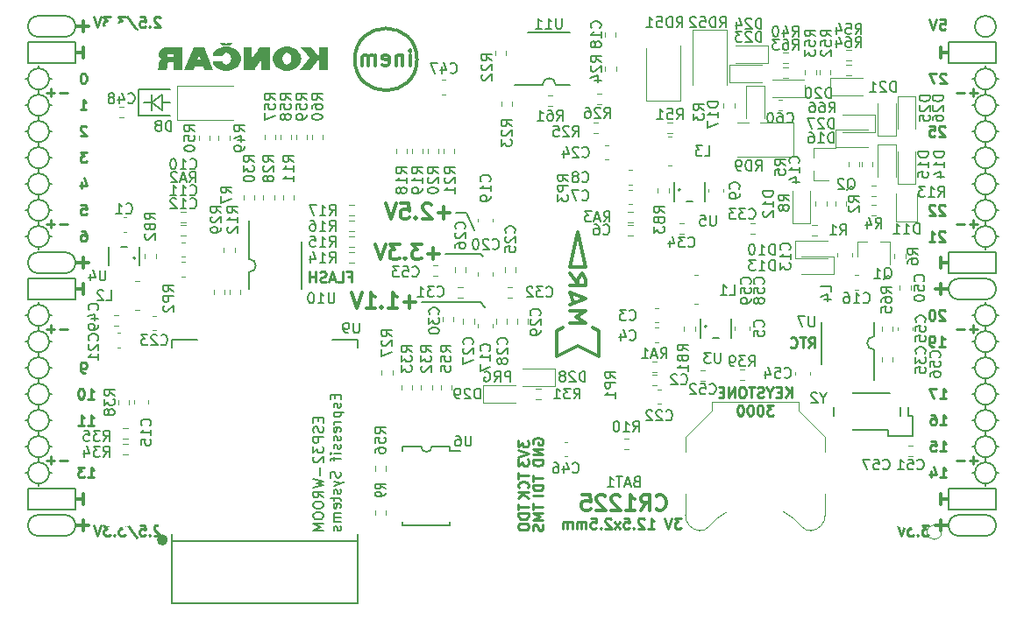
<source format=gbo>
G04 #@! TF.GenerationSoftware,KiCad,Pcbnew,5.0.0-rc3+dfsg1-2*
G04 #@! TF.CreationDate,2018-08-05T12:59:53+02:00*
G04 #@! TF.ProjectId,ulx3s,756C7833732E6B696361645F70636200,rev?*
G04 #@! TF.SameCoordinates,Original*
G04 #@! TF.FileFunction,Legend,Bot*
G04 #@! TF.FilePolarity,Positive*
%FSLAX46Y46*%
G04 Gerber Fmt 4.6, Leading zero omitted, Abs format (unit mm)*
G04 Created by KiCad (PCBNEW 5.0.0-rc3+dfsg1-2) date Sun Aug  5 12:59:53 2018*
%MOMM*%
%LPD*%
G01*
G04 APERTURE LIST*
%ADD10C,0.200000*%
%ADD11C,0.150000*%
%ADD12C,0.250000*%
%ADD13C,0.300000*%
%ADD14C,0.500000*%
%ADD15C,0.120000*%
%ADD16C,0.100000*%
%ADD17C,1.200000*%
%ADD18C,2.100000*%
%ADD19O,2.600000X1.000000*%
%ADD20O,1.000000X2.600000*%
%ADD21R,6.100000X6.100000*%
%ADD22R,0.770000X1.100000*%
%ADD23R,1.500000X1.395000*%
%ADD24R,2.600000X1.900000*%
%ADD25R,1.900000X2.600000*%
%ADD26R,3.800000X3.600000*%
%ADD27C,9.100000*%
%ADD28R,1.650000X0.700000*%
%ADD29O,1.650000X0.700000*%
%ADD30R,0.700000X2.200000*%
%ADD31O,0.700000X2.200000*%
%ADD32R,0.700000X1.650000*%
%ADD33O,0.700000X1.650000*%
%ADD34R,1.100000X0.500000*%
%ADD35R,0.800000X1.300000*%
%ADD36O,1.827200X1.827200*%
%ADD37R,1.827200X1.827200*%
%ADD38C,5.600000*%
%ADD39R,1.827200X2.132000*%
%ADD40O,1.827200X2.132000*%
%ADD41C,1.800000*%
%ADD42R,1.900000X1.500000*%
%ADD43R,1.070000X1.600000*%
%ADD44R,1.600000X1.070000*%
%ADD45R,1.100000X0.770000*%
%ADD46R,1.100000X1.100000*%
%ADD47C,0.400000*%
%ADD48R,1.800000X1.800000*%
%ADD49O,1.800000X1.800000*%
%ADD50R,1.600000X2.800000*%
%ADD51R,0.900000X1.000000*%
%ADD52R,1.000000X0.900000*%
%ADD53R,0.920000X1.100000*%
%ADD54R,1.100000X0.920000*%
%ADD55R,1.500000X1.220000*%
%ADD56C,0.975000*%
G04 APERTURE END LIST*
D10*
X185540000Y-72850000D02*
X185794000Y-72850000D01*
D11*
X140954904Y-97051380D02*
X140954904Y-96051380D01*
X140573952Y-96051380D01*
X140478714Y-96099000D01*
X140431095Y-96146619D01*
X140383476Y-96241857D01*
X140383476Y-96384714D01*
X140431095Y-96479952D01*
X140478714Y-96527571D01*
X140573952Y-96575190D01*
X140954904Y-96575190D01*
X139383476Y-97051380D02*
X139716809Y-96575190D01*
X139954904Y-97051380D02*
X139954904Y-96051380D01*
X139573952Y-96051380D01*
X139478714Y-96099000D01*
X139431095Y-96146619D01*
X139383476Y-96241857D01*
X139383476Y-96384714D01*
X139431095Y-96479952D01*
X139478714Y-96527571D01*
X139573952Y-96575190D01*
X139954904Y-96575190D01*
X138431095Y-96099000D02*
X138526333Y-96051380D01*
X138669190Y-96051380D01*
X138812047Y-96099000D01*
X138907285Y-96194238D01*
X138954904Y-96289476D01*
X139002523Y-96479952D01*
X139002523Y-96622809D01*
X138954904Y-96813285D01*
X138907285Y-96908523D01*
X138812047Y-97003761D01*
X138669190Y-97051380D01*
X138573952Y-97051380D01*
X138431095Y-97003761D01*
X138383476Y-96956142D01*
X138383476Y-96622809D01*
X138573952Y-96622809D01*
D10*
X136660000Y-80742000D02*
X135644000Y-80742000D01*
X137422000Y-82393000D02*
X136660000Y-80742000D01*
X138057000Y-84679000D02*
X134628000Y-84679000D01*
X138311000Y-84933000D02*
X138057000Y-84679000D01*
X138057000Y-89378000D02*
X138438000Y-89886000D01*
X132342000Y-89378000D02*
X138057000Y-89378000D01*
D12*
X99893476Y-96180380D02*
X99703000Y-96180380D01*
X99607761Y-96132761D01*
X99560142Y-96085142D01*
X99464904Y-95942285D01*
X99417285Y-95751809D01*
X99417285Y-95370857D01*
X99464904Y-95275619D01*
X99512523Y-95228000D01*
X99607761Y-95180380D01*
X99798238Y-95180380D01*
X99893476Y-95228000D01*
X99941095Y-95275619D01*
X99988714Y-95370857D01*
X99988714Y-95608952D01*
X99941095Y-95704190D01*
X99893476Y-95751809D01*
X99798238Y-95799428D01*
X99607761Y-95799428D01*
X99512523Y-95751809D01*
X99464904Y-95704190D01*
X99417285Y-95608952D01*
X100147476Y-101260380D02*
X100718904Y-101260380D01*
X100433190Y-101260380D02*
X100433190Y-100260380D01*
X100528428Y-100403238D01*
X100623666Y-100498476D01*
X100718904Y-100546095D01*
X99195095Y-101260380D02*
X99766523Y-101260380D01*
X99480809Y-101260380D02*
X99480809Y-100260380D01*
X99576047Y-100403238D01*
X99671285Y-100498476D01*
X99766523Y-100546095D01*
D10*
X105037000Y-68804000D02*
X108085000Y-68804000D01*
X105037000Y-71344000D02*
X105037000Y-68804000D01*
X108085000Y-71344000D02*
X105037000Y-71344000D01*
X107323000Y-70074000D02*
X108085000Y-70074000D01*
X106307000Y-70074000D02*
X105545000Y-70074000D01*
X106307000Y-70836000D02*
X106307000Y-70074000D01*
X106307000Y-69312000D02*
X106307000Y-70836000D01*
X107323000Y-69312000D02*
X107323000Y-70836000D01*
X106307000Y-70074000D02*
X107323000Y-69312000D01*
X107323000Y-70836000D02*
X106307000Y-70074000D01*
D12*
X182887904Y-72415619D02*
X182840285Y-72368000D01*
X182745047Y-72320380D01*
X182506952Y-72320380D01*
X182411714Y-72368000D01*
X182364095Y-72415619D01*
X182316476Y-72510857D01*
X182316476Y-72606095D01*
X182364095Y-72748952D01*
X182935523Y-73320380D01*
X182316476Y-73320380D01*
X181411714Y-72320380D02*
X181887904Y-72320380D01*
X181935523Y-72796571D01*
X181887904Y-72748952D01*
X181792666Y-72701333D01*
X181554571Y-72701333D01*
X181459333Y-72748952D01*
X181411714Y-72796571D01*
X181364095Y-72891809D01*
X181364095Y-73129904D01*
X181411714Y-73225142D01*
X181459333Y-73272761D01*
X181554571Y-73320380D01*
X181792666Y-73320380D01*
X181887904Y-73272761D01*
X181935523Y-73225142D01*
X182887904Y-80035619D02*
X182840285Y-79988000D01*
X182745047Y-79940380D01*
X182506952Y-79940380D01*
X182411714Y-79988000D01*
X182364095Y-80035619D01*
X182316476Y-80130857D01*
X182316476Y-80226095D01*
X182364095Y-80368952D01*
X182935523Y-80940380D01*
X182316476Y-80940380D01*
X181935523Y-80035619D02*
X181887904Y-79988000D01*
X181792666Y-79940380D01*
X181554571Y-79940380D01*
X181459333Y-79988000D01*
X181411714Y-80035619D01*
X181364095Y-80130857D01*
X181364095Y-80226095D01*
X181411714Y-80368952D01*
X181983142Y-80940380D01*
X181364095Y-80940380D01*
X182887904Y-82575619D02*
X182840285Y-82528000D01*
X182745047Y-82480380D01*
X182506952Y-82480380D01*
X182411714Y-82528000D01*
X182364095Y-82575619D01*
X182316476Y-82670857D01*
X182316476Y-82766095D01*
X182364095Y-82908952D01*
X182935523Y-83480380D01*
X182316476Y-83480380D01*
X181364095Y-83480380D02*
X181935523Y-83480380D01*
X181649809Y-83480380D02*
X181649809Y-82480380D01*
X181745047Y-82623238D01*
X181840285Y-82718476D01*
X181935523Y-82766095D01*
X182887904Y-90195619D02*
X182840285Y-90148000D01*
X182745047Y-90100380D01*
X182506952Y-90100380D01*
X182411714Y-90148000D01*
X182364095Y-90195619D01*
X182316476Y-90290857D01*
X182316476Y-90386095D01*
X182364095Y-90528952D01*
X182935523Y-91100380D01*
X182316476Y-91100380D01*
X181697428Y-90100380D02*
X181602190Y-90100380D01*
X181506952Y-90148000D01*
X181459333Y-90195619D01*
X181411714Y-90290857D01*
X181364095Y-90481333D01*
X181364095Y-90719428D01*
X181411714Y-90909904D01*
X181459333Y-91005142D01*
X181506952Y-91052761D01*
X181602190Y-91100380D01*
X181697428Y-91100380D01*
X181792666Y-91052761D01*
X181840285Y-91005142D01*
X181887904Y-90909904D01*
X181935523Y-90719428D01*
X181935523Y-90481333D01*
X181887904Y-90290857D01*
X181840285Y-90195619D01*
X181792666Y-90148000D01*
X181697428Y-90100380D01*
X182316476Y-93640380D02*
X182887904Y-93640380D01*
X182602190Y-93640380D02*
X182602190Y-92640380D01*
X182697428Y-92783238D01*
X182792666Y-92878476D01*
X182887904Y-92926095D01*
X181840285Y-93640380D02*
X181649809Y-93640380D01*
X181554571Y-93592761D01*
X181506952Y-93545142D01*
X181411714Y-93402285D01*
X181364095Y-93211809D01*
X181364095Y-92830857D01*
X181411714Y-92735619D01*
X181459333Y-92688000D01*
X181554571Y-92640380D01*
X181745047Y-92640380D01*
X181840285Y-92688000D01*
X181887904Y-92735619D01*
X181935523Y-92830857D01*
X181935523Y-93068952D01*
X181887904Y-93164190D01*
X181840285Y-93211809D01*
X181745047Y-93259428D01*
X181554571Y-93259428D01*
X181459333Y-93211809D01*
X181411714Y-93164190D01*
X181364095Y-93068952D01*
X125269476Y-86893571D02*
X125602809Y-86893571D01*
X125602809Y-87417380D02*
X125602809Y-86417380D01*
X125126619Y-86417380D01*
X124269476Y-87417380D02*
X124745666Y-87417380D01*
X124745666Y-86417380D01*
X123983761Y-87131666D02*
X123507571Y-87131666D01*
X124079000Y-87417380D02*
X123745666Y-86417380D01*
X123412333Y-87417380D01*
X123126619Y-87369761D02*
X122983761Y-87417380D01*
X122745666Y-87417380D01*
X122650428Y-87369761D01*
X122602809Y-87322142D01*
X122555190Y-87226904D01*
X122555190Y-87131666D01*
X122602809Y-87036428D01*
X122650428Y-86988809D01*
X122745666Y-86941190D01*
X122936142Y-86893571D01*
X123031380Y-86845952D01*
X123079000Y-86798333D01*
X123126619Y-86703095D01*
X123126619Y-86607857D01*
X123079000Y-86512619D01*
X123031380Y-86465000D01*
X122936142Y-86417380D01*
X122698047Y-86417380D01*
X122555190Y-86465000D01*
X122126619Y-87417380D02*
X122126619Y-86417380D01*
X122126619Y-86893571D02*
X121555190Y-86893571D01*
X121555190Y-87417380D02*
X121555190Y-86417380D01*
X157418095Y-110252380D02*
X156799047Y-110252380D01*
X157132380Y-110633333D01*
X156989523Y-110633333D01*
X156894285Y-110680952D01*
X156846666Y-110728571D01*
X156799047Y-110823809D01*
X156799047Y-111061904D01*
X156846666Y-111157142D01*
X156894285Y-111204761D01*
X156989523Y-111252380D01*
X157275238Y-111252380D01*
X157370476Y-111204761D01*
X157418095Y-111157142D01*
X156513333Y-110252380D02*
X156180000Y-111252380D01*
X155846666Y-110252380D01*
X154227619Y-111252380D02*
X154799047Y-111252380D01*
X154513333Y-111252380D02*
X154513333Y-110252380D01*
X154608571Y-110395238D01*
X154703809Y-110490476D01*
X154799047Y-110538095D01*
X153846666Y-110347619D02*
X153799047Y-110300000D01*
X153703809Y-110252380D01*
X153465714Y-110252380D01*
X153370476Y-110300000D01*
X153322857Y-110347619D01*
X153275238Y-110442857D01*
X153275238Y-110538095D01*
X153322857Y-110680952D01*
X153894285Y-111252380D01*
X153275238Y-111252380D01*
X152846666Y-111157142D02*
X152799047Y-111204761D01*
X152846666Y-111252380D01*
X152894285Y-111204761D01*
X152846666Y-111157142D01*
X152846666Y-111252380D01*
X151894285Y-110252380D02*
X152370476Y-110252380D01*
X152418095Y-110728571D01*
X152370476Y-110680952D01*
X152275238Y-110633333D01*
X152037142Y-110633333D01*
X151941904Y-110680952D01*
X151894285Y-110728571D01*
X151846666Y-110823809D01*
X151846666Y-111061904D01*
X151894285Y-111157142D01*
X151941904Y-111204761D01*
X152037142Y-111252380D01*
X152275238Y-111252380D01*
X152370476Y-111204761D01*
X152418095Y-111157142D01*
X151513333Y-111252380D02*
X150989523Y-110585714D01*
X151513333Y-110585714D02*
X150989523Y-111252380D01*
X150656190Y-110347619D02*
X150608571Y-110300000D01*
X150513333Y-110252380D01*
X150275238Y-110252380D01*
X150180000Y-110300000D01*
X150132380Y-110347619D01*
X150084761Y-110442857D01*
X150084761Y-110538095D01*
X150132380Y-110680952D01*
X150703809Y-111252380D01*
X150084761Y-111252380D01*
X149656190Y-111157142D02*
X149608571Y-111204761D01*
X149656190Y-111252380D01*
X149703809Y-111204761D01*
X149656190Y-111157142D01*
X149656190Y-111252380D01*
X148703809Y-110252380D02*
X149180000Y-110252380D01*
X149227619Y-110728571D01*
X149180000Y-110680952D01*
X149084761Y-110633333D01*
X148846666Y-110633333D01*
X148751428Y-110680952D01*
X148703809Y-110728571D01*
X148656190Y-110823809D01*
X148656190Y-111061904D01*
X148703809Y-111157142D01*
X148751428Y-111204761D01*
X148846666Y-111252380D01*
X149084761Y-111252380D01*
X149180000Y-111204761D01*
X149227619Y-111157142D01*
X148227619Y-111252380D02*
X148227619Y-110585714D01*
X148227619Y-110680952D02*
X148180000Y-110633333D01*
X148084761Y-110585714D01*
X147941904Y-110585714D01*
X147846666Y-110633333D01*
X147799047Y-110728571D01*
X147799047Y-111252380D01*
X147799047Y-110728571D02*
X147751428Y-110633333D01*
X147656190Y-110585714D01*
X147513333Y-110585714D01*
X147418095Y-110633333D01*
X147370476Y-110728571D01*
X147370476Y-111252380D01*
X146894285Y-111252380D02*
X146894285Y-110585714D01*
X146894285Y-110680952D02*
X146846666Y-110633333D01*
X146751428Y-110585714D01*
X146608571Y-110585714D01*
X146513333Y-110633333D01*
X146465714Y-110728571D01*
X146465714Y-111252380D01*
X146465714Y-110728571D02*
X146418095Y-110633333D01*
X146322857Y-110585714D01*
X146180000Y-110585714D01*
X146084761Y-110633333D01*
X146037142Y-110728571D01*
X146037142Y-111252380D01*
X168085000Y-98577380D02*
X168085000Y-97577380D01*
X167513571Y-98577380D02*
X167942142Y-98005952D01*
X167513571Y-97577380D02*
X168085000Y-98148809D01*
X167085000Y-98053571D02*
X166751666Y-98053571D01*
X166608809Y-98577380D02*
X167085000Y-98577380D01*
X167085000Y-97577380D01*
X166608809Y-97577380D01*
X165989761Y-98101190D02*
X165989761Y-98577380D01*
X166323095Y-97577380D02*
X165989761Y-98101190D01*
X165656428Y-97577380D01*
X165370714Y-98529761D02*
X165227857Y-98577380D01*
X164989761Y-98577380D01*
X164894523Y-98529761D01*
X164846904Y-98482142D01*
X164799285Y-98386904D01*
X164799285Y-98291666D01*
X164846904Y-98196428D01*
X164894523Y-98148809D01*
X164989761Y-98101190D01*
X165180238Y-98053571D01*
X165275476Y-98005952D01*
X165323095Y-97958333D01*
X165370714Y-97863095D01*
X165370714Y-97767857D01*
X165323095Y-97672619D01*
X165275476Y-97625000D01*
X165180238Y-97577380D01*
X164942142Y-97577380D01*
X164799285Y-97625000D01*
X164513571Y-97577380D02*
X163942142Y-97577380D01*
X164227857Y-98577380D02*
X164227857Y-97577380D01*
X163418333Y-97577380D02*
X163227857Y-97577380D01*
X163132619Y-97625000D01*
X163037380Y-97720238D01*
X162989761Y-97910714D01*
X162989761Y-98244047D01*
X163037380Y-98434523D01*
X163132619Y-98529761D01*
X163227857Y-98577380D01*
X163418333Y-98577380D01*
X163513571Y-98529761D01*
X163608809Y-98434523D01*
X163656428Y-98244047D01*
X163656428Y-97910714D01*
X163608809Y-97720238D01*
X163513571Y-97625000D01*
X163418333Y-97577380D01*
X162561190Y-98577380D02*
X162561190Y-97577380D01*
X161989761Y-98577380D01*
X161989761Y-97577380D01*
X161513571Y-98053571D02*
X161180238Y-98053571D01*
X161037380Y-98577380D02*
X161513571Y-98577380D01*
X161513571Y-97577380D01*
X161037380Y-97577380D01*
X166346904Y-99327380D02*
X165727857Y-99327380D01*
X166061190Y-99708333D01*
X165918333Y-99708333D01*
X165823095Y-99755952D01*
X165775476Y-99803571D01*
X165727857Y-99898809D01*
X165727857Y-100136904D01*
X165775476Y-100232142D01*
X165823095Y-100279761D01*
X165918333Y-100327380D01*
X166204047Y-100327380D01*
X166299285Y-100279761D01*
X166346904Y-100232142D01*
X165108809Y-99327380D02*
X165013571Y-99327380D01*
X164918333Y-99375000D01*
X164870714Y-99422619D01*
X164823095Y-99517857D01*
X164775476Y-99708333D01*
X164775476Y-99946428D01*
X164823095Y-100136904D01*
X164870714Y-100232142D01*
X164918333Y-100279761D01*
X165013571Y-100327380D01*
X165108809Y-100327380D01*
X165204047Y-100279761D01*
X165251666Y-100232142D01*
X165299285Y-100136904D01*
X165346904Y-99946428D01*
X165346904Y-99708333D01*
X165299285Y-99517857D01*
X165251666Y-99422619D01*
X165204047Y-99375000D01*
X165108809Y-99327380D01*
X164156428Y-99327380D02*
X164061190Y-99327380D01*
X163965952Y-99375000D01*
X163918333Y-99422619D01*
X163870714Y-99517857D01*
X163823095Y-99708333D01*
X163823095Y-99946428D01*
X163870714Y-100136904D01*
X163918333Y-100232142D01*
X163965952Y-100279761D01*
X164061190Y-100327380D01*
X164156428Y-100327380D01*
X164251666Y-100279761D01*
X164299285Y-100232142D01*
X164346904Y-100136904D01*
X164394523Y-99946428D01*
X164394523Y-99708333D01*
X164346904Y-99517857D01*
X164299285Y-99422619D01*
X164251666Y-99375000D01*
X164156428Y-99327380D01*
X163204047Y-99327380D02*
X163108809Y-99327380D01*
X163013571Y-99375000D01*
X162965952Y-99422619D01*
X162918333Y-99517857D01*
X162870714Y-99708333D01*
X162870714Y-99946428D01*
X162918333Y-100136904D01*
X162965952Y-100232142D01*
X163013571Y-100279761D01*
X163108809Y-100327380D01*
X163204047Y-100327380D01*
X163299285Y-100279761D01*
X163346904Y-100232142D01*
X163394523Y-100136904D01*
X163442142Y-99946428D01*
X163442142Y-99708333D01*
X163394523Y-99517857D01*
X163346904Y-99422619D01*
X163299285Y-99375000D01*
X163204047Y-99327380D01*
D13*
X182492000Y-87582000D02*
X182492000Y-88598000D01*
X183254000Y-88090000D02*
X181984000Y-88090000D01*
X182492000Y-110442000D02*
X182492000Y-111458000D01*
X183254000Y-110950000D02*
X181984000Y-110950000D01*
X99688000Y-62182000D02*
X99688000Y-63198000D01*
X98926000Y-62690000D02*
X100196000Y-62690000D01*
X99688000Y-110442000D02*
X99688000Y-111458000D01*
X98926000Y-110950000D02*
X100196000Y-110950000D01*
X99688000Y-85042000D02*
X99688000Y-86058000D01*
X98926000Y-85550000D02*
X100196000Y-85550000D01*
D10*
X187826000Y-62690000D02*
G75*
G03X187826000Y-62690000I-1016000J0D01*
G01*
X184270000Y-87074000D02*
X186810000Y-87074000D01*
X184270000Y-89106000D02*
X186810000Y-89106000D01*
X184270000Y-87074000D02*
G75*
G03X184270000Y-89106000I0J-1016000D01*
G01*
X186810000Y-89106000D02*
G75*
G03X186810000Y-87074000I0J1016000D01*
G01*
X184270000Y-111966000D02*
X186810000Y-111966000D01*
X184270000Y-109934000D02*
X186810000Y-109934000D01*
X184270000Y-109934000D02*
G75*
G03X184270000Y-111966000I0J-1016000D01*
G01*
X186810000Y-111966000D02*
G75*
G03X186810000Y-109934000I0J1016000D01*
G01*
X97910000Y-63706000D02*
G75*
G03X97910000Y-61674000I0J1016000D01*
G01*
X95370000Y-61674000D02*
X97910000Y-61674000D01*
X95370000Y-63706000D02*
X97910000Y-63706000D01*
X95370000Y-61674000D02*
G75*
G03X95370000Y-63706000I0J-1016000D01*
G01*
X95370000Y-86566000D02*
X97910000Y-86566000D01*
X95370000Y-84534000D02*
X97910000Y-84534000D01*
X95370000Y-84534000D02*
G75*
G03X95370000Y-86566000I0J-1016000D01*
G01*
X97910000Y-86566000D02*
G75*
G03X97910000Y-84534000I0J1016000D01*
G01*
X95370000Y-111966000D02*
X97910000Y-111966000D01*
X95370000Y-109934000D02*
X97910000Y-109934000D01*
X95370000Y-109934000D02*
G75*
G03X95370000Y-111966000I0J-1016000D01*
G01*
X97910000Y-111966000D02*
G75*
G03X97910000Y-109934000I0J1016000D01*
G01*
X98926000Y-107394000D02*
X94354000Y-107394000D01*
X98926000Y-109426000D02*
X98926000Y-107394000D01*
X94354000Y-109426000D02*
X98926000Y-109426000D01*
X94354000Y-107394000D02*
X94354000Y-109426000D01*
X187826000Y-107394000D02*
X183254000Y-107394000D01*
X187826000Y-109426000D02*
X187826000Y-107394000D01*
X183254000Y-109426000D02*
X187826000Y-109426000D01*
X183254000Y-107394000D02*
X183254000Y-109426000D01*
X187826000Y-84534000D02*
X183254000Y-84534000D01*
X187826000Y-86566000D02*
X187826000Y-84534000D01*
X183254000Y-86566000D02*
X187826000Y-86566000D01*
X183254000Y-84534000D02*
X183254000Y-86566000D01*
X187826000Y-64214000D02*
X183254000Y-64214000D01*
X187826000Y-66246000D02*
X187826000Y-64214000D01*
X183254000Y-66246000D02*
X187826000Y-66246000D01*
X183254000Y-64214000D02*
X183254000Y-66246000D01*
X98926000Y-64214000D02*
X94354000Y-64214000D01*
X98926000Y-66246000D02*
X98926000Y-64214000D01*
X94354000Y-66246000D02*
X98926000Y-66246000D01*
X94354000Y-64214000D02*
X94354000Y-66246000D01*
X98926000Y-87074000D02*
X94354000Y-87074000D01*
X98926000Y-89106000D02*
X98926000Y-87074000D01*
X94354000Y-89106000D02*
X98926000Y-89106000D01*
X94354000Y-87074000D02*
X94354000Y-89106000D01*
D12*
X186032000Y-91971428D02*
X185270095Y-91971428D01*
X185651047Y-92352380D02*
X185651047Y-91590476D01*
X184793904Y-91971428D02*
X184032000Y-91971428D01*
X186032000Y-69111428D02*
X185270095Y-69111428D01*
X185651047Y-69492380D02*
X185651047Y-68730476D01*
X184793904Y-69111428D02*
X184032000Y-69111428D01*
X186032000Y-81811428D02*
X185270095Y-81811428D01*
X185651047Y-82192380D02*
X185651047Y-81430476D01*
X184793904Y-81811428D02*
X184032000Y-81811428D01*
X186032000Y-104671428D02*
X185270095Y-104671428D01*
X185651047Y-105052380D02*
X185651047Y-104290476D01*
X184793904Y-104671428D02*
X184032000Y-104671428D01*
X98148000Y-104671428D02*
X97386095Y-104671428D01*
X96909904Y-104671428D02*
X96148000Y-104671428D01*
X96528952Y-105052380D02*
X96528952Y-104290476D01*
X98148000Y-91971428D02*
X97386095Y-91971428D01*
X96909904Y-91971428D02*
X96148000Y-91971428D01*
X96528952Y-92352380D02*
X96528952Y-91590476D01*
X98148000Y-81811428D02*
X97386095Y-81811428D01*
X96909904Y-81811428D02*
X96148000Y-81811428D01*
X96528952Y-82192380D02*
X96528952Y-81430476D01*
X98148000Y-69111428D02*
X97386095Y-69111428D01*
X96909904Y-69111428D02*
X96148000Y-69111428D01*
X96528952Y-69492380D02*
X96528952Y-68730476D01*
D13*
X182492000Y-107902000D02*
X182492000Y-108918000D01*
X183254000Y-108410000D02*
X182492000Y-108410000D01*
D10*
X95370000Y-96726000D02*
X95370000Y-97234000D01*
X96386000Y-95710000D02*
X96640000Y-95710000D01*
X94354000Y-95710000D02*
X94100000Y-95710000D01*
X187826000Y-98250000D02*
X188080000Y-98250000D01*
X187826000Y-83010000D02*
X188080000Y-83010000D01*
X95370000Y-107140000D02*
X95370000Y-106886000D01*
X96386000Y-105870000D02*
X96640000Y-105870000D01*
X94354000Y-105870000D02*
X94100000Y-105870000D01*
X94354000Y-103330000D02*
X94100000Y-103330000D01*
X95370000Y-104346000D02*
X95370000Y-104854000D01*
X96386000Y-103330000D02*
X96640000Y-103330000D01*
X94354000Y-100790000D02*
X94100000Y-100790000D01*
X95370000Y-102314000D02*
X95370000Y-101806000D01*
X96386000Y-100790000D02*
X96640000Y-100790000D01*
X95370000Y-99266000D02*
X95370000Y-99774000D01*
X94354000Y-98250000D02*
X94100000Y-98250000D01*
X96386000Y-98250000D02*
X96640000Y-98250000D01*
X95370000Y-94186000D02*
X95370000Y-94694000D01*
X96386000Y-93170000D02*
X96640000Y-93170000D01*
X94354000Y-93170000D02*
X94100000Y-93170000D01*
X94354000Y-90630000D02*
X94100000Y-90630000D01*
X95370000Y-91646000D02*
X95370000Y-92154000D01*
X96640000Y-90630000D02*
X96386000Y-90630000D01*
X95370000Y-89360000D02*
X95370000Y-89614000D01*
X94354000Y-83010000D02*
X94100000Y-83010000D01*
X95370000Y-84280000D02*
X95370000Y-84026000D01*
X96386000Y-83010000D02*
X96640000Y-83010000D01*
X95370000Y-81486000D02*
X95370000Y-81994000D01*
X94354000Y-80470000D02*
X94100000Y-80470000D01*
X96640000Y-80470000D02*
X96386000Y-80470000D01*
X95370000Y-78946000D02*
X95370000Y-79454000D01*
X96386000Y-77930000D02*
X96640000Y-77930000D01*
X94354000Y-77930000D02*
X94100000Y-77930000D01*
X95370000Y-76406000D02*
X95370000Y-76914000D01*
X94354000Y-75390000D02*
X94100000Y-75390000D01*
X96386000Y-75390000D02*
X96640000Y-75390000D01*
X95370000Y-73866000D02*
X95370000Y-74374000D01*
X96386000Y-72850000D02*
X96640000Y-72850000D01*
X94100000Y-72850000D02*
X94354000Y-72850000D01*
X94354000Y-70310000D02*
X94100000Y-70310000D01*
X96640000Y-70310000D02*
X96386000Y-70310000D01*
X95370000Y-71326000D02*
X95370000Y-71834000D01*
X95370000Y-68786000D02*
X95370000Y-69294000D01*
X96386000Y-67770000D02*
X96640000Y-67770000D01*
X94354000Y-67770000D02*
X94100000Y-67770000D01*
X95370000Y-66500000D02*
X95370000Y-66754000D01*
X187826000Y-105870000D02*
X188080000Y-105870000D01*
X186810000Y-107140000D02*
X186810000Y-106886000D01*
X185540000Y-105870000D02*
X185794000Y-105870000D01*
X186810000Y-104346000D02*
X186810000Y-104854000D01*
X187826000Y-103330000D02*
X188080000Y-103330000D01*
X185540000Y-103330000D02*
X185794000Y-103330000D01*
X186810000Y-101806000D02*
X186810000Y-102314000D01*
X187826000Y-100790000D02*
X188080000Y-100790000D01*
X185540000Y-100790000D02*
X185794000Y-100790000D01*
X186810000Y-99266000D02*
X186810000Y-99774000D01*
X185540000Y-98250000D02*
X185794000Y-98250000D01*
X186810000Y-97234000D02*
X186810000Y-96726000D01*
X187826000Y-95710000D02*
X188080000Y-95710000D01*
X185540000Y-95710000D02*
X185794000Y-95710000D01*
X186810000Y-94694000D02*
X186810000Y-94186000D01*
X187826000Y-93170000D02*
X188080000Y-93170000D01*
X185540000Y-93170000D02*
X185794000Y-93170000D01*
X186810000Y-92154000D02*
X186810000Y-91646000D01*
X187826000Y-90630000D02*
X188080000Y-90630000D01*
X185540000Y-90630000D02*
X185794000Y-90630000D01*
X186810000Y-89360000D02*
X186810000Y-89614000D01*
X186810000Y-84280000D02*
X186810000Y-84026000D01*
X185540000Y-83010000D02*
X185794000Y-83010000D01*
X186810000Y-81994000D02*
X186810000Y-81486000D01*
X185794000Y-80470000D02*
X185540000Y-80470000D01*
X187826000Y-80470000D02*
X188080000Y-80470000D01*
X186810000Y-78946000D02*
X186810000Y-79454000D01*
X185794000Y-77930000D02*
X185540000Y-77930000D01*
X187826000Y-77930000D02*
X188080000Y-77930000D01*
X186810000Y-76406000D02*
X186810000Y-76914000D01*
X186810000Y-73866000D02*
X186810000Y-74374000D01*
X185794000Y-75390000D02*
X185540000Y-75390000D01*
X187826000Y-75390000D02*
X188080000Y-75390000D01*
X187826000Y-72850000D02*
X188080000Y-72850000D01*
X186810000Y-71834000D02*
X186810000Y-71326000D01*
X187826000Y-70310000D02*
X188080000Y-70310000D01*
X185540000Y-70310000D02*
X185794000Y-70310000D01*
X187826000Y-67770000D02*
X188080000Y-67770000D01*
X186810000Y-68786000D02*
X186810000Y-69294000D01*
X185540000Y-67770000D02*
X185794000Y-67770000D01*
X186810000Y-66500000D02*
X186810000Y-66754000D01*
X187826000Y-67770000D02*
G75*
G03X187826000Y-67770000I-1016000J0D01*
G01*
X187826000Y-70310000D02*
G75*
G03X187826000Y-70310000I-1016000J0D01*
G01*
X187826000Y-72850000D02*
G75*
G03X187826000Y-72850000I-1016000J0D01*
G01*
X187826000Y-75390000D02*
G75*
G03X187826000Y-75390000I-1016000J0D01*
G01*
X187826000Y-77930000D02*
G75*
G03X187826000Y-77930000I-1016000J0D01*
G01*
X187826000Y-80470000D02*
G75*
G03X187826000Y-80470000I-1016000J0D01*
G01*
X187826000Y-83010000D02*
G75*
G03X187826000Y-83010000I-1016000J0D01*
G01*
X187826000Y-90630000D02*
G75*
G03X187826000Y-90630000I-1016000J0D01*
G01*
X187826000Y-93170000D02*
G75*
G03X187826000Y-93170000I-1016000J0D01*
G01*
X187826000Y-95710000D02*
G75*
G03X187826000Y-95710000I-1016000J0D01*
G01*
X187826000Y-98250000D02*
G75*
G03X187826000Y-98250000I-1016000J0D01*
G01*
X187826000Y-100790000D02*
G75*
G03X187826000Y-100790000I-1016000J0D01*
G01*
X187826000Y-103330000D02*
G75*
G03X187826000Y-103330000I-1016000J0D01*
G01*
X187826000Y-105870000D02*
G75*
G03X187826000Y-105870000I-1016000J0D01*
G01*
X96386000Y-105870000D02*
G75*
G03X96386000Y-105870000I-1016000J0D01*
G01*
X96386000Y-103330000D02*
G75*
G03X96386000Y-103330000I-1016000J0D01*
G01*
X96386000Y-100790000D02*
G75*
G03X96386000Y-100790000I-1016000J0D01*
G01*
X96386000Y-98250000D02*
G75*
G03X96386000Y-98250000I-1016000J0D01*
G01*
X96386000Y-95710000D02*
G75*
G03X96386000Y-95710000I-1016000J0D01*
G01*
X96386000Y-93170000D02*
G75*
G03X96386000Y-93170000I-1016000J0D01*
G01*
X96386000Y-90630000D02*
G75*
G03X96386000Y-90630000I-1016000J0D01*
G01*
X96386000Y-83010000D02*
G75*
G03X96386000Y-83010000I-1016000J0D01*
G01*
X96386000Y-80470000D02*
G75*
G03X96386000Y-80470000I-1016000J0D01*
G01*
X96386000Y-77930000D02*
G75*
G03X96386000Y-77930000I-1016000J0D01*
G01*
X96386000Y-75390000D02*
G75*
G03X96386000Y-75390000I-1016000J0D01*
G01*
X96386000Y-72850000D02*
G75*
G03X96386000Y-72850000I-1016000J0D01*
G01*
X96386000Y-70310000D02*
G75*
G03X96386000Y-70310000I-1016000J0D01*
G01*
X96386000Y-67770000D02*
G75*
G03X96386000Y-67770000I-1016000J0D01*
G01*
D12*
X182428476Y-62015380D02*
X182904666Y-62015380D01*
X182952285Y-62491571D01*
X182904666Y-62443952D01*
X182809428Y-62396333D01*
X182571333Y-62396333D01*
X182476095Y-62443952D01*
X182428476Y-62491571D01*
X182380857Y-62586809D01*
X182380857Y-62824904D01*
X182428476Y-62920142D01*
X182476095Y-62967761D01*
X182571333Y-63015380D01*
X182809428Y-63015380D01*
X182904666Y-62967761D01*
X182952285Y-62920142D01*
X182095142Y-62015380D02*
X181761809Y-63015380D01*
X181428476Y-62015380D01*
D13*
X182492000Y-64722000D02*
X182492000Y-65738000D01*
X183254000Y-65230000D02*
X182492000Y-65230000D01*
D12*
X182999904Y-67317619D02*
X182952285Y-67270000D01*
X182857047Y-67222380D01*
X182618952Y-67222380D01*
X182523714Y-67270000D01*
X182476095Y-67317619D01*
X182428476Y-67412857D01*
X182428476Y-67508095D01*
X182476095Y-67650952D01*
X183047523Y-68222380D01*
X182428476Y-68222380D01*
X182095142Y-67222380D02*
X181428476Y-67222380D01*
X181857047Y-68222380D01*
D13*
X182492000Y-85042000D02*
X182492000Y-86058000D01*
X183254000Y-85550000D02*
X182492000Y-85550000D01*
D12*
X182428476Y-98702380D02*
X182999904Y-98702380D01*
X182714190Y-98702380D02*
X182714190Y-97702380D01*
X182809428Y-97845238D01*
X182904666Y-97940476D01*
X182999904Y-97988095D01*
X182095142Y-97702380D02*
X181428476Y-97702380D01*
X181857047Y-98702380D01*
X182428476Y-101242380D02*
X182999904Y-101242380D01*
X182714190Y-101242380D02*
X182714190Y-100242380D01*
X182809428Y-100385238D01*
X182904666Y-100480476D01*
X182999904Y-100528095D01*
X181571333Y-100242380D02*
X181761809Y-100242380D01*
X181857047Y-100290000D01*
X181904666Y-100337619D01*
X181999904Y-100480476D01*
X182047523Y-100670952D01*
X182047523Y-101051904D01*
X181999904Y-101147142D01*
X181952285Y-101194761D01*
X181857047Y-101242380D01*
X181666571Y-101242380D01*
X181571333Y-101194761D01*
X181523714Y-101147142D01*
X181476095Y-101051904D01*
X181476095Y-100813809D01*
X181523714Y-100718571D01*
X181571333Y-100670952D01*
X181666571Y-100623333D01*
X181857047Y-100623333D01*
X181952285Y-100670952D01*
X181999904Y-100718571D01*
X182047523Y-100813809D01*
X182428476Y-103782380D02*
X182999904Y-103782380D01*
X182714190Y-103782380D02*
X182714190Y-102782380D01*
X182809428Y-102925238D01*
X182904666Y-103020476D01*
X182999904Y-103068095D01*
X181523714Y-102782380D02*
X181999904Y-102782380D01*
X182047523Y-103258571D01*
X181999904Y-103210952D01*
X181904666Y-103163333D01*
X181666571Y-103163333D01*
X181571333Y-103210952D01*
X181523714Y-103258571D01*
X181476095Y-103353809D01*
X181476095Y-103591904D01*
X181523714Y-103687142D01*
X181571333Y-103734761D01*
X181666571Y-103782380D01*
X181904666Y-103782380D01*
X181999904Y-103734761D01*
X182047523Y-103687142D01*
X182428476Y-106322380D02*
X182999904Y-106322380D01*
X182714190Y-106322380D02*
X182714190Y-105322380D01*
X182809428Y-105465238D01*
X182904666Y-105560476D01*
X182999904Y-105608095D01*
X181571333Y-105655714D02*
X181571333Y-106322380D01*
X181809428Y-105274761D02*
X182047523Y-105989047D01*
X181428476Y-105989047D01*
X181312642Y-110928380D02*
X180693595Y-110928380D01*
X181026928Y-111309333D01*
X180884071Y-111309333D01*
X180788833Y-111356952D01*
X180741214Y-111404571D01*
X180693595Y-111499809D01*
X180693595Y-111737904D01*
X180741214Y-111833142D01*
X180788833Y-111880761D01*
X180884071Y-111928380D01*
X181169785Y-111928380D01*
X181265023Y-111880761D01*
X181312642Y-111833142D01*
X180265023Y-111833142D02*
X180217404Y-111880761D01*
X180265023Y-111928380D01*
X180312642Y-111880761D01*
X180265023Y-111833142D01*
X180265023Y-111928380D01*
X179884071Y-110928380D02*
X179265023Y-110928380D01*
X179598357Y-111309333D01*
X179455500Y-111309333D01*
X179360261Y-111356952D01*
X179312642Y-111404571D01*
X179265023Y-111499809D01*
X179265023Y-111737904D01*
X179312642Y-111833142D01*
X179360261Y-111880761D01*
X179455500Y-111928380D01*
X179741214Y-111928380D01*
X179836452Y-111880761D01*
X179884071Y-111833142D01*
X178979309Y-110928380D02*
X178645976Y-111928380D01*
X178312642Y-110928380D01*
D13*
X99688000Y-108918000D02*
X99688000Y-107902000D01*
X98926000Y-108410000D02*
X99688000Y-108410000D01*
X99688000Y-88598000D02*
X99688000Y-87582000D01*
X98926000Y-88090000D02*
X99688000Y-88090000D01*
X99688000Y-64722000D02*
X99688000Y-65738000D01*
X98926000Y-65230000D02*
X99688000Y-65230000D01*
D12*
X107103690Y-111023619D02*
X107056071Y-110976000D01*
X106960833Y-110928380D01*
X106722738Y-110928380D01*
X106627500Y-110976000D01*
X106579880Y-111023619D01*
X106532261Y-111118857D01*
X106532261Y-111214095D01*
X106579880Y-111356952D01*
X107151309Y-111928380D01*
X106532261Y-111928380D01*
X106103690Y-111833142D02*
X106056071Y-111880761D01*
X106103690Y-111928380D01*
X106151309Y-111880761D01*
X106103690Y-111833142D01*
X106103690Y-111928380D01*
X105151309Y-110928380D02*
X105627500Y-110928380D01*
X105675119Y-111404571D01*
X105627500Y-111356952D01*
X105532261Y-111309333D01*
X105294166Y-111309333D01*
X105198928Y-111356952D01*
X105151309Y-111404571D01*
X105103690Y-111499809D01*
X105103690Y-111737904D01*
X105151309Y-111833142D01*
X105198928Y-111880761D01*
X105294166Y-111928380D01*
X105532261Y-111928380D01*
X105627500Y-111880761D01*
X105675119Y-111833142D01*
X103960833Y-110880761D02*
X104817976Y-112166476D01*
X103722738Y-110928380D02*
X103103690Y-110928380D01*
X103437023Y-111309333D01*
X103294166Y-111309333D01*
X103198928Y-111356952D01*
X103151309Y-111404571D01*
X103103690Y-111499809D01*
X103103690Y-111737904D01*
X103151309Y-111833142D01*
X103198928Y-111880761D01*
X103294166Y-111928380D01*
X103579880Y-111928380D01*
X103675119Y-111880761D01*
X103722738Y-111833142D01*
X102675119Y-111833142D02*
X102627500Y-111880761D01*
X102675119Y-111928380D01*
X102722738Y-111880761D01*
X102675119Y-111833142D01*
X102675119Y-111928380D01*
X102294166Y-110928380D02*
X101675119Y-110928380D01*
X102008452Y-111309333D01*
X101865595Y-111309333D01*
X101770357Y-111356952D01*
X101722738Y-111404571D01*
X101675119Y-111499809D01*
X101675119Y-111737904D01*
X101722738Y-111833142D01*
X101770357Y-111880761D01*
X101865595Y-111928380D01*
X102151309Y-111928380D01*
X102246547Y-111880761D01*
X102294166Y-111833142D01*
X101389404Y-110928380D02*
X101056071Y-111928380D01*
X100722738Y-110928380D01*
X100132476Y-106322380D02*
X100703904Y-106322380D01*
X100418190Y-106322380D02*
X100418190Y-105322380D01*
X100513428Y-105465238D01*
X100608666Y-105560476D01*
X100703904Y-105608095D01*
X99799142Y-105322380D02*
X99180095Y-105322380D01*
X99513428Y-105703333D01*
X99370571Y-105703333D01*
X99275333Y-105750952D01*
X99227714Y-105798571D01*
X99180095Y-105893809D01*
X99180095Y-106131904D01*
X99227714Y-106227142D01*
X99275333Y-106274761D01*
X99370571Y-106322380D01*
X99656285Y-106322380D01*
X99751523Y-106274761D01*
X99799142Y-106227142D01*
X100147476Y-98720380D02*
X100718904Y-98720380D01*
X100433190Y-98720380D02*
X100433190Y-97720380D01*
X100528428Y-97863238D01*
X100623666Y-97958476D01*
X100718904Y-98006095D01*
X99528428Y-97720380D02*
X99433190Y-97720380D01*
X99337952Y-97768000D01*
X99290333Y-97815619D01*
X99242714Y-97910857D01*
X99195095Y-98101333D01*
X99195095Y-98339428D01*
X99242714Y-98529904D01*
X99290333Y-98625142D01*
X99337952Y-98672761D01*
X99433190Y-98720380D01*
X99528428Y-98720380D01*
X99623666Y-98672761D01*
X99671285Y-98625142D01*
X99718904Y-98529904D01*
X99766523Y-98339428D01*
X99766523Y-98101333D01*
X99718904Y-97910857D01*
X99671285Y-97815619D01*
X99623666Y-97768000D01*
X99528428Y-97720380D01*
X99512523Y-82462380D02*
X99703000Y-82462380D01*
X99798238Y-82510000D01*
X99845857Y-82557619D01*
X99941095Y-82700476D01*
X99988714Y-82890952D01*
X99988714Y-83271904D01*
X99941095Y-83367142D01*
X99893476Y-83414761D01*
X99798238Y-83462380D01*
X99607761Y-83462380D01*
X99512523Y-83414761D01*
X99464904Y-83367142D01*
X99417285Y-83271904D01*
X99417285Y-83033809D01*
X99464904Y-82938571D01*
X99512523Y-82890952D01*
X99607761Y-82843333D01*
X99798238Y-82843333D01*
X99893476Y-82890952D01*
X99941095Y-82938571D01*
X99988714Y-83033809D01*
X99464904Y-79922380D02*
X99941095Y-79922380D01*
X99988714Y-80398571D01*
X99941095Y-80350952D01*
X99845857Y-80303333D01*
X99607761Y-80303333D01*
X99512523Y-80350952D01*
X99464904Y-80398571D01*
X99417285Y-80493809D01*
X99417285Y-80731904D01*
X99464904Y-80827142D01*
X99512523Y-80874761D01*
X99607761Y-80922380D01*
X99845857Y-80922380D01*
X99941095Y-80874761D01*
X99988714Y-80827142D01*
X99512523Y-77715714D02*
X99512523Y-78382380D01*
X99750619Y-77334761D02*
X99988714Y-78049047D01*
X99369666Y-78049047D01*
X100021333Y-74842380D02*
X99402285Y-74842380D01*
X99735619Y-75223333D01*
X99592761Y-75223333D01*
X99497523Y-75270952D01*
X99449904Y-75318571D01*
X99402285Y-75413809D01*
X99402285Y-75651904D01*
X99449904Y-75747142D01*
X99497523Y-75794761D01*
X99592761Y-75842380D01*
X99878476Y-75842380D01*
X99973714Y-75794761D01*
X100021333Y-75747142D01*
X99973714Y-72397619D02*
X99926095Y-72350000D01*
X99830857Y-72302380D01*
X99592761Y-72302380D01*
X99497523Y-72350000D01*
X99449904Y-72397619D01*
X99402285Y-72492857D01*
X99402285Y-72588095D01*
X99449904Y-72730952D01*
X100021333Y-73302380D01*
X99402285Y-73302380D01*
X99402285Y-70762380D02*
X99973714Y-70762380D01*
X99688000Y-70762380D02*
X99688000Y-69762380D01*
X99783238Y-69905238D01*
X99878476Y-70000476D01*
X99973714Y-70048095D01*
X99750619Y-67222380D02*
X99655380Y-67222380D01*
X99560142Y-67270000D01*
X99512523Y-67317619D01*
X99464904Y-67412857D01*
X99417285Y-67603333D01*
X99417285Y-67841428D01*
X99464904Y-68031904D01*
X99512523Y-68127142D01*
X99560142Y-68174761D01*
X99655380Y-68222380D01*
X99750619Y-68222380D01*
X99845857Y-68174761D01*
X99893476Y-68127142D01*
X99941095Y-68031904D01*
X99988714Y-67841428D01*
X99988714Y-67603333D01*
X99941095Y-67412857D01*
X99893476Y-67317619D01*
X99845857Y-67270000D01*
X99750619Y-67222380D01*
X107103690Y-61874619D02*
X107056071Y-61827000D01*
X106960833Y-61779380D01*
X106722738Y-61779380D01*
X106627500Y-61827000D01*
X106579880Y-61874619D01*
X106532261Y-61969857D01*
X106532261Y-62065095D01*
X106579880Y-62207952D01*
X107151309Y-62779380D01*
X106532261Y-62779380D01*
X106103690Y-62684142D02*
X106056071Y-62731761D01*
X106103690Y-62779380D01*
X106151309Y-62731761D01*
X106103690Y-62684142D01*
X106103690Y-62779380D01*
X105151309Y-61779380D02*
X105627500Y-61779380D01*
X105675119Y-62255571D01*
X105627500Y-62207952D01*
X105532261Y-62160333D01*
X105294166Y-62160333D01*
X105198928Y-62207952D01*
X105151309Y-62255571D01*
X105103690Y-62350809D01*
X105103690Y-62588904D01*
X105151309Y-62684142D01*
X105198928Y-62731761D01*
X105294166Y-62779380D01*
X105532261Y-62779380D01*
X105627500Y-62731761D01*
X105675119Y-62684142D01*
X103960833Y-61731761D02*
X104817976Y-63017476D01*
X103722738Y-61779380D02*
X103103690Y-61779380D01*
X103437023Y-62160333D01*
X103294166Y-62160333D01*
X103198928Y-62207952D01*
X103151309Y-62255571D01*
X103103690Y-62350809D01*
X103103690Y-62588904D01*
X103151309Y-62684142D01*
X103198928Y-62731761D01*
X103294166Y-62779380D01*
X103579880Y-62779380D01*
X103675119Y-62731761D01*
X103722738Y-62684142D01*
X102675119Y-62684142D02*
X102627500Y-62731761D01*
X102675119Y-62779380D01*
X102722738Y-62731761D01*
X102675119Y-62684142D01*
X102675119Y-62779380D01*
X102294166Y-61779380D02*
X101675119Y-61779380D01*
X102008452Y-62160333D01*
X101865595Y-62160333D01*
X101770357Y-62207952D01*
X101722738Y-62255571D01*
X101675119Y-62350809D01*
X101675119Y-62588904D01*
X101722738Y-62684142D01*
X101770357Y-62731761D01*
X101865595Y-62779380D01*
X102151309Y-62779380D01*
X102246547Y-62731761D01*
X102294166Y-62684142D01*
X101389404Y-61779380D02*
X101056071Y-62779380D01*
X100722738Y-61779380D01*
D13*
X155027857Y-109335714D02*
X155099285Y-109407142D01*
X155313571Y-109478571D01*
X155456428Y-109478571D01*
X155670714Y-109407142D01*
X155813571Y-109264285D01*
X155885000Y-109121428D01*
X155956428Y-108835714D01*
X155956428Y-108621428D01*
X155885000Y-108335714D01*
X155813571Y-108192857D01*
X155670714Y-108050000D01*
X155456428Y-107978571D01*
X155313571Y-107978571D01*
X155099285Y-108050000D01*
X155027857Y-108121428D01*
X153527857Y-109478571D02*
X154027857Y-108764285D01*
X154385000Y-109478571D02*
X154385000Y-107978571D01*
X153813571Y-107978571D01*
X153670714Y-108050000D01*
X153599285Y-108121428D01*
X153527857Y-108264285D01*
X153527857Y-108478571D01*
X153599285Y-108621428D01*
X153670714Y-108692857D01*
X153813571Y-108764285D01*
X154385000Y-108764285D01*
X152099285Y-109478571D02*
X152956428Y-109478571D01*
X152527857Y-109478571D02*
X152527857Y-107978571D01*
X152670714Y-108192857D01*
X152813571Y-108335714D01*
X152956428Y-108407142D01*
X151527857Y-108121428D02*
X151456428Y-108050000D01*
X151313571Y-107978571D01*
X150956428Y-107978571D01*
X150813571Y-108050000D01*
X150742142Y-108121428D01*
X150670714Y-108264285D01*
X150670714Y-108407142D01*
X150742142Y-108621428D01*
X151599285Y-109478571D01*
X150670714Y-109478571D01*
X150099285Y-108121428D02*
X150027857Y-108050000D01*
X149885000Y-107978571D01*
X149527857Y-107978571D01*
X149385000Y-108050000D01*
X149313571Y-108121428D01*
X149242142Y-108264285D01*
X149242142Y-108407142D01*
X149313571Y-108621428D01*
X150170714Y-109478571D01*
X149242142Y-109478571D01*
X147885000Y-107978571D02*
X148599285Y-107978571D01*
X148670714Y-108692857D01*
X148599285Y-108621428D01*
X148456428Y-108550000D01*
X148099285Y-108550000D01*
X147956428Y-108621428D01*
X147885000Y-108692857D01*
X147813571Y-108835714D01*
X147813571Y-109192857D01*
X147885000Y-109335714D01*
X147956428Y-109407142D01*
X148099285Y-109478571D01*
X148456428Y-109478571D01*
X148599285Y-109407142D01*
X148670714Y-109335714D01*
X135088000Y-80722142D02*
X133945142Y-80722142D01*
X134516571Y-81293571D02*
X134516571Y-80150714D01*
X133302285Y-79936428D02*
X133230857Y-79865000D01*
X133088000Y-79793571D01*
X132730857Y-79793571D01*
X132588000Y-79865000D01*
X132516571Y-79936428D01*
X132445142Y-80079285D01*
X132445142Y-80222142D01*
X132516571Y-80436428D01*
X133373714Y-81293571D01*
X132445142Y-81293571D01*
X131802285Y-81150714D02*
X131730857Y-81222142D01*
X131802285Y-81293571D01*
X131873714Y-81222142D01*
X131802285Y-81150714D01*
X131802285Y-81293571D01*
X130373714Y-79793571D02*
X131088000Y-79793571D01*
X131159428Y-80507857D01*
X131088000Y-80436428D01*
X130945142Y-80365000D01*
X130588000Y-80365000D01*
X130445142Y-80436428D01*
X130373714Y-80507857D01*
X130302285Y-80650714D01*
X130302285Y-81007857D01*
X130373714Y-81150714D01*
X130445142Y-81222142D01*
X130588000Y-81293571D01*
X130945142Y-81293571D01*
X131088000Y-81222142D01*
X131159428Y-81150714D01*
X129873714Y-79793571D02*
X129373714Y-81293571D01*
X128873714Y-79793571D01*
X134072000Y-84659142D02*
X132929142Y-84659142D01*
X133500571Y-85230571D02*
X133500571Y-84087714D01*
X132357714Y-83730571D02*
X131429142Y-83730571D01*
X131929142Y-84302000D01*
X131714857Y-84302000D01*
X131572000Y-84373428D01*
X131500571Y-84444857D01*
X131429142Y-84587714D01*
X131429142Y-84944857D01*
X131500571Y-85087714D01*
X131572000Y-85159142D01*
X131714857Y-85230571D01*
X132143428Y-85230571D01*
X132286285Y-85159142D01*
X132357714Y-85087714D01*
X130786285Y-85087714D02*
X130714857Y-85159142D01*
X130786285Y-85230571D01*
X130857714Y-85159142D01*
X130786285Y-85087714D01*
X130786285Y-85230571D01*
X130214857Y-83730571D02*
X129286285Y-83730571D01*
X129786285Y-84302000D01*
X129572000Y-84302000D01*
X129429142Y-84373428D01*
X129357714Y-84444857D01*
X129286285Y-84587714D01*
X129286285Y-84944857D01*
X129357714Y-85087714D01*
X129429142Y-85159142D01*
X129572000Y-85230571D01*
X130000571Y-85230571D01*
X130143428Y-85159142D01*
X130214857Y-85087714D01*
X128857714Y-83730571D02*
X128357714Y-85230571D01*
X127857714Y-83730571D01*
X131786000Y-89358142D02*
X130643142Y-89358142D01*
X131214571Y-89929571D02*
X131214571Y-88786714D01*
X129143142Y-89929571D02*
X130000285Y-89929571D01*
X129571714Y-89929571D02*
X129571714Y-88429571D01*
X129714571Y-88643857D01*
X129857428Y-88786714D01*
X130000285Y-88858142D01*
X128500285Y-89786714D02*
X128428857Y-89858142D01*
X128500285Y-89929571D01*
X128571714Y-89858142D01*
X128500285Y-89786714D01*
X128500285Y-89929571D01*
X127000285Y-89929571D02*
X127857428Y-89929571D01*
X127428857Y-89929571D02*
X127428857Y-88429571D01*
X127571714Y-88643857D01*
X127714571Y-88786714D01*
X127857428Y-88858142D01*
X126571714Y-88429571D02*
X126071714Y-89929571D01*
X125571714Y-88429571D01*
D12*
X141685380Y-105854285D02*
X141685380Y-106425714D01*
X142685380Y-106140000D02*
X141685380Y-106140000D01*
X142590142Y-107330476D02*
X142637761Y-107282857D01*
X142685380Y-107140000D01*
X142685380Y-107044761D01*
X142637761Y-106901904D01*
X142542523Y-106806666D01*
X142447285Y-106759047D01*
X142256809Y-106711428D01*
X142113952Y-106711428D01*
X141923476Y-106759047D01*
X141828238Y-106806666D01*
X141733000Y-106901904D01*
X141685380Y-107044761D01*
X141685380Y-107140000D01*
X141733000Y-107282857D01*
X141780619Y-107330476D01*
X142685380Y-107759047D02*
X141685380Y-107759047D01*
X142685380Y-108330476D02*
X142113952Y-107901904D01*
X141685380Y-108330476D02*
X142256809Y-107759047D01*
X141685380Y-102726904D02*
X141685380Y-103345952D01*
X142066333Y-103012619D01*
X142066333Y-103155476D01*
X142113952Y-103250714D01*
X142161571Y-103298333D01*
X142256809Y-103345952D01*
X142494904Y-103345952D01*
X142590142Y-103298333D01*
X142637761Y-103250714D01*
X142685380Y-103155476D01*
X142685380Y-102869761D01*
X142637761Y-102774523D01*
X142590142Y-102726904D01*
X141685380Y-103631666D02*
X142685380Y-103965000D01*
X141685380Y-104298333D01*
X141685380Y-104536428D02*
X141685380Y-105155476D01*
X142066333Y-104822142D01*
X142066333Y-104965000D01*
X142113952Y-105060238D01*
X142161571Y-105107857D01*
X142256809Y-105155476D01*
X142494904Y-105155476D01*
X142590142Y-105107857D01*
X142637761Y-105060238D01*
X142685380Y-104965000D01*
X142685380Y-104679285D01*
X142637761Y-104584047D01*
X142590142Y-104536428D01*
X141685380Y-108878476D02*
X141685380Y-109449904D01*
X142685380Y-109164190D02*
X141685380Y-109164190D01*
X142685380Y-109783238D02*
X141685380Y-109783238D01*
X141685380Y-110021333D01*
X141733000Y-110164190D01*
X141828238Y-110259428D01*
X141923476Y-110307047D01*
X142113952Y-110354666D01*
X142256809Y-110354666D01*
X142447285Y-110307047D01*
X142542523Y-110259428D01*
X142637761Y-110164190D01*
X142685380Y-110021333D01*
X142685380Y-109783238D01*
X141685380Y-110973714D02*
X141685380Y-111164190D01*
X141733000Y-111259428D01*
X141828238Y-111354666D01*
X142018714Y-111402285D01*
X142352047Y-111402285D01*
X142542523Y-111354666D01*
X142637761Y-111259428D01*
X142685380Y-111164190D01*
X142685380Y-110973714D01*
X142637761Y-110878476D01*
X142542523Y-110783238D01*
X142352047Y-110735619D01*
X142018714Y-110735619D01*
X141828238Y-110783238D01*
X141733000Y-110878476D01*
X141685380Y-110973714D01*
X143130000Y-103076095D02*
X143082380Y-102980857D01*
X143082380Y-102838000D01*
X143130000Y-102695142D01*
X143225238Y-102599904D01*
X143320476Y-102552285D01*
X143510952Y-102504666D01*
X143653809Y-102504666D01*
X143844285Y-102552285D01*
X143939523Y-102599904D01*
X144034761Y-102695142D01*
X144082380Y-102838000D01*
X144082380Y-102933238D01*
X144034761Y-103076095D01*
X143987142Y-103123714D01*
X143653809Y-103123714D01*
X143653809Y-102933238D01*
X144082380Y-103552285D02*
X143082380Y-103552285D01*
X144082380Y-104123714D01*
X143082380Y-104123714D01*
X144082380Y-104599904D02*
X143082380Y-104599904D01*
X143082380Y-104838000D01*
X143130000Y-104980857D01*
X143225238Y-105076095D01*
X143320476Y-105123714D01*
X143510952Y-105171333D01*
X143653809Y-105171333D01*
X143844285Y-105123714D01*
X143939523Y-105076095D01*
X144034761Y-104980857D01*
X144082380Y-104838000D01*
X144082380Y-104599904D01*
X143082380Y-106116190D02*
X143082380Y-106687619D01*
X144082380Y-106401904D02*
X143082380Y-106401904D01*
X144082380Y-107020952D02*
X143082380Y-107020952D01*
X143082380Y-107259047D01*
X143130000Y-107401904D01*
X143225238Y-107497142D01*
X143320476Y-107544761D01*
X143510952Y-107592380D01*
X143653809Y-107592380D01*
X143844285Y-107544761D01*
X143939523Y-107497142D01*
X144034761Y-107401904D01*
X144082380Y-107259047D01*
X144082380Y-107020952D01*
X144082380Y-108020952D02*
X143082380Y-108020952D01*
X143082380Y-108854666D02*
X143082380Y-109426095D01*
X144082380Y-109140380D02*
X143082380Y-109140380D01*
X144082380Y-109759428D02*
X143082380Y-109759428D01*
X143796666Y-110092761D01*
X143082380Y-110426095D01*
X144082380Y-110426095D01*
X144034761Y-110854666D02*
X144082380Y-110997523D01*
X144082380Y-111235619D01*
X144034761Y-111330857D01*
X143987142Y-111378476D01*
X143891904Y-111426095D01*
X143796666Y-111426095D01*
X143701428Y-111378476D01*
X143653809Y-111330857D01*
X143606190Y-111235619D01*
X143558571Y-111045142D01*
X143510952Y-110949904D01*
X143463333Y-110902285D01*
X143368095Y-110854666D01*
X143272857Y-110854666D01*
X143177619Y-110902285D01*
X143130000Y-110949904D01*
X143082380Y-111045142D01*
X143082380Y-111283238D01*
X143130000Y-111426095D01*
X169743428Y-93767380D02*
X170076761Y-93291190D01*
X170314857Y-93767380D02*
X170314857Y-92767380D01*
X169933904Y-92767380D01*
X169838666Y-92815000D01*
X169791047Y-92862619D01*
X169743428Y-92957857D01*
X169743428Y-93100714D01*
X169791047Y-93195952D01*
X169838666Y-93243571D01*
X169933904Y-93291190D01*
X170314857Y-93291190D01*
X169457714Y-92767380D02*
X168886285Y-92767380D01*
X169172000Y-93767380D02*
X169172000Y-92767380D01*
X167981523Y-93672142D02*
X168029142Y-93719761D01*
X168172000Y-93767380D01*
X168267238Y-93767380D01*
X168410095Y-93719761D01*
X168505333Y-93624523D01*
X168552952Y-93529285D01*
X168600571Y-93338809D01*
X168600571Y-93195952D01*
X168552952Y-93005476D01*
X168505333Y-92910238D01*
X168410095Y-92815000D01*
X168267238Y-92767380D01*
X168172000Y-92767380D01*
X168029142Y-92815000D01*
X167981523Y-92862619D01*
D14*
G04 #@! TO.C,U9*
X107607981Y-112354000D02*
G75*
G03X107607981Y-112354000I-283981J0D01*
G01*
D11*
X126230000Y-112500000D02*
X108230000Y-112500000D01*
X108230000Y-118500000D02*
X108230000Y-111750000D01*
X126230000Y-118500000D02*
X126230000Y-111750000D01*
X126230000Y-118500000D02*
X108230000Y-118500000D01*
X126230000Y-93750000D02*
X126230000Y-93000000D01*
X126230000Y-93000000D02*
X123730000Y-93000000D01*
X110730000Y-93000000D02*
X108230000Y-93000000D01*
X108230000Y-93000000D02*
X108230000Y-93750000D01*
D15*
G04 #@! TO.C,C49*
X102643000Y-90646000D02*
X103083000Y-90646000D01*
X102643000Y-91666000D02*
X103083000Y-91666000D01*
G04 #@! TO.C,RD9*
X168254000Y-71980000D02*
X162854000Y-71980000D01*
X168254000Y-75280000D02*
X162854000Y-75280000D01*
X168254000Y-71980000D02*
X168254000Y-75280000D01*
G04 #@! TO.C,RD52*
X158505000Y-62991000D02*
X158505000Y-68391000D01*
X161805000Y-62991000D02*
X161805000Y-68391000D01*
X158505000Y-62991000D02*
X161805000Y-62991000D01*
G04 #@! TO.C,RD51*
X157360000Y-69918000D02*
X157360000Y-64518000D01*
X154060000Y-69918000D02*
X154060000Y-64518000D01*
X157360000Y-69918000D02*
X154060000Y-69918000D01*
G04 #@! TO.C,BAT1*
X160091264Y-111074552D02*
G75*
G02X161785000Y-109670000I4493736J-3695448D01*
G01*
X167317553Y-109624793D02*
G75*
G02X169085000Y-111070000I-2732553J-5145207D01*
G01*
X159170385Y-111454160D02*
G75*
G03X160085000Y-111070000I124615J984160D01*
G01*
X169999615Y-111454160D02*
G75*
G02X169085000Y-111070000I-124615J984160D01*
G01*
X157835000Y-109920000D02*
G75*
G03X159285000Y-111470000I1500000J-50000D01*
G01*
X171335000Y-109920000D02*
G75*
G02X169885000Y-111470000I-1500000J-50000D01*
G01*
X157835000Y-107870000D02*
X157835000Y-109970000D01*
X171335000Y-107870000D02*
X171335000Y-109970000D01*
X171335000Y-103870000D02*
X171335000Y-102420000D01*
X171335000Y-102420000D02*
X168735000Y-99820000D01*
X168735000Y-99820000D02*
X168735000Y-99020000D01*
X168735000Y-99020000D02*
X160435000Y-99020000D01*
X160435000Y-99020000D02*
X160435000Y-99820000D01*
X160435000Y-99820000D02*
X157835000Y-102420000D01*
X157835000Y-102420000D02*
X157835000Y-103870000D01*
D11*
G04 #@! TO.C,U11*
X144045000Y-68341500D02*
X141378000Y-68341500D01*
X145315000Y-68341500D02*
X146712000Y-68341500D01*
X146712000Y-63261500D02*
X142648000Y-63261500D01*
X145315000Y-68341500D02*
G75*
G03X144045000Y-68341500I-635000J0D01*
G01*
G04 #@! TO.C,U10*
X115705000Y-86457000D02*
X115705000Y-88108000D01*
X115705000Y-85187000D02*
X115705000Y-81504000D01*
X120785000Y-88108000D02*
X120785000Y-83536000D01*
X115705000Y-86457000D02*
G75*
G03X115705000Y-85187000I0J635000D01*
G01*
G04 #@! TO.C,U7*
X176030000Y-92680000D02*
X176030000Y-91283000D01*
X170950000Y-95347000D02*
X170950000Y-91283000D01*
X176030000Y-93950000D02*
X176030000Y-96871000D01*
X176030000Y-92680000D02*
G75*
G03X176030000Y-93950000I0J-635000D01*
G01*
G04 #@! TO.C,U6*
X130549000Y-110950000D02*
X130549000Y-110569000D01*
X135121000Y-110950000D02*
X130549000Y-110950000D01*
X135121000Y-110569000D02*
X135121000Y-110950000D01*
X135121000Y-103711000D02*
X136137000Y-103711000D01*
X135121000Y-103330000D02*
X135121000Y-103711000D01*
X133343000Y-103330000D02*
X135121000Y-103330000D01*
X130549000Y-103330000D02*
X130549000Y-103711000D01*
X132327000Y-103330000D02*
X130549000Y-103330000D01*
X132327000Y-103330000D02*
G75*
G03X133343000Y-103330000I508000J0D01*
G01*
G04 #@! TO.C,U5*
X157346803Y-78492000D02*
G75*
G03X157346803Y-78492000I-111803J0D01*
G01*
X157935000Y-79592000D02*
X158535000Y-79592000D01*
X159735000Y-79592000D02*
X159735000Y-77792000D01*
X156735000Y-77792000D02*
X156735000Y-79592000D01*
G04 #@! TO.C,U3*
X159886803Y-91700000D02*
G75*
G03X159886803Y-91700000I-111803J0D01*
G01*
X160475000Y-92800000D02*
X161075000Y-92800000D01*
X162275000Y-92800000D02*
X162275000Y-91000000D01*
X159275000Y-91000000D02*
X159275000Y-92800000D01*
G04 #@! TO.C,U4*
X104736803Y-85115000D02*
G75*
G03X104736803Y-85115000I-111803J0D01*
G01*
X103925000Y-84015000D02*
X103325000Y-84015000D01*
X102125000Y-84015000D02*
X102125000Y-85815000D01*
X105125000Y-85815000D02*
X105125000Y-84015000D01*
D13*
G04 #@! TO.C,REF\002A\002A*
X131913000Y-65883000D02*
G75*
G03X131913000Y-65883000I-3000000J0D01*
G01*
D11*
G04 #@! TO.C,Y2*
X179776000Y-100322000D02*
X179376000Y-100322000D01*
X179776000Y-102322000D02*
X179776000Y-100322000D01*
X177376000Y-102322000D02*
X179776000Y-102322000D01*
X177376000Y-101722000D02*
X177376000Y-102322000D01*
X172176000Y-99522000D02*
X172176000Y-100322000D01*
X177576000Y-98122000D02*
X173976000Y-98122000D01*
X177376000Y-101722000D02*
X173976000Y-101722000D01*
X178576000Y-99522000D02*
X178576000Y-100322000D01*
X179376000Y-99522000D02*
X179376000Y-100322000D01*
D13*
G04 #@! TO.C,REF\002A\002A*
X148240000Y-90179000D02*
X146640000Y-90179000D01*
X147240000Y-90779000D02*
X148240000Y-90179000D01*
X148240000Y-91379000D02*
X147240000Y-90779000D01*
X146640000Y-91379000D02*
X148240000Y-91379000D01*
X145440000Y-92179000D02*
X146040000Y-91779000D01*
X149440000Y-92179000D02*
X148840000Y-91779000D01*
X149440000Y-94579000D02*
X149440000Y-92179000D01*
X147440000Y-82579000D02*
X148240000Y-85979000D01*
X146640000Y-85979000D02*
X147440000Y-82579000D01*
X148240000Y-85979000D02*
X146640000Y-85979000D01*
X147440000Y-87579000D02*
X146640000Y-86579000D01*
X147440000Y-87179000D02*
X147440000Y-87779000D01*
X147840000Y-86579000D02*
X147440000Y-87179000D01*
X148240000Y-87179000D02*
X147840000Y-86579000D01*
X148240000Y-87779000D02*
X148240000Y-87179000D01*
X148240000Y-87779000D02*
X146640000Y-87779000D01*
X146640000Y-88379000D02*
X147040000Y-89379000D01*
X148240000Y-88979000D02*
X146640000Y-88379000D01*
X146640000Y-89579000D02*
X148240000Y-88979000D01*
X145440000Y-94579000D02*
X145440000Y-92179000D01*
X147440000Y-93579000D02*
X145440000Y-94579000D01*
X149440000Y-94579000D02*
X147440000Y-93579000D01*
D15*
G04 #@! TO.C,C47*
X134351000Y-69260000D02*
X134651000Y-69260000D01*
X134351000Y-67840000D02*
X134651000Y-67840000D01*
G04 #@! TO.C,C1*
X103553500Y-82595000D02*
X103853500Y-82595000D01*
X103553500Y-81175000D02*
X103853500Y-81175000D01*
G04 #@! TO.C,C2*
X154640000Y-97420000D02*
X155080000Y-97420000D01*
X154640000Y-96400000D02*
X155080000Y-96400000D01*
G04 #@! TO.C,C3*
X154910000Y-89920000D02*
X155210000Y-89920000D01*
X154910000Y-91340000D02*
X155210000Y-91340000D01*
G04 #@! TO.C,C4*
X154910000Y-93245000D02*
X155210000Y-93245000D01*
X154910000Y-91825000D02*
X155210000Y-91825000D01*
G04 #@! TO.C,C5*
X162605000Y-92050000D02*
X162605000Y-91750000D01*
X164025000Y-92050000D02*
X164025000Y-91750000D01*
G04 #@! TO.C,C6*
X152300000Y-82885000D02*
X152740000Y-82885000D01*
X152300000Y-81865000D02*
X152740000Y-81865000D01*
G04 #@! TO.C,C7*
X152370000Y-78490000D02*
X152670000Y-78490000D01*
X152370000Y-79910000D02*
X152670000Y-79910000D01*
G04 #@! TO.C,C8*
X152370000Y-76585000D02*
X152670000Y-76585000D01*
X152370000Y-78005000D02*
X152670000Y-78005000D01*
G04 #@! TO.C,C9*
X161485000Y-78715000D02*
X161485000Y-78415000D01*
X160065000Y-78715000D02*
X160065000Y-78415000D01*
G04 #@! TO.C,C10*
X109560000Y-81615000D02*
X109120000Y-81615000D01*
X109560000Y-80595000D02*
X109120000Y-80595000D01*
G04 #@! TO.C,C11*
X109490000Y-84990000D02*
X109190000Y-84990000D01*
X109490000Y-83570000D02*
X109190000Y-83570000D01*
G04 #@! TO.C,C12*
X109490000Y-85475000D02*
X109190000Y-85475000D01*
X109490000Y-86895000D02*
X109190000Y-86895000D01*
G04 #@! TO.C,C13*
X172511000Y-84938000D02*
X172511000Y-84638000D01*
X173931000Y-84938000D02*
X173931000Y-84638000D01*
G04 #@! TO.C,C14*
X175890000Y-75805000D02*
X175890000Y-76245000D01*
X174870000Y-75805000D02*
X174870000Y-76245000D01*
G04 #@! TO.C,C15*
X105986000Y-99162000D02*
X105986000Y-98862000D01*
X104566000Y-99162000D02*
X104566000Y-98862000D01*
G04 #@! TO.C,C16*
X174229000Y-88183000D02*
X174529000Y-88183000D01*
X174229000Y-86763000D02*
X174529000Y-86763000D01*
G04 #@! TO.C,C17*
X137790000Y-91470000D02*
X137790000Y-91770000D01*
X139210000Y-91470000D02*
X139210000Y-91770000D01*
G04 #@! TO.C,C18*
X151099600Y-63704000D02*
X151099600Y-63264000D01*
X150079600Y-63704000D02*
X150079600Y-63264000D01*
G04 #@! TO.C,C19*
X139210000Y-81570000D02*
X139210000Y-81270000D01*
X137790000Y-81570000D02*
X137790000Y-81270000D01*
G04 #@! TO.C,C20*
X139210000Y-86470000D02*
X139210000Y-86770000D01*
X137790000Y-86470000D02*
X137790000Y-86770000D01*
G04 #@! TO.C,C21*
X102967000Y-92351000D02*
X103267000Y-92351000D01*
X102967000Y-93771000D02*
X103267000Y-93771000D01*
G04 #@! TO.C,C22*
X155164000Y-99214000D02*
X155464000Y-99214000D01*
X155164000Y-97794000D02*
X155464000Y-97794000D01*
G04 #@! TO.C,C23*
X106696000Y-92102000D02*
X106396000Y-92102000D01*
X106696000Y-90682000D02*
X106396000Y-90682000D01*
G04 #@! TO.C,C24*
X150384000Y-74172000D02*
X150084000Y-74172000D01*
X150384000Y-75592000D02*
X150084000Y-75592000D01*
G04 #@! TO.C,C25*
X141410000Y-86000000D02*
X141410000Y-86440000D01*
X140390000Y-86000000D02*
X140390000Y-86440000D01*
G04 #@! TO.C,C26*
X136610000Y-86000000D02*
X136610000Y-86440000D01*
X135590000Y-86000000D02*
X135590000Y-86440000D01*
G04 #@! TO.C,C27*
X137410000Y-91000000D02*
X137410000Y-91440000D01*
X136390000Y-91000000D02*
X136390000Y-91440000D01*
G04 #@! TO.C,C28*
X139590000Y-91000000D02*
X139590000Y-91440000D01*
X140610000Y-91000000D02*
X140610000Y-91440000D01*
G04 #@! TO.C,C29*
X142610000Y-91000000D02*
X142610000Y-91440000D01*
X141590000Y-91000000D02*
X141590000Y-91440000D01*
G04 #@! TO.C,C30*
X134390000Y-90800000D02*
X134390000Y-91240000D01*
X135410000Y-90800000D02*
X135410000Y-91240000D01*
G04 #@! TO.C,C31*
X135880000Y-88930000D02*
X136320000Y-88930000D01*
X135880000Y-87910000D02*
X136320000Y-87910000D01*
G04 #@! TO.C,C32*
X141120000Y-88930000D02*
X140680000Y-88930000D01*
X141120000Y-87910000D02*
X140680000Y-87910000D01*
G04 #@! TO.C,C33*
X164080000Y-82730000D02*
X164520000Y-82730000D01*
X164080000Y-81710000D02*
X164520000Y-81710000D01*
G04 #@! TO.C,C34*
X157720000Y-81710000D02*
X157280000Y-81710000D01*
X157720000Y-82730000D02*
X157280000Y-82730000D01*
G04 #@! TO.C,C35*
X176790000Y-94680000D02*
X176790000Y-95120000D01*
X177810000Y-94680000D02*
X177810000Y-95120000D01*
G04 #@! TO.C,C46*
X146147000Y-104294000D02*
X146447000Y-104294000D01*
X146147000Y-102874000D02*
X146447000Y-102874000D01*
G04 #@! TO.C,C48*
X103151000Y-70453000D02*
X103591000Y-70453000D01*
X103151000Y-71473000D02*
X103591000Y-71473000D01*
G04 #@! TO.C,C50*
X179573000Y-88201000D02*
X179573000Y-87761000D01*
X178553000Y-88201000D02*
X178553000Y-87761000D01*
G04 #@! TO.C,C51*
X179818000Y-103201000D02*
X179378000Y-103201000D01*
X179818000Y-104221000D02*
X179378000Y-104221000D01*
G04 #@! TO.C,C52*
X159740000Y-97000000D02*
X159300000Y-97000000D01*
X159740000Y-95980000D02*
X159300000Y-95980000D01*
G04 #@! TO.C,C53*
X133922200Y-86840000D02*
X133482200Y-86840000D01*
X133922200Y-85820000D02*
X133482200Y-85820000D01*
G04 #@! TO.C,C54*
X168462000Y-96386000D02*
X168462000Y-96086000D01*
X169882000Y-96386000D02*
X169882000Y-96086000D01*
G04 #@! TO.C,D11*
X180200000Y-78835000D02*
X180200000Y-81535000D01*
X180200000Y-81535000D02*
X178180000Y-81535000D01*
X178180000Y-81535000D02*
X178180000Y-78835000D01*
G04 #@! TO.C,D10*
X168400000Y-85130000D02*
X168400000Y-83430000D01*
X168400000Y-83430000D02*
X171550000Y-83430000D01*
X168400000Y-85130000D02*
X171550000Y-85130000D01*
G04 #@! TO.C,D12*
X169880000Y-81735000D02*
X169880000Y-78585000D01*
X168180000Y-81735000D02*
X168180000Y-78585000D01*
X169880000Y-81735000D02*
X168180000Y-81735000D01*
G04 #@! TO.C,D13*
X172200000Y-84954000D02*
X172200000Y-86654000D01*
X172200000Y-86654000D02*
X169050000Y-86654000D01*
X172200000Y-84954000D02*
X169050000Y-84954000D01*
G04 #@! TO.C,D14*
X180040000Y-77925000D02*
X180040000Y-74775000D01*
X178340000Y-77925000D02*
X178340000Y-74775000D01*
X180040000Y-77925000D02*
X178340000Y-77925000D01*
G04 #@! TO.C,D15*
X176435000Y-74125000D02*
X176435000Y-77275000D01*
X178135000Y-74125000D02*
X178135000Y-77275000D01*
X176435000Y-74125000D02*
X178135000Y-74125000D01*
G04 #@! TO.C,D16*
X172337000Y-74353000D02*
X172337000Y-72653000D01*
X172337000Y-72653000D02*
X175487000Y-72653000D01*
X172337000Y-74353000D02*
X175487000Y-74353000D01*
G04 #@! TO.C,D17*
X163735000Y-68410000D02*
X165435000Y-68410000D01*
X165435000Y-68410000D02*
X165435000Y-71560000D01*
X163735000Y-68410000D02*
X163735000Y-71560000D01*
G04 #@! TO.C,D20*
X169406000Y-67809000D02*
X169406000Y-69509000D01*
X169406000Y-69509000D02*
X166256000Y-69509000D01*
X169406000Y-67809000D02*
X166256000Y-67809000D01*
G04 #@! TO.C,D21*
X171829000Y-69400000D02*
X174979000Y-69400000D01*
X171829000Y-67700000D02*
X174979000Y-67700000D01*
X171829000Y-69400000D02*
X171829000Y-67700000D01*
G04 #@! TO.C,D23*
X162050000Y-68112000D02*
X165200000Y-68112000D01*
X162050000Y-66412000D02*
X165200000Y-66412000D01*
X162050000Y-68112000D02*
X162050000Y-66412000D01*
G04 #@! TO.C,D24*
X165850000Y-64507000D02*
X162700000Y-64507000D01*
X165850000Y-66207000D02*
X162700000Y-66207000D01*
X165850000Y-64507000D02*
X165850000Y-66207000D01*
G04 #@! TO.C,D25*
X178135000Y-73244000D02*
X176435000Y-73244000D01*
X176435000Y-73244000D02*
X176435000Y-70094000D01*
X178135000Y-73244000D02*
X178135000Y-70094000D01*
G04 #@! TO.C,D26*
X178340000Y-69444000D02*
X180040000Y-69444000D01*
X180040000Y-69444000D02*
X180040000Y-72594000D01*
X178340000Y-69444000D02*
X178340000Y-72594000D01*
G04 #@! TO.C,AE1*
X182572000Y-111603000D02*
G75*
G03X182572000Y-111603000I-700000J0D01*
G01*
G04 #@! TO.C,R49*
X113787000Y-73705000D02*
X113787000Y-73265000D01*
X112767000Y-73705000D02*
X112767000Y-73265000D01*
G04 #@! TO.C,R50*
X110862000Y-73705000D02*
X110862000Y-73265000D01*
X111882000Y-73705000D02*
X111882000Y-73265000D01*
G04 #@! TO.C,R51*
X156550000Y-72997000D02*
X156110000Y-72997000D01*
X156550000Y-71977000D02*
X156110000Y-71977000D01*
G04 #@! TO.C,R52*
X170821000Y-67373000D02*
X170821000Y-66933000D01*
X171841000Y-67373000D02*
X171841000Y-66933000D01*
G04 #@! TO.C,R53*
X170429000Y-67373000D02*
X170429000Y-66933000D01*
X169409000Y-67373000D02*
X169409000Y-66933000D01*
G04 #@! TO.C,R54*
X173382000Y-64992000D02*
X173822000Y-64992000D01*
X173382000Y-66012000D02*
X173822000Y-66012000D01*
G04 #@! TO.C,R56*
X128900000Y-105666000D02*
X128900000Y-105226000D01*
X127880000Y-105666000D02*
X127880000Y-105226000D01*
G04 #@! TO.C,R57*
X117212000Y-73578000D02*
X117212000Y-73138000D01*
X118232000Y-73578000D02*
X118232000Y-73138000D01*
G04 #@! TO.C,R58*
X119756000Y-73578000D02*
X119756000Y-73138000D01*
X118736000Y-73578000D02*
X118736000Y-73138000D01*
G04 #@! TO.C,R59*
X120260000Y-73578000D02*
X120260000Y-73138000D01*
X121280000Y-73578000D02*
X121280000Y-73138000D01*
G04 #@! TO.C,R60*
X122804000Y-73578000D02*
X122804000Y-73138000D01*
X121784000Y-73578000D02*
X121784000Y-73138000D01*
G04 #@! TO.C,R61*
X145000000Y-69390000D02*
X144560000Y-69390000D01*
X145000000Y-70410000D02*
X144560000Y-70410000D01*
G04 #@! TO.C,R40*
X167286000Y-66248000D02*
X167726000Y-66248000D01*
X167286000Y-65228000D02*
X167726000Y-65228000D01*
G04 #@! TO.C,R55*
X134230000Y-97395000D02*
X134230000Y-97835000D01*
X135250000Y-97395000D02*
X135250000Y-97835000D01*
G04 #@! TO.C,C55*
X178368000Y-91768000D02*
X178368000Y-92068000D01*
X179788000Y-91768000D02*
X179788000Y-92068000D01*
G04 #@! TO.C,R65*
X177810000Y-92138000D02*
X177810000Y-91698000D01*
X176790000Y-92138000D02*
X176790000Y-91698000D01*
G04 #@! TO.C,L1*
X159070000Y-86690000D02*
X158670000Y-86690000D01*
X159070000Y-89490000D02*
X158670000Y-89490000D01*
G04 #@! TO.C,L2*
X104695000Y-90125000D02*
X105095000Y-90125000D01*
X104695000Y-87325000D02*
X105095000Y-87325000D01*
G04 #@! TO.C,L3*
X156530000Y-76155000D02*
X156130000Y-76155000D01*
X156530000Y-73355000D02*
X156130000Y-73355000D01*
G04 #@! TO.C,R1*
X170080000Y-81865000D02*
X170520000Y-81865000D01*
X170080000Y-82885000D02*
X170520000Y-82885000D01*
G04 #@! TO.C,R2*
X172330000Y-80055000D02*
X172330000Y-79615000D01*
X173350000Y-80055000D02*
X173350000Y-79615000D01*
G04 #@! TO.C,R3*
X162555000Y-70530000D02*
X162555000Y-70090000D01*
X161535000Y-70530000D02*
X161535000Y-70090000D01*
G04 #@! TO.C,R4*
X176235000Y-79960000D02*
X175795000Y-79960000D01*
X176235000Y-80980000D02*
X175795000Y-80980000D01*
G04 #@! TO.C,R5*
X173600000Y-75805000D02*
X173600000Y-76245000D01*
X174620000Y-75805000D02*
X174620000Y-76245000D01*
G04 #@! TO.C,R6*
X179065000Y-84695000D02*
X179065000Y-85135000D01*
X178045000Y-84695000D02*
X178045000Y-85135000D01*
G04 #@! TO.C,R7*
X114295000Y-84060000D02*
X114295000Y-84500000D01*
X113275000Y-84060000D02*
X113275000Y-84500000D01*
G04 #@! TO.C,R8*
X171445000Y-80055000D02*
X171445000Y-79615000D01*
X170425000Y-80055000D02*
X170425000Y-79615000D01*
G04 #@! TO.C,R9*
X128900000Y-109460000D02*
X128900000Y-109900000D01*
X127880000Y-109460000D02*
X127880000Y-109900000D01*
G04 #@! TO.C,R10*
X152359000Y-103586000D02*
X151919000Y-103586000D01*
X152359000Y-102566000D02*
X151919000Y-102566000D01*
G04 #@! TO.C,R11*
X120025000Y-78998000D02*
X120025000Y-79438000D01*
X119005000Y-78998000D02*
X119005000Y-79438000D01*
G04 #@! TO.C,R12*
X114818000Y-88564000D02*
X114818000Y-88124000D01*
X113798000Y-88564000D02*
X113798000Y-88124000D01*
G04 #@! TO.C,R13*
X176235000Y-79075000D02*
X175795000Y-79075000D01*
X176235000Y-78055000D02*
X175795000Y-78055000D01*
G04 #@! TO.C,R14*
X125816000Y-85570000D02*
X125376000Y-85570000D01*
X125816000Y-84550000D02*
X125376000Y-84550000D01*
G04 #@! TO.C,R15*
X125816000Y-83026000D02*
X125376000Y-83026000D01*
X125816000Y-84046000D02*
X125376000Y-84046000D01*
G04 #@! TO.C,R16*
X125816000Y-82522000D02*
X125376000Y-82522000D01*
X125816000Y-81502000D02*
X125376000Y-81502000D01*
G04 #@! TO.C,R17*
X125816000Y-79960000D02*
X125376000Y-79960000D01*
X125816000Y-80980000D02*
X125376000Y-80980000D01*
G04 #@! TO.C,R18*
X129912000Y-74993000D02*
X129912000Y-74553000D01*
X130932000Y-74993000D02*
X130932000Y-74553000D01*
G04 #@! TO.C,R19*
X131451000Y-74993000D02*
X131451000Y-74553000D01*
X132471000Y-74993000D02*
X132471000Y-74553000D01*
G04 #@! TO.C,R20*
X132975000Y-74993000D02*
X132975000Y-74553000D01*
X133995000Y-74993000D02*
X133995000Y-74553000D01*
G04 #@! TO.C,R21*
X135519000Y-74993000D02*
X135519000Y-74553000D01*
X134499000Y-74993000D02*
X134499000Y-74553000D01*
G04 #@! TO.C,R22*
X140535500Y-65450000D02*
X140535500Y-65010000D01*
X139515500Y-65450000D02*
X139515500Y-65010000D01*
G04 #@! TO.C,R23*
X141107000Y-69981000D02*
X141107000Y-70421000D01*
X140087000Y-69981000D02*
X140087000Y-70421000D01*
G04 #@! TO.C,R24*
X151125000Y-66992000D02*
X151125000Y-66552000D01*
X150105000Y-66992000D02*
X150105000Y-66552000D01*
G04 #@! TO.C,R25*
X149395000Y-72997000D02*
X148955000Y-72997000D01*
X149395000Y-71977000D02*
X148955000Y-71977000D01*
G04 #@! TO.C,R26*
X149707000Y-69183000D02*
X149267000Y-69183000D01*
X149707000Y-70203000D02*
X149267000Y-70203000D01*
G04 #@! TO.C,R27*
X128515000Y-96395000D02*
X128515000Y-95955000D01*
X129535000Y-96395000D02*
X129535000Y-95955000D01*
G04 #@! TO.C,R28*
X117085000Y-78998000D02*
X117085000Y-79438000D01*
X118105000Y-78998000D02*
X118105000Y-79438000D01*
G04 #@! TO.C,R29*
X113294000Y-88564000D02*
X113294000Y-88124000D01*
X112274000Y-88564000D02*
X112274000Y-88124000D01*
G04 #@! TO.C,R30*
X115180000Y-78998000D02*
X115180000Y-79438000D01*
X116200000Y-78998000D02*
X116200000Y-79438000D01*
G04 #@! TO.C,R31*
X143850000Y-98760000D02*
X143410000Y-98760000D01*
X143850000Y-97740000D02*
X143410000Y-97740000D01*
G04 #@! TO.C,R32*
X133345000Y-97835000D02*
X133345000Y-97395000D01*
X132325000Y-97835000D02*
X132325000Y-97395000D01*
G04 #@! TO.C,R33*
X130420000Y-97835000D02*
X130420000Y-97395000D01*
X131440000Y-97835000D02*
X131440000Y-97395000D01*
G04 #@! TO.C,R34*
X103532000Y-104110000D02*
X103972000Y-104110000D01*
X103532000Y-103090000D02*
X103972000Y-103090000D01*
G04 #@! TO.C,R35*
X103972000Y-102570000D02*
X103532000Y-102570000D01*
X103972000Y-101550000D02*
X103532000Y-101550000D01*
G04 #@! TO.C,R38*
X104086500Y-99250000D02*
X104086500Y-98810000D01*
X103066500Y-99250000D02*
X103066500Y-98810000D01*
G04 #@! TO.C,R39*
X163535000Y-95835000D02*
X163095000Y-95835000D01*
X163535000Y-96855000D02*
X163095000Y-96855000D01*
G04 #@! TO.C,R63*
X167286000Y-66625000D02*
X167726000Y-66625000D01*
X167286000Y-67645000D02*
X167726000Y-67645000D01*
G04 #@! TO.C,R64*
X173820000Y-66389000D02*
X173380000Y-66389000D01*
X173820000Y-67409000D02*
X173380000Y-67409000D01*
G04 #@! TO.C,RA1*
X154640000Y-96150000D02*
X155080000Y-96150000D01*
X154640000Y-95130000D02*
X155080000Y-95130000D01*
G04 #@! TO.C,RA2*
X109560000Y-81865000D02*
X109120000Y-81865000D01*
X109560000Y-82885000D02*
X109120000Y-82885000D01*
G04 #@! TO.C,RA3*
X152300000Y-81615000D02*
X152740000Y-81615000D01*
X152300000Y-80595000D02*
X152740000Y-80595000D01*
G04 #@! TO.C,RB1*
X158745000Y-91680000D02*
X158745000Y-92120000D01*
X157725000Y-91680000D02*
X157725000Y-92120000D01*
G04 #@! TO.C,RB2*
X106675000Y-85135000D02*
X106675000Y-84695000D01*
X105655000Y-85135000D02*
X105655000Y-84695000D01*
G04 #@! TO.C,RB3*
X156205000Y-78345000D02*
X156205000Y-78785000D01*
X155185000Y-78345000D02*
X155185000Y-78785000D01*
G04 #@! TO.C,D8*
X108749000Y-71724000D02*
X108749000Y-68424000D01*
X108749000Y-68424000D02*
X114149000Y-68424000D01*
X108749000Y-71724000D02*
X114149000Y-71724000D01*
G04 #@! TO.C,Q1*
X174435000Y-83520000D02*
X174435000Y-84980000D01*
X177595000Y-83520000D02*
X177595000Y-85680000D01*
X177595000Y-83520000D02*
X176665000Y-83520000D01*
X174435000Y-83520000D02*
X175365000Y-83520000D01*
G04 #@! TO.C,Q2*
X170175000Y-77605000D02*
X170175000Y-76675000D01*
X170175000Y-74445000D02*
X170175000Y-75375000D01*
X170175000Y-74445000D02*
X172335000Y-74445000D01*
X170175000Y-77605000D02*
X171635000Y-77605000D01*
D16*
G04 #@! TO.C,svg2mod*
G36*
X113355225Y-64269303D02*
X112917348Y-64269303D01*
X113131250Y-64544530D01*
X113861438Y-64544530D01*
X114155782Y-64269303D01*
X113671925Y-64269303D01*
X113510924Y-64342793D01*
X113355225Y-64269303D01*
X113355225Y-64269303D01*
G37*
G36*
X113988996Y-65822663D02*
X113950212Y-66045256D01*
X113845602Y-66223766D01*
X113692777Y-66342431D01*
X113509351Y-66385489D01*
X113347398Y-66356788D01*
X113221812Y-66270204D01*
X113145553Y-66125019D01*
X113134184Y-66082751D01*
X112206588Y-66084695D01*
X112211802Y-66146344D01*
X112255953Y-66340579D01*
X112348470Y-66510184D01*
X112482035Y-66654768D01*
X112649329Y-66773941D01*
X112843035Y-66867310D01*
X113055834Y-66934487D01*
X113280408Y-66975079D01*
X113509440Y-66988697D01*
X113733801Y-66973587D01*
X113947537Y-66929758D01*
X114147589Y-66859461D01*
X114330896Y-66764946D01*
X114494399Y-66648466D01*
X114635036Y-66512271D01*
X114749747Y-66358611D01*
X114835473Y-66189739D01*
X114889152Y-66007904D01*
X114907725Y-65815359D01*
X114889152Y-65622784D01*
X114835473Y-65440933D01*
X114749747Y-65272054D01*
X114635036Y-65118395D01*
X114494399Y-64982207D01*
X114330896Y-64865737D01*
X114147589Y-64771234D01*
X113947537Y-64700948D01*
X113733801Y-64657127D01*
X113509440Y-64642020D01*
X113273520Y-64656603D01*
X113045592Y-64699928D01*
X112831932Y-64771364D01*
X112638817Y-64870278D01*
X112472524Y-64996036D01*
X112339329Y-65148007D01*
X112245508Y-65325558D01*
X112197339Y-65528055D01*
X112190535Y-65591295D01*
X113122078Y-65589881D01*
X113133094Y-65547112D01*
X113210573Y-65393715D01*
X113341366Y-65294875D01*
X113509351Y-65259868D01*
X113692777Y-65302925D01*
X113845602Y-65421586D01*
X113950212Y-65600087D01*
X113988996Y-65822663D01*
X113988996Y-65822663D01*
G37*
G36*
X111011886Y-65925267D02*
X109435840Y-66911271D01*
X110335276Y-66911271D01*
X110468059Y-66558931D01*
X111255214Y-66558931D01*
X111393976Y-66911271D01*
X112259274Y-66911271D01*
X111368910Y-64722739D01*
X110356543Y-64722739D01*
X109435840Y-66911271D01*
X111011886Y-65925267D01*
X110720606Y-65925267D01*
X110863875Y-65543737D01*
X111011886Y-65925267D01*
X111011886Y-65925267D01*
G37*
G36*
X107946789Y-65649071D02*
X109215149Y-66911274D01*
X109215149Y-64722742D01*
X107749205Y-64722742D01*
X107530090Y-64743566D01*
X107333084Y-64812465D01*
X107144760Y-64961887D01*
X107019139Y-65169631D01*
X106985777Y-65358931D01*
X107009945Y-65546037D01*
X107097102Y-65734313D01*
X107149767Y-65785830D01*
X107197573Y-65827008D01*
X107161785Y-65857612D01*
X107100990Y-65924327D01*
X107035511Y-66031573D01*
X106992448Y-66203221D01*
X106980490Y-66443795D01*
X106967478Y-66572303D01*
X106935954Y-66696371D01*
X106888031Y-66832129D01*
X106854688Y-66911274D01*
X107566584Y-66911274D01*
X107667144Y-66896606D01*
X107754831Y-66788005D01*
X107783432Y-66681879D01*
X107806701Y-66539582D01*
X107826532Y-66395032D01*
X107843137Y-66283619D01*
X107910618Y-66184444D01*
X107982871Y-66169275D01*
X108086170Y-66166211D01*
X108314298Y-66165652D01*
X108367936Y-66165475D01*
X108367936Y-66911274D01*
X109215149Y-66911274D01*
X107946789Y-65649071D01*
X107844779Y-65611059D01*
X107811119Y-65510308D01*
X107852154Y-65405265D01*
X107964874Y-65359823D01*
X108367936Y-65359823D01*
X108367936Y-65648982D01*
X107946789Y-65649071D01*
X107946789Y-65649071D01*
G37*
G36*
X118920182Y-65822663D02*
X117957948Y-65815359D01*
X117976395Y-66007847D01*
X118029714Y-66189648D01*
X118114867Y-66358507D01*
X118228819Y-66512169D01*
X118368535Y-66648378D01*
X118530979Y-66764879D01*
X118713113Y-66859416D01*
X118911904Y-66929735D01*
X119124314Y-66973580D01*
X119347309Y-66988697D01*
X119570333Y-66973580D01*
X119782762Y-66929735D01*
X119981562Y-66859416D01*
X120163700Y-66764879D01*
X120326141Y-66648378D01*
X120465851Y-66512169D01*
X120579796Y-66358507D01*
X120664941Y-66189648D01*
X120718254Y-66007847D01*
X120736699Y-65815359D01*
X120718254Y-65622870D01*
X120664941Y-65441069D01*
X120579796Y-65272210D01*
X120465851Y-65118548D01*
X120326141Y-64982339D01*
X120163700Y-64865838D01*
X119981562Y-64771301D01*
X119782762Y-64700982D01*
X119570333Y-64657137D01*
X119347309Y-64642020D01*
X119124314Y-64657137D01*
X118911904Y-64700982D01*
X118713113Y-64771301D01*
X118530979Y-64865838D01*
X118368535Y-64982339D01*
X118228819Y-65118548D01*
X118114867Y-65272210D01*
X118029714Y-65441069D01*
X117976395Y-65622870D01*
X117957948Y-65815359D01*
X118920182Y-65822663D01*
X118955187Y-65597192D01*
X119048654Y-65419013D01*
X119183260Y-65301960D01*
X119341683Y-65259868D01*
X119500075Y-65301960D01*
X119634642Y-65419013D01*
X119728075Y-65597192D01*
X119763065Y-65822663D01*
X119728075Y-66048152D01*
X119634642Y-66226340D01*
X119500075Y-66343396D01*
X119341683Y-66385489D01*
X119183260Y-66343396D01*
X119048654Y-66226340D01*
X118955187Y-66048152D01*
X118920182Y-65822663D01*
X118920182Y-65822663D01*
G37*
G36*
X115973538Y-64722736D02*
X115144234Y-64722736D01*
X115144234Y-66911268D01*
X116169561Y-66911268D01*
X116245659Y-66798414D01*
X116372965Y-66610468D01*
X116529415Y-66381056D01*
X116692944Y-66143802D01*
X116841487Y-65932333D01*
X116914801Y-65829653D01*
X116914801Y-66911268D01*
X117744105Y-66911268D01*
X117744105Y-64722736D01*
X116705288Y-64722736D01*
X116628900Y-64837901D01*
X116501795Y-65029516D01*
X116347164Y-65262509D01*
X116188198Y-65501806D01*
X116048089Y-65712334D01*
X115973892Y-65823468D01*
X115974068Y-65689830D01*
X115974132Y-65492212D01*
X115974047Y-65267123D01*
X115973877Y-65044134D01*
X115973687Y-64852815D01*
X115973538Y-64722736D01*
X115973538Y-64722736D01*
G37*
G36*
X123285312Y-64722736D02*
X122439779Y-64722736D01*
X122439779Y-65637430D01*
X121663405Y-64722736D01*
X120655810Y-64722736D01*
X120766190Y-64840789D01*
X120911311Y-64996570D01*
X121074015Y-65172097D01*
X121237144Y-65349389D01*
X121383539Y-65510464D01*
X121496042Y-65637342D01*
X121533803Y-65699020D01*
X121540872Y-65717783D01*
X121544937Y-65733424D01*
X121537161Y-65747444D01*
X121500372Y-65797812D01*
X121395488Y-65924764D01*
X121258146Y-66087555D01*
X121101635Y-66271104D01*
X120939244Y-66460331D01*
X120784262Y-66640154D01*
X120649979Y-66795494D01*
X120549684Y-66911268D01*
X121579075Y-66911268D01*
X122439779Y-65800286D01*
X122439779Y-66911268D01*
X123285312Y-66911268D01*
X123285312Y-64722736D01*
X123285312Y-64722736D01*
G37*
D15*
G04 #@! TO.C,D27*
X176152000Y-71256000D02*
X176152000Y-72956000D01*
X176152000Y-72956000D02*
X173002000Y-72956000D01*
X176152000Y-71256000D02*
X173002000Y-71256000D01*
G04 #@! TO.C,D28*
X145276000Y-95749000D02*
X145276000Y-97449000D01*
X145276000Y-97449000D02*
X142126000Y-97449000D01*
X145276000Y-95749000D02*
X142126000Y-95749000D01*
G04 #@! TO.C,D29*
X138301000Y-99100000D02*
X138301000Y-97400000D01*
X138301000Y-97400000D02*
X141451000Y-97400000D01*
X138301000Y-99100000D02*
X141451000Y-99100000D01*
G04 #@! TO.C,C60*
X166835221Y-70820000D02*
X167160779Y-70820000D01*
X166835221Y-69800000D02*
X167160779Y-69800000D01*
G04 #@! TO.C,U9*
D11*
X126357904Y-91352380D02*
X126357904Y-92161904D01*
X126310285Y-92257142D01*
X126262666Y-92304761D01*
X126167428Y-92352380D01*
X125976952Y-92352380D01*
X125881714Y-92304761D01*
X125834095Y-92257142D01*
X125786476Y-92161904D01*
X125786476Y-91352380D01*
X125262666Y-92352380D02*
X125072190Y-92352380D01*
X124976952Y-92304761D01*
X124929333Y-92257142D01*
X124834095Y-92114285D01*
X124786476Y-91923809D01*
X124786476Y-91542857D01*
X124834095Y-91447619D01*
X124881714Y-91400000D01*
X124976952Y-91352380D01*
X125167428Y-91352380D01*
X125262666Y-91400000D01*
X125310285Y-91447619D01*
X125357904Y-91542857D01*
X125357904Y-91780952D01*
X125310285Y-91876190D01*
X125262666Y-91923809D01*
X125167428Y-91971428D01*
X124976952Y-91971428D01*
X124881714Y-91923809D01*
X124834095Y-91876190D01*
X124786476Y-91780952D01*
X124016571Y-98289571D02*
X124016571Y-98622904D01*
X124540380Y-98765761D02*
X124540380Y-98289571D01*
X123540380Y-98289571D01*
X123540380Y-98765761D01*
X124492761Y-99146714D02*
X124540380Y-99241952D01*
X124540380Y-99432428D01*
X124492761Y-99527666D01*
X124397523Y-99575285D01*
X124349904Y-99575285D01*
X124254666Y-99527666D01*
X124207047Y-99432428D01*
X124207047Y-99289571D01*
X124159428Y-99194333D01*
X124064190Y-99146714D01*
X124016571Y-99146714D01*
X123921333Y-99194333D01*
X123873714Y-99289571D01*
X123873714Y-99432428D01*
X123921333Y-99527666D01*
X123873714Y-100003857D02*
X124873714Y-100003857D01*
X123921333Y-100003857D02*
X123873714Y-100099095D01*
X123873714Y-100289571D01*
X123921333Y-100384809D01*
X123968952Y-100432428D01*
X124064190Y-100480047D01*
X124349904Y-100480047D01*
X124445142Y-100432428D01*
X124492761Y-100384809D01*
X124540380Y-100289571D01*
X124540380Y-100099095D01*
X124492761Y-100003857D01*
X124540380Y-100908619D02*
X123873714Y-100908619D01*
X124064190Y-100908619D02*
X123968952Y-100956238D01*
X123921333Y-101003857D01*
X123873714Y-101099095D01*
X123873714Y-101194333D01*
X124492761Y-101908619D02*
X124540380Y-101813380D01*
X124540380Y-101622904D01*
X124492761Y-101527666D01*
X124397523Y-101480047D01*
X124016571Y-101480047D01*
X123921333Y-101527666D01*
X123873714Y-101622904D01*
X123873714Y-101813380D01*
X123921333Y-101908619D01*
X124016571Y-101956238D01*
X124111809Y-101956238D01*
X124207047Y-101480047D01*
X124492761Y-102337190D02*
X124540380Y-102432428D01*
X124540380Y-102622904D01*
X124492761Y-102718142D01*
X124397523Y-102765761D01*
X124349904Y-102765761D01*
X124254666Y-102718142D01*
X124207047Y-102622904D01*
X124207047Y-102480047D01*
X124159428Y-102384809D01*
X124064190Y-102337190D01*
X124016571Y-102337190D01*
X123921333Y-102384809D01*
X123873714Y-102480047D01*
X123873714Y-102622904D01*
X123921333Y-102718142D01*
X124492761Y-103146714D02*
X124540380Y-103241952D01*
X124540380Y-103432428D01*
X124492761Y-103527666D01*
X124397523Y-103575285D01*
X124349904Y-103575285D01*
X124254666Y-103527666D01*
X124207047Y-103432428D01*
X124207047Y-103289571D01*
X124159428Y-103194333D01*
X124064190Y-103146714D01*
X124016571Y-103146714D01*
X123921333Y-103194333D01*
X123873714Y-103289571D01*
X123873714Y-103432428D01*
X123921333Y-103527666D01*
X124540380Y-104003857D02*
X123873714Y-104003857D01*
X123540380Y-104003857D02*
X123588000Y-103956238D01*
X123635619Y-104003857D01*
X123588000Y-104051476D01*
X123540380Y-104003857D01*
X123635619Y-104003857D01*
X123873714Y-104337190D02*
X123873714Y-104718142D01*
X124540380Y-104480047D02*
X123683238Y-104480047D01*
X123588000Y-104527666D01*
X123540380Y-104622904D01*
X123540380Y-104718142D01*
X124492761Y-105765761D02*
X124540380Y-105908619D01*
X124540380Y-106146714D01*
X124492761Y-106241952D01*
X124445142Y-106289571D01*
X124349904Y-106337190D01*
X124254666Y-106337190D01*
X124159428Y-106289571D01*
X124111809Y-106241952D01*
X124064190Y-106146714D01*
X124016571Y-105956238D01*
X123968952Y-105861000D01*
X123921333Y-105813380D01*
X123826095Y-105765761D01*
X123730857Y-105765761D01*
X123635619Y-105813380D01*
X123588000Y-105861000D01*
X123540380Y-105956238D01*
X123540380Y-106194333D01*
X123588000Y-106337190D01*
X123873714Y-106670523D02*
X124540380Y-106908619D01*
X123873714Y-107146714D02*
X124540380Y-106908619D01*
X124778476Y-106813380D01*
X124826095Y-106765761D01*
X124873714Y-106670523D01*
X124492761Y-107480047D02*
X124540380Y-107575285D01*
X124540380Y-107765761D01*
X124492761Y-107861000D01*
X124397523Y-107908619D01*
X124349904Y-107908619D01*
X124254666Y-107861000D01*
X124207047Y-107765761D01*
X124207047Y-107622904D01*
X124159428Y-107527666D01*
X124064190Y-107480047D01*
X124016571Y-107480047D01*
X123921333Y-107527666D01*
X123873714Y-107622904D01*
X123873714Y-107765761D01*
X123921333Y-107861000D01*
X123873714Y-108194333D02*
X123873714Y-108575285D01*
X123540380Y-108337190D02*
X124397523Y-108337190D01*
X124492761Y-108384809D01*
X124540380Y-108480047D01*
X124540380Y-108575285D01*
X124492761Y-109289571D02*
X124540380Y-109194333D01*
X124540380Y-109003857D01*
X124492761Y-108908619D01*
X124397523Y-108861000D01*
X124016571Y-108861000D01*
X123921333Y-108908619D01*
X123873714Y-109003857D01*
X123873714Y-109194333D01*
X123921333Y-109289571D01*
X124016571Y-109337190D01*
X124111809Y-109337190D01*
X124207047Y-108861000D01*
X124540380Y-109765761D02*
X123873714Y-109765761D01*
X123968952Y-109765761D02*
X123921333Y-109813380D01*
X123873714Y-109908619D01*
X123873714Y-110051476D01*
X123921333Y-110146714D01*
X124016571Y-110194333D01*
X124540380Y-110194333D01*
X124016571Y-110194333D02*
X123921333Y-110241952D01*
X123873714Y-110337190D01*
X123873714Y-110480047D01*
X123921333Y-110575285D01*
X124016571Y-110622904D01*
X124540380Y-110622904D01*
X124492761Y-111051476D02*
X124540380Y-111146714D01*
X124540380Y-111337190D01*
X124492761Y-111432428D01*
X124397523Y-111480047D01*
X124349904Y-111480047D01*
X124254666Y-111432428D01*
X124207047Y-111337190D01*
X124207047Y-111194333D01*
X124159428Y-111099095D01*
X124064190Y-111051476D01*
X124016571Y-111051476D01*
X123921333Y-111099095D01*
X123873714Y-111194333D01*
X123873714Y-111337190D01*
X123921333Y-111432428D01*
X122365571Y-100551619D02*
X122365571Y-100884952D01*
X122889380Y-101027809D02*
X122889380Y-100551619D01*
X121889380Y-100551619D01*
X121889380Y-101027809D01*
X122841761Y-101408761D02*
X122889380Y-101551619D01*
X122889380Y-101789714D01*
X122841761Y-101884952D01*
X122794142Y-101932571D01*
X122698904Y-101980190D01*
X122603666Y-101980190D01*
X122508428Y-101932571D01*
X122460809Y-101884952D01*
X122413190Y-101789714D01*
X122365571Y-101599238D01*
X122317952Y-101504000D01*
X122270333Y-101456380D01*
X122175095Y-101408761D01*
X122079857Y-101408761D01*
X121984619Y-101456380D01*
X121937000Y-101504000D01*
X121889380Y-101599238D01*
X121889380Y-101837333D01*
X121937000Y-101980190D01*
X122889380Y-102408761D02*
X121889380Y-102408761D01*
X121889380Y-102789714D01*
X121937000Y-102884952D01*
X121984619Y-102932571D01*
X122079857Y-102980190D01*
X122222714Y-102980190D01*
X122317952Y-102932571D01*
X122365571Y-102884952D01*
X122413190Y-102789714D01*
X122413190Y-102408761D01*
X121889380Y-103313523D02*
X121889380Y-103932571D01*
X122270333Y-103599238D01*
X122270333Y-103742095D01*
X122317952Y-103837333D01*
X122365571Y-103884952D01*
X122460809Y-103932571D01*
X122698904Y-103932571D01*
X122794142Y-103884952D01*
X122841761Y-103837333D01*
X122889380Y-103742095D01*
X122889380Y-103456380D01*
X122841761Y-103361142D01*
X122794142Y-103313523D01*
X121984619Y-104313523D02*
X121937000Y-104361142D01*
X121889380Y-104456380D01*
X121889380Y-104694476D01*
X121937000Y-104789714D01*
X121984619Y-104837333D01*
X122079857Y-104884952D01*
X122175095Y-104884952D01*
X122317952Y-104837333D01*
X122889380Y-104265904D01*
X122889380Y-104884952D01*
X122508428Y-105313523D02*
X122508428Y-106075428D01*
X121889380Y-106456380D02*
X122889380Y-106694476D01*
X122175095Y-106884952D01*
X122889380Y-107075428D01*
X121889380Y-107313523D01*
X122889380Y-108265904D02*
X122413190Y-107932571D01*
X122889380Y-107694476D02*
X121889380Y-107694476D01*
X121889380Y-108075428D01*
X121937000Y-108170666D01*
X121984619Y-108218285D01*
X122079857Y-108265904D01*
X122222714Y-108265904D01*
X122317952Y-108218285D01*
X122365571Y-108170666D01*
X122413190Y-108075428D01*
X122413190Y-107694476D01*
X121889380Y-108884952D02*
X121889380Y-109075428D01*
X121937000Y-109170666D01*
X122032238Y-109265904D01*
X122222714Y-109313523D01*
X122556047Y-109313523D01*
X122746523Y-109265904D01*
X122841761Y-109170666D01*
X122889380Y-109075428D01*
X122889380Y-108884952D01*
X122841761Y-108789714D01*
X122746523Y-108694476D01*
X122556047Y-108646857D01*
X122222714Y-108646857D01*
X122032238Y-108694476D01*
X121937000Y-108789714D01*
X121889380Y-108884952D01*
X121889380Y-109932571D02*
X121889380Y-110123047D01*
X121937000Y-110218285D01*
X122032238Y-110313523D01*
X122222714Y-110361142D01*
X122556047Y-110361142D01*
X122746523Y-110313523D01*
X122841761Y-110218285D01*
X122889380Y-110123047D01*
X122889380Y-109932571D01*
X122841761Y-109837333D01*
X122746523Y-109742095D01*
X122556047Y-109694476D01*
X122222714Y-109694476D01*
X122032238Y-109742095D01*
X121937000Y-109837333D01*
X121889380Y-109932571D01*
X122889380Y-110789714D02*
X121889380Y-110789714D01*
X122603666Y-111123047D01*
X121889380Y-111456380D01*
X122889380Y-111456380D01*
G04 #@! TO.C,C49*
X101061142Y-90114142D02*
X101108761Y-90066523D01*
X101156380Y-89923666D01*
X101156380Y-89828428D01*
X101108761Y-89685571D01*
X101013523Y-89590333D01*
X100918285Y-89542714D01*
X100727809Y-89495095D01*
X100584952Y-89495095D01*
X100394476Y-89542714D01*
X100299238Y-89590333D01*
X100204000Y-89685571D01*
X100156380Y-89828428D01*
X100156380Y-89923666D01*
X100204000Y-90066523D01*
X100251619Y-90114142D01*
X100489714Y-90971285D02*
X101156380Y-90971285D01*
X100108761Y-90733190D02*
X100823047Y-90495095D01*
X100823047Y-91114142D01*
X101156380Y-91542714D02*
X101156380Y-91733190D01*
X101108761Y-91828428D01*
X101061142Y-91876047D01*
X100918285Y-91971285D01*
X100727809Y-92018904D01*
X100346857Y-92018904D01*
X100251619Y-91971285D01*
X100204000Y-91923666D01*
X100156380Y-91828428D01*
X100156380Y-91637952D01*
X100204000Y-91542714D01*
X100251619Y-91495095D01*
X100346857Y-91447476D01*
X100584952Y-91447476D01*
X100680190Y-91495095D01*
X100727809Y-91542714D01*
X100775428Y-91637952D01*
X100775428Y-91828428D01*
X100727809Y-91923666D01*
X100680190Y-91971285D01*
X100584952Y-92018904D01*
G04 #@! TO.C,RP3*
X146510380Y-77644333D02*
X146034190Y-77311000D01*
X146510380Y-77072904D02*
X145510380Y-77072904D01*
X145510380Y-77453857D01*
X145558000Y-77549095D01*
X145605619Y-77596714D01*
X145700857Y-77644333D01*
X145843714Y-77644333D01*
X145938952Y-77596714D01*
X145986571Y-77549095D01*
X146034190Y-77453857D01*
X146034190Y-77072904D01*
X146510380Y-78072904D02*
X145510380Y-78072904D01*
X145510380Y-78453857D01*
X145558000Y-78549095D01*
X145605619Y-78596714D01*
X145700857Y-78644333D01*
X145843714Y-78644333D01*
X145938952Y-78596714D01*
X145986571Y-78549095D01*
X146034190Y-78453857D01*
X146034190Y-78072904D01*
X145510380Y-78977666D02*
X145510380Y-79596714D01*
X145891333Y-79263380D01*
X145891333Y-79406238D01*
X145938952Y-79501476D01*
X145986571Y-79549095D01*
X146081809Y-79596714D01*
X146319904Y-79596714D01*
X146415142Y-79549095D01*
X146462761Y-79501476D01*
X146510380Y-79406238D01*
X146510380Y-79120523D01*
X146462761Y-79025285D01*
X146415142Y-78977666D01*
G04 #@! TO.C,RP2*
X108410380Y-88330333D02*
X107934190Y-87997000D01*
X108410380Y-87758904D02*
X107410380Y-87758904D01*
X107410380Y-88139857D01*
X107458000Y-88235095D01*
X107505619Y-88282714D01*
X107600857Y-88330333D01*
X107743714Y-88330333D01*
X107838952Y-88282714D01*
X107886571Y-88235095D01*
X107934190Y-88139857D01*
X107934190Y-87758904D01*
X108410380Y-88758904D02*
X107410380Y-88758904D01*
X107410380Y-89139857D01*
X107458000Y-89235095D01*
X107505619Y-89282714D01*
X107600857Y-89330333D01*
X107743714Y-89330333D01*
X107838952Y-89282714D01*
X107886571Y-89235095D01*
X107934190Y-89139857D01*
X107934190Y-88758904D01*
X107505619Y-89711285D02*
X107458000Y-89758904D01*
X107410380Y-89854142D01*
X107410380Y-90092238D01*
X107458000Y-90187476D01*
X107505619Y-90235095D01*
X107600857Y-90282714D01*
X107696095Y-90282714D01*
X107838952Y-90235095D01*
X108410380Y-89663666D01*
X108410380Y-90282714D01*
G04 #@! TO.C,RP1*
X151083380Y-96694333D02*
X150607190Y-96361000D01*
X151083380Y-96122904D02*
X150083380Y-96122904D01*
X150083380Y-96503857D01*
X150131000Y-96599095D01*
X150178619Y-96646714D01*
X150273857Y-96694333D01*
X150416714Y-96694333D01*
X150511952Y-96646714D01*
X150559571Y-96599095D01*
X150607190Y-96503857D01*
X150607190Y-96122904D01*
X151083380Y-97122904D02*
X150083380Y-97122904D01*
X150083380Y-97503857D01*
X150131000Y-97599095D01*
X150178619Y-97646714D01*
X150273857Y-97694333D01*
X150416714Y-97694333D01*
X150511952Y-97646714D01*
X150559571Y-97599095D01*
X150607190Y-97503857D01*
X150607190Y-97122904D01*
X151083380Y-98646714D02*
X151083380Y-98075285D01*
X151083380Y-98361000D02*
X150083380Y-98361000D01*
X150226238Y-98265761D01*
X150321476Y-98170523D01*
X150369095Y-98075285D01*
G04 #@! TO.C,RD9*
X164631666Y-76622380D02*
X164965000Y-76146190D01*
X165203095Y-76622380D02*
X165203095Y-75622380D01*
X164822142Y-75622380D01*
X164726904Y-75670000D01*
X164679285Y-75717619D01*
X164631666Y-75812857D01*
X164631666Y-75955714D01*
X164679285Y-76050952D01*
X164726904Y-76098571D01*
X164822142Y-76146190D01*
X165203095Y-76146190D01*
X164203095Y-76622380D02*
X164203095Y-75622380D01*
X163965000Y-75622380D01*
X163822142Y-75670000D01*
X163726904Y-75765238D01*
X163679285Y-75860476D01*
X163631666Y-76050952D01*
X163631666Y-76193809D01*
X163679285Y-76384285D01*
X163726904Y-76479523D01*
X163822142Y-76574761D01*
X163965000Y-76622380D01*
X164203095Y-76622380D01*
X163155476Y-76622380D02*
X162965000Y-76622380D01*
X162869761Y-76574761D01*
X162822142Y-76527142D01*
X162726904Y-76384285D01*
X162679285Y-76193809D01*
X162679285Y-75812857D01*
X162726904Y-75717619D01*
X162774523Y-75670000D01*
X162869761Y-75622380D01*
X163060238Y-75622380D01*
X163155476Y-75670000D01*
X163203095Y-75717619D01*
X163250714Y-75812857D01*
X163250714Y-76050952D01*
X163203095Y-76146190D01*
X163155476Y-76193809D01*
X163060238Y-76241428D01*
X162869761Y-76241428D01*
X162774523Y-76193809D01*
X162726904Y-76146190D01*
X162679285Y-76050952D01*
G04 #@! TO.C,RD52*
X161170857Y-62779380D02*
X161504190Y-62303190D01*
X161742285Y-62779380D02*
X161742285Y-61779380D01*
X161361333Y-61779380D01*
X161266095Y-61827000D01*
X161218476Y-61874619D01*
X161170857Y-61969857D01*
X161170857Y-62112714D01*
X161218476Y-62207952D01*
X161266095Y-62255571D01*
X161361333Y-62303190D01*
X161742285Y-62303190D01*
X160742285Y-62779380D02*
X160742285Y-61779380D01*
X160504190Y-61779380D01*
X160361333Y-61827000D01*
X160266095Y-61922238D01*
X160218476Y-62017476D01*
X160170857Y-62207952D01*
X160170857Y-62350809D01*
X160218476Y-62541285D01*
X160266095Y-62636523D01*
X160361333Y-62731761D01*
X160504190Y-62779380D01*
X160742285Y-62779380D01*
X159266095Y-61779380D02*
X159742285Y-61779380D01*
X159789904Y-62255571D01*
X159742285Y-62207952D01*
X159647047Y-62160333D01*
X159408952Y-62160333D01*
X159313714Y-62207952D01*
X159266095Y-62255571D01*
X159218476Y-62350809D01*
X159218476Y-62588904D01*
X159266095Y-62684142D01*
X159313714Y-62731761D01*
X159408952Y-62779380D01*
X159647047Y-62779380D01*
X159742285Y-62731761D01*
X159789904Y-62684142D01*
X158837523Y-61874619D02*
X158789904Y-61827000D01*
X158694666Y-61779380D01*
X158456571Y-61779380D01*
X158361333Y-61827000D01*
X158313714Y-61874619D01*
X158266095Y-61969857D01*
X158266095Y-62065095D01*
X158313714Y-62207952D01*
X158885142Y-62779380D01*
X158266095Y-62779380D01*
G04 #@! TO.C,RD51*
X156979857Y-62779380D02*
X157313190Y-62303190D01*
X157551285Y-62779380D02*
X157551285Y-61779380D01*
X157170333Y-61779380D01*
X157075095Y-61827000D01*
X157027476Y-61874619D01*
X156979857Y-61969857D01*
X156979857Y-62112714D01*
X157027476Y-62207952D01*
X157075095Y-62255571D01*
X157170333Y-62303190D01*
X157551285Y-62303190D01*
X156551285Y-62779380D02*
X156551285Y-61779380D01*
X156313190Y-61779380D01*
X156170333Y-61827000D01*
X156075095Y-61922238D01*
X156027476Y-62017476D01*
X155979857Y-62207952D01*
X155979857Y-62350809D01*
X156027476Y-62541285D01*
X156075095Y-62636523D01*
X156170333Y-62731761D01*
X156313190Y-62779380D01*
X156551285Y-62779380D01*
X155075095Y-61779380D02*
X155551285Y-61779380D01*
X155598904Y-62255571D01*
X155551285Y-62207952D01*
X155456047Y-62160333D01*
X155217952Y-62160333D01*
X155122714Y-62207952D01*
X155075095Y-62255571D01*
X155027476Y-62350809D01*
X155027476Y-62588904D01*
X155075095Y-62684142D01*
X155122714Y-62731761D01*
X155217952Y-62779380D01*
X155456047Y-62779380D01*
X155551285Y-62731761D01*
X155598904Y-62684142D01*
X154075095Y-62779380D02*
X154646523Y-62779380D01*
X154360809Y-62779380D02*
X154360809Y-61779380D01*
X154456047Y-61922238D01*
X154551285Y-62017476D01*
X154646523Y-62065095D01*
G04 #@! TO.C,BAT1*
X153114285Y-106705571D02*
X152971428Y-106753190D01*
X152923809Y-106800809D01*
X152876190Y-106896047D01*
X152876190Y-107038904D01*
X152923809Y-107134142D01*
X152971428Y-107181761D01*
X153066666Y-107229380D01*
X153447619Y-107229380D01*
X153447619Y-106229380D01*
X153114285Y-106229380D01*
X153019047Y-106277000D01*
X152971428Y-106324619D01*
X152923809Y-106419857D01*
X152923809Y-106515095D01*
X152971428Y-106610333D01*
X153019047Y-106657952D01*
X153114285Y-106705571D01*
X153447619Y-106705571D01*
X152495238Y-106943666D02*
X152019047Y-106943666D01*
X152590476Y-107229380D02*
X152257142Y-106229380D01*
X151923809Y-107229380D01*
X151733333Y-106229380D02*
X151161904Y-106229380D01*
X151447619Y-107229380D02*
X151447619Y-106229380D01*
X150304761Y-107229380D02*
X150876190Y-107229380D01*
X150590476Y-107229380D02*
X150590476Y-106229380D01*
X150685714Y-106372238D01*
X150780952Y-106467476D01*
X150876190Y-106515095D01*
G04 #@! TO.C,U11*
X145899095Y-61906380D02*
X145899095Y-62715904D01*
X145851476Y-62811142D01*
X145803857Y-62858761D01*
X145708619Y-62906380D01*
X145518142Y-62906380D01*
X145422904Y-62858761D01*
X145375285Y-62811142D01*
X145327666Y-62715904D01*
X145327666Y-61906380D01*
X144327666Y-62906380D02*
X144899095Y-62906380D01*
X144613380Y-62906380D02*
X144613380Y-61906380D01*
X144708619Y-62049238D01*
X144803857Y-62144476D01*
X144899095Y-62192095D01*
X143375285Y-62906380D02*
X143946714Y-62906380D01*
X143661000Y-62906380D02*
X143661000Y-61906380D01*
X143756238Y-62049238D01*
X143851476Y-62144476D01*
X143946714Y-62192095D01*
G04 #@! TO.C,U10*
X123928095Y-88449380D02*
X123928095Y-89258904D01*
X123880476Y-89354142D01*
X123832857Y-89401761D01*
X123737619Y-89449380D01*
X123547142Y-89449380D01*
X123451904Y-89401761D01*
X123404285Y-89354142D01*
X123356666Y-89258904D01*
X123356666Y-88449380D01*
X122356666Y-89449380D02*
X122928095Y-89449380D01*
X122642380Y-89449380D02*
X122642380Y-88449380D01*
X122737619Y-88592238D01*
X122832857Y-88687476D01*
X122928095Y-88735095D01*
X121737619Y-88449380D02*
X121642380Y-88449380D01*
X121547142Y-88497000D01*
X121499523Y-88544619D01*
X121451904Y-88639857D01*
X121404285Y-88830333D01*
X121404285Y-89068428D01*
X121451904Y-89258904D01*
X121499523Y-89354142D01*
X121547142Y-89401761D01*
X121642380Y-89449380D01*
X121737619Y-89449380D01*
X121832857Y-89401761D01*
X121880476Y-89354142D01*
X121928095Y-89258904D01*
X121975714Y-89068428D01*
X121975714Y-88830333D01*
X121928095Y-88639857D01*
X121880476Y-88544619D01*
X121832857Y-88497000D01*
X121737619Y-88449380D01*
G04 #@! TO.C,U7*
X170314904Y-90735380D02*
X170314904Y-91544904D01*
X170267285Y-91640142D01*
X170219666Y-91687761D01*
X170124428Y-91735380D01*
X169933952Y-91735380D01*
X169838714Y-91687761D01*
X169791095Y-91640142D01*
X169743476Y-91544904D01*
X169743476Y-90735380D01*
X169362523Y-90735380D02*
X168695857Y-90735380D01*
X169124428Y-91735380D01*
G04 #@! TO.C,U6*
X137152904Y-102274380D02*
X137152904Y-103083904D01*
X137105285Y-103179142D01*
X137057666Y-103226761D01*
X136962428Y-103274380D01*
X136771952Y-103274380D01*
X136676714Y-103226761D01*
X136629095Y-103179142D01*
X136581476Y-103083904D01*
X136581476Y-102274380D01*
X135676714Y-102274380D02*
X135867190Y-102274380D01*
X135962428Y-102322000D01*
X136010047Y-102369619D01*
X136105285Y-102512476D01*
X136152904Y-102702952D01*
X136152904Y-103083904D01*
X136105285Y-103179142D01*
X136057666Y-103226761D01*
X135962428Y-103274380D01*
X135771952Y-103274380D01*
X135676714Y-103226761D01*
X135629095Y-103179142D01*
X135581476Y-103083904D01*
X135581476Y-102845809D01*
X135629095Y-102750571D01*
X135676714Y-102702952D01*
X135771952Y-102655333D01*
X135962428Y-102655333D01*
X136057666Y-102702952D01*
X136105285Y-102750571D01*
X136152904Y-102845809D01*
G04 #@! TO.C,U5*
X160789904Y-80956380D02*
X160789904Y-81765904D01*
X160742285Y-81861142D01*
X160694666Y-81908761D01*
X160599428Y-81956380D01*
X160408952Y-81956380D01*
X160313714Y-81908761D01*
X160266095Y-81861142D01*
X160218476Y-81765904D01*
X160218476Y-80956380D01*
X159266095Y-80956380D02*
X159742285Y-80956380D01*
X159789904Y-81432571D01*
X159742285Y-81384952D01*
X159647047Y-81337333D01*
X159408952Y-81337333D01*
X159313714Y-81384952D01*
X159266095Y-81432571D01*
X159218476Y-81527809D01*
X159218476Y-81765904D01*
X159266095Y-81861142D01*
X159313714Y-81908761D01*
X159408952Y-81956380D01*
X159647047Y-81956380D01*
X159742285Y-81908761D01*
X159789904Y-81861142D01*
G04 #@! TO.C,U3*
X161241904Y-94252380D02*
X161241904Y-95061904D01*
X161194285Y-95157142D01*
X161146666Y-95204761D01*
X161051428Y-95252380D01*
X160860952Y-95252380D01*
X160765714Y-95204761D01*
X160718095Y-95157142D01*
X160670476Y-95061904D01*
X160670476Y-94252380D01*
X160289523Y-94252380D02*
X159670476Y-94252380D01*
X160003809Y-94633333D01*
X159860952Y-94633333D01*
X159765714Y-94680952D01*
X159718095Y-94728571D01*
X159670476Y-94823809D01*
X159670476Y-95061904D01*
X159718095Y-95157142D01*
X159765714Y-95204761D01*
X159860952Y-95252380D01*
X160146666Y-95252380D01*
X160241904Y-95204761D01*
X160289523Y-95157142D01*
G04 #@! TO.C,U4*
X101846904Y-86272380D02*
X101846904Y-87081904D01*
X101799285Y-87177142D01*
X101751666Y-87224761D01*
X101656428Y-87272380D01*
X101465952Y-87272380D01*
X101370714Y-87224761D01*
X101323095Y-87177142D01*
X101275476Y-87081904D01*
X101275476Y-86272380D01*
X100370714Y-86605714D02*
X100370714Y-87272380D01*
X100608809Y-86224761D02*
X100846904Y-86939047D01*
X100227857Y-86939047D01*
G04 #@! TO.C,REF\002A\002A*
D13*
X131234428Y-66461571D02*
X131234428Y-65461571D01*
X131234428Y-64961571D02*
X131305857Y-65033000D01*
X131234428Y-65104428D01*
X131163000Y-65033000D01*
X131234428Y-64961571D01*
X131234428Y-65104428D01*
X130520142Y-65461571D02*
X130520142Y-66461571D01*
X130520142Y-65604428D02*
X130448714Y-65533000D01*
X130305857Y-65461571D01*
X130091571Y-65461571D01*
X129948714Y-65533000D01*
X129877285Y-65675857D01*
X129877285Y-66461571D01*
X128591571Y-66390142D02*
X128734428Y-66461571D01*
X129020142Y-66461571D01*
X129163000Y-66390142D01*
X129234428Y-66247285D01*
X129234428Y-65675857D01*
X129163000Y-65533000D01*
X129020142Y-65461571D01*
X128734428Y-65461571D01*
X128591571Y-65533000D01*
X128520142Y-65675857D01*
X128520142Y-65818714D01*
X129234428Y-65961571D01*
X127877285Y-66461571D02*
X127877285Y-65461571D01*
X127877285Y-65604428D02*
X127805857Y-65533000D01*
X127663000Y-65461571D01*
X127448714Y-65461571D01*
X127305857Y-65533000D01*
X127234428Y-65675857D01*
X127234428Y-66461571D01*
X127234428Y-65675857D02*
X127163000Y-65533000D01*
X127020142Y-65461571D01*
X126805857Y-65461571D01*
X126663000Y-65533000D01*
X126591571Y-65675857D01*
X126591571Y-66461571D01*
G04 #@! TO.C,Y2*
D11*
X171172190Y-98625190D02*
X171172190Y-99101380D01*
X171505523Y-98101380D02*
X171172190Y-98625190D01*
X170838857Y-98101380D01*
X170553142Y-98196619D02*
X170505523Y-98149000D01*
X170410285Y-98101380D01*
X170172190Y-98101380D01*
X170076952Y-98149000D01*
X170029333Y-98196619D01*
X169981714Y-98291857D01*
X169981714Y-98387095D01*
X170029333Y-98529952D01*
X170600761Y-99101380D01*
X169981714Y-99101380D01*
G04 #@! TO.C,C47*
X135143857Y-67129142D02*
X135191476Y-67176761D01*
X135334333Y-67224380D01*
X135429571Y-67224380D01*
X135572428Y-67176761D01*
X135667666Y-67081523D01*
X135715285Y-66986285D01*
X135762904Y-66795809D01*
X135762904Y-66652952D01*
X135715285Y-66462476D01*
X135667666Y-66367238D01*
X135572428Y-66272000D01*
X135429571Y-66224380D01*
X135334333Y-66224380D01*
X135191476Y-66272000D01*
X135143857Y-66319619D01*
X134286714Y-66557714D02*
X134286714Y-67224380D01*
X134524809Y-66176761D02*
X134762904Y-66891047D01*
X134143857Y-66891047D01*
X133858142Y-66224380D02*
X133191476Y-66224380D01*
X133620047Y-67224380D01*
G04 #@! TO.C,C1*
X103806666Y-80718142D02*
X103854285Y-80765761D01*
X103997142Y-80813380D01*
X104092380Y-80813380D01*
X104235238Y-80765761D01*
X104330476Y-80670523D01*
X104378095Y-80575285D01*
X104425714Y-80384809D01*
X104425714Y-80241952D01*
X104378095Y-80051476D01*
X104330476Y-79956238D01*
X104235238Y-79861000D01*
X104092380Y-79813380D01*
X103997142Y-79813380D01*
X103854285Y-79861000D01*
X103806666Y-79908619D01*
X102854285Y-80813380D02*
X103425714Y-80813380D01*
X103140000Y-80813380D02*
X103140000Y-79813380D01*
X103235238Y-79956238D01*
X103330476Y-80051476D01*
X103425714Y-80099095D01*
G04 #@! TO.C,C2*
X157400666Y-97228142D02*
X157448285Y-97275761D01*
X157591142Y-97323380D01*
X157686380Y-97323380D01*
X157829238Y-97275761D01*
X157924476Y-97180523D01*
X157972095Y-97085285D01*
X158019714Y-96894809D01*
X158019714Y-96751952D01*
X157972095Y-96561476D01*
X157924476Y-96466238D01*
X157829238Y-96371000D01*
X157686380Y-96323380D01*
X157591142Y-96323380D01*
X157448285Y-96371000D01*
X157400666Y-96418619D01*
X157019714Y-96418619D02*
X156972095Y-96371000D01*
X156876857Y-96323380D01*
X156638761Y-96323380D01*
X156543523Y-96371000D01*
X156495904Y-96418619D01*
X156448285Y-96513857D01*
X156448285Y-96609095D01*
X156495904Y-96751952D01*
X157067333Y-97323380D01*
X156448285Y-97323380D01*
G04 #@! TO.C,C3*
X152446666Y-91005142D02*
X152494285Y-91052761D01*
X152637142Y-91100380D01*
X152732380Y-91100380D01*
X152875238Y-91052761D01*
X152970476Y-90957523D01*
X153018095Y-90862285D01*
X153065714Y-90671809D01*
X153065714Y-90528952D01*
X153018095Y-90338476D01*
X152970476Y-90243238D01*
X152875238Y-90148000D01*
X152732380Y-90100380D01*
X152637142Y-90100380D01*
X152494285Y-90148000D01*
X152446666Y-90195619D01*
X152113333Y-90100380D02*
X151494285Y-90100380D01*
X151827619Y-90481333D01*
X151684761Y-90481333D01*
X151589523Y-90528952D01*
X151541904Y-90576571D01*
X151494285Y-90671809D01*
X151494285Y-90909904D01*
X151541904Y-91005142D01*
X151589523Y-91052761D01*
X151684761Y-91100380D01*
X151970476Y-91100380D01*
X152065714Y-91052761D01*
X152113333Y-91005142D01*
G04 #@! TO.C,C4*
X152446666Y-92957142D02*
X152494285Y-93004761D01*
X152637142Y-93052380D01*
X152732380Y-93052380D01*
X152875238Y-93004761D01*
X152970476Y-92909523D01*
X153018095Y-92814285D01*
X153065714Y-92623809D01*
X153065714Y-92480952D01*
X153018095Y-92290476D01*
X152970476Y-92195238D01*
X152875238Y-92100000D01*
X152732380Y-92052380D01*
X152637142Y-92052380D01*
X152494285Y-92100000D01*
X152446666Y-92147619D01*
X151589523Y-92385714D02*
X151589523Y-93052380D01*
X151827619Y-92004761D02*
X152065714Y-92719047D01*
X151446666Y-92719047D01*
G04 #@! TO.C,C5*
X165338142Y-91733333D02*
X165385761Y-91685714D01*
X165433380Y-91542857D01*
X165433380Y-91447619D01*
X165385761Y-91304761D01*
X165290523Y-91209523D01*
X165195285Y-91161904D01*
X165004809Y-91114285D01*
X164861952Y-91114285D01*
X164671476Y-91161904D01*
X164576238Y-91209523D01*
X164481000Y-91304761D01*
X164433380Y-91447619D01*
X164433380Y-91542857D01*
X164481000Y-91685714D01*
X164528619Y-91733333D01*
X164433380Y-92638095D02*
X164433380Y-92161904D01*
X164909571Y-92114285D01*
X164861952Y-92161904D01*
X164814333Y-92257142D01*
X164814333Y-92495238D01*
X164861952Y-92590476D01*
X164909571Y-92638095D01*
X165004809Y-92685714D01*
X165242904Y-92685714D01*
X165338142Y-92638095D01*
X165385761Y-92590476D01*
X165433380Y-92495238D01*
X165433380Y-92257142D01*
X165385761Y-92161904D01*
X165338142Y-92114285D01*
G04 #@! TO.C,C6*
X149907666Y-82750142D02*
X149955285Y-82797761D01*
X150098142Y-82845380D01*
X150193380Y-82845380D01*
X150336238Y-82797761D01*
X150431476Y-82702523D01*
X150479095Y-82607285D01*
X150526714Y-82416809D01*
X150526714Y-82273952D01*
X150479095Y-82083476D01*
X150431476Y-81988238D01*
X150336238Y-81893000D01*
X150193380Y-81845380D01*
X150098142Y-81845380D01*
X149955285Y-81893000D01*
X149907666Y-81940619D01*
X149050523Y-81845380D02*
X149241000Y-81845380D01*
X149336238Y-81893000D01*
X149383857Y-81940619D01*
X149479095Y-82083476D01*
X149526714Y-82273952D01*
X149526714Y-82654904D01*
X149479095Y-82750142D01*
X149431476Y-82797761D01*
X149336238Y-82845380D01*
X149145761Y-82845380D01*
X149050523Y-82797761D01*
X149002904Y-82750142D01*
X148955285Y-82654904D01*
X148955285Y-82416809D01*
X149002904Y-82321571D01*
X149050523Y-82273952D01*
X149145761Y-82226333D01*
X149336238Y-82226333D01*
X149431476Y-82273952D01*
X149479095Y-82321571D01*
X149526714Y-82416809D01*
G04 #@! TO.C,C7*
X147875666Y-79448142D02*
X147923285Y-79495761D01*
X148066142Y-79543380D01*
X148161380Y-79543380D01*
X148304238Y-79495761D01*
X148399476Y-79400523D01*
X148447095Y-79305285D01*
X148494714Y-79114809D01*
X148494714Y-78971952D01*
X148447095Y-78781476D01*
X148399476Y-78686238D01*
X148304238Y-78591000D01*
X148161380Y-78543380D01*
X148066142Y-78543380D01*
X147923285Y-78591000D01*
X147875666Y-78638619D01*
X147542333Y-78543380D02*
X146875666Y-78543380D01*
X147304238Y-79543380D01*
G04 #@! TO.C,C8*
X147875666Y-77670142D02*
X147923285Y-77717761D01*
X148066142Y-77765380D01*
X148161380Y-77765380D01*
X148304238Y-77717761D01*
X148399476Y-77622523D01*
X148447095Y-77527285D01*
X148494714Y-77336809D01*
X148494714Y-77193952D01*
X148447095Y-77003476D01*
X148399476Y-76908238D01*
X148304238Y-76813000D01*
X148161380Y-76765380D01*
X148066142Y-76765380D01*
X147923285Y-76813000D01*
X147875666Y-76860619D01*
X147304238Y-77193952D02*
X147399476Y-77146333D01*
X147447095Y-77098714D01*
X147494714Y-77003476D01*
X147494714Y-76955857D01*
X147447095Y-76860619D01*
X147399476Y-76813000D01*
X147304238Y-76765380D01*
X147113761Y-76765380D01*
X147018523Y-76813000D01*
X146970904Y-76860619D01*
X146923285Y-76955857D01*
X146923285Y-77003476D01*
X146970904Y-77098714D01*
X147018523Y-77146333D01*
X147113761Y-77193952D01*
X147304238Y-77193952D01*
X147399476Y-77241571D01*
X147447095Y-77289190D01*
X147494714Y-77384428D01*
X147494714Y-77574904D01*
X147447095Y-77670142D01*
X147399476Y-77717761D01*
X147304238Y-77765380D01*
X147113761Y-77765380D01*
X147018523Y-77717761D01*
X146970904Y-77670142D01*
X146923285Y-77574904D01*
X146923285Y-77384428D01*
X146970904Y-77289190D01*
X147018523Y-77241571D01*
X147113761Y-77193952D01*
G04 #@! TO.C,C9*
X162982142Y-78398333D02*
X163029761Y-78350714D01*
X163077380Y-78207857D01*
X163077380Y-78112619D01*
X163029761Y-77969761D01*
X162934523Y-77874523D01*
X162839285Y-77826904D01*
X162648809Y-77779285D01*
X162505952Y-77779285D01*
X162315476Y-77826904D01*
X162220238Y-77874523D01*
X162125000Y-77969761D01*
X162077380Y-78112619D01*
X162077380Y-78207857D01*
X162125000Y-78350714D01*
X162172619Y-78398333D01*
X163077380Y-78874523D02*
X163077380Y-79065000D01*
X163029761Y-79160238D01*
X162982142Y-79207857D01*
X162839285Y-79303095D01*
X162648809Y-79350714D01*
X162267857Y-79350714D01*
X162172619Y-79303095D01*
X162125000Y-79255476D01*
X162077380Y-79160238D01*
X162077380Y-78969761D01*
X162125000Y-78874523D01*
X162172619Y-78826904D01*
X162267857Y-78779285D01*
X162505952Y-78779285D01*
X162601190Y-78826904D01*
X162648809Y-78874523D01*
X162696428Y-78969761D01*
X162696428Y-79160238D01*
X162648809Y-79255476D01*
X162601190Y-79303095D01*
X162505952Y-79350714D01*
G04 #@! TO.C,C10*
X109997857Y-76400142D02*
X110045476Y-76447761D01*
X110188333Y-76495380D01*
X110283571Y-76495380D01*
X110426428Y-76447761D01*
X110521666Y-76352523D01*
X110569285Y-76257285D01*
X110616904Y-76066809D01*
X110616904Y-75923952D01*
X110569285Y-75733476D01*
X110521666Y-75638238D01*
X110426428Y-75543000D01*
X110283571Y-75495380D01*
X110188333Y-75495380D01*
X110045476Y-75543000D01*
X109997857Y-75590619D01*
X109045476Y-76495380D02*
X109616904Y-76495380D01*
X109331190Y-76495380D02*
X109331190Y-75495380D01*
X109426428Y-75638238D01*
X109521666Y-75733476D01*
X109616904Y-75781095D01*
X108426428Y-75495380D02*
X108331190Y-75495380D01*
X108235952Y-75543000D01*
X108188333Y-75590619D01*
X108140714Y-75685857D01*
X108093095Y-75876333D01*
X108093095Y-76114428D01*
X108140714Y-76304904D01*
X108188333Y-76400142D01*
X108235952Y-76447761D01*
X108331190Y-76495380D01*
X108426428Y-76495380D01*
X108521666Y-76447761D01*
X108569285Y-76400142D01*
X108616904Y-76304904D01*
X108664523Y-76114428D01*
X108664523Y-75876333D01*
X108616904Y-75685857D01*
X108569285Y-75590619D01*
X108521666Y-75543000D01*
X108426428Y-75495380D01*
G04 #@! TO.C,C11*
X109997857Y-78940142D02*
X110045476Y-78987761D01*
X110188333Y-79035380D01*
X110283571Y-79035380D01*
X110426428Y-78987761D01*
X110521666Y-78892523D01*
X110569285Y-78797285D01*
X110616904Y-78606809D01*
X110616904Y-78463952D01*
X110569285Y-78273476D01*
X110521666Y-78178238D01*
X110426428Y-78083000D01*
X110283571Y-78035380D01*
X110188333Y-78035380D01*
X110045476Y-78083000D01*
X109997857Y-78130619D01*
X109045476Y-79035380D02*
X109616904Y-79035380D01*
X109331190Y-79035380D02*
X109331190Y-78035380D01*
X109426428Y-78178238D01*
X109521666Y-78273476D01*
X109616904Y-78321095D01*
X108093095Y-79035380D02*
X108664523Y-79035380D01*
X108378809Y-79035380D02*
X108378809Y-78035380D01*
X108474047Y-78178238D01*
X108569285Y-78273476D01*
X108664523Y-78321095D01*
G04 #@! TO.C,C12*
X109997857Y-80210142D02*
X110045476Y-80257761D01*
X110188333Y-80305380D01*
X110283571Y-80305380D01*
X110426428Y-80257761D01*
X110521666Y-80162523D01*
X110569285Y-80067285D01*
X110616904Y-79876809D01*
X110616904Y-79733952D01*
X110569285Y-79543476D01*
X110521666Y-79448238D01*
X110426428Y-79353000D01*
X110283571Y-79305380D01*
X110188333Y-79305380D01*
X110045476Y-79353000D01*
X109997857Y-79400619D01*
X109045476Y-80305380D02*
X109616904Y-80305380D01*
X109331190Y-80305380D02*
X109331190Y-79305380D01*
X109426428Y-79448238D01*
X109521666Y-79543476D01*
X109616904Y-79591095D01*
X108664523Y-79400619D02*
X108616904Y-79353000D01*
X108521666Y-79305380D01*
X108283571Y-79305380D01*
X108188333Y-79353000D01*
X108140714Y-79400619D01*
X108093095Y-79495857D01*
X108093095Y-79591095D01*
X108140714Y-79733952D01*
X108712142Y-80305380D01*
X108093095Y-80305380D01*
G04 #@! TO.C,C13*
X167878142Y-84290142D02*
X167925761Y-84242523D01*
X167973380Y-84099666D01*
X167973380Y-84004428D01*
X167925761Y-83861571D01*
X167830523Y-83766333D01*
X167735285Y-83718714D01*
X167544809Y-83671095D01*
X167401952Y-83671095D01*
X167211476Y-83718714D01*
X167116238Y-83766333D01*
X167021000Y-83861571D01*
X166973380Y-84004428D01*
X166973380Y-84099666D01*
X167021000Y-84242523D01*
X167068619Y-84290142D01*
X167973380Y-85242523D02*
X167973380Y-84671095D01*
X167973380Y-84956809D02*
X166973380Y-84956809D01*
X167116238Y-84861571D01*
X167211476Y-84766333D01*
X167259095Y-84671095D01*
X166973380Y-85575857D02*
X166973380Y-86194904D01*
X167354333Y-85861571D01*
X167354333Y-86004428D01*
X167401952Y-86099666D01*
X167449571Y-86147285D01*
X167544809Y-86194904D01*
X167782904Y-86194904D01*
X167878142Y-86147285D01*
X167925761Y-86099666D01*
X167973380Y-86004428D01*
X167973380Y-85718714D01*
X167925761Y-85623476D01*
X167878142Y-85575857D01*
G04 #@! TO.C,C14*
X168767142Y-75908142D02*
X168814761Y-75860523D01*
X168862380Y-75717666D01*
X168862380Y-75622428D01*
X168814761Y-75479571D01*
X168719523Y-75384333D01*
X168624285Y-75336714D01*
X168433809Y-75289095D01*
X168290952Y-75289095D01*
X168100476Y-75336714D01*
X168005238Y-75384333D01*
X167910000Y-75479571D01*
X167862380Y-75622428D01*
X167862380Y-75717666D01*
X167910000Y-75860523D01*
X167957619Y-75908142D01*
X168862380Y-76860523D02*
X168862380Y-76289095D01*
X168862380Y-76574809D02*
X167862380Y-76574809D01*
X168005238Y-76479571D01*
X168100476Y-76384333D01*
X168148095Y-76289095D01*
X168195714Y-77717666D02*
X168862380Y-77717666D01*
X167814761Y-77479571D02*
X168529047Y-77241476D01*
X168529047Y-77860523D01*
G04 #@! TO.C,C15*
X106141142Y-101290142D02*
X106188761Y-101242523D01*
X106236380Y-101099666D01*
X106236380Y-101004428D01*
X106188761Y-100861571D01*
X106093523Y-100766333D01*
X105998285Y-100718714D01*
X105807809Y-100671095D01*
X105664952Y-100671095D01*
X105474476Y-100718714D01*
X105379238Y-100766333D01*
X105284000Y-100861571D01*
X105236380Y-101004428D01*
X105236380Y-101099666D01*
X105284000Y-101242523D01*
X105331619Y-101290142D01*
X106236380Y-102242523D02*
X106236380Y-101671095D01*
X106236380Y-101956809D02*
X105236380Y-101956809D01*
X105379238Y-101861571D01*
X105474476Y-101766333D01*
X105522095Y-101671095D01*
X105236380Y-103147285D02*
X105236380Y-102671095D01*
X105712571Y-102623476D01*
X105664952Y-102671095D01*
X105617333Y-102766333D01*
X105617333Y-103004428D01*
X105664952Y-103099666D01*
X105712571Y-103147285D01*
X105807809Y-103194904D01*
X106045904Y-103194904D01*
X106141142Y-103147285D01*
X106188761Y-103099666D01*
X106236380Y-103004428D01*
X106236380Y-102766333D01*
X106188761Y-102671095D01*
X106141142Y-102623476D01*
G04 #@! TO.C,C16*
X175021857Y-89354142D02*
X175069476Y-89401761D01*
X175212333Y-89449380D01*
X175307571Y-89449380D01*
X175450428Y-89401761D01*
X175545666Y-89306523D01*
X175593285Y-89211285D01*
X175640904Y-89020809D01*
X175640904Y-88877952D01*
X175593285Y-88687476D01*
X175545666Y-88592238D01*
X175450428Y-88497000D01*
X175307571Y-88449380D01*
X175212333Y-88449380D01*
X175069476Y-88497000D01*
X175021857Y-88544619D01*
X174069476Y-89449380D02*
X174640904Y-89449380D01*
X174355190Y-89449380D02*
X174355190Y-88449380D01*
X174450428Y-88592238D01*
X174545666Y-88687476D01*
X174640904Y-88735095D01*
X173212333Y-88449380D02*
X173402809Y-88449380D01*
X173498047Y-88497000D01*
X173545666Y-88544619D01*
X173640904Y-88687476D01*
X173688523Y-88877952D01*
X173688523Y-89258904D01*
X173640904Y-89354142D01*
X173593285Y-89401761D01*
X173498047Y-89449380D01*
X173307571Y-89449380D01*
X173212333Y-89401761D01*
X173164714Y-89354142D01*
X173117095Y-89258904D01*
X173117095Y-89020809D01*
X173164714Y-88925571D01*
X173212333Y-88877952D01*
X173307571Y-88830333D01*
X173498047Y-88830333D01*
X173593285Y-88877952D01*
X173640904Y-88925571D01*
X173688523Y-89020809D01*
G04 #@! TO.C,C17*
X138907142Y-94051142D02*
X138954761Y-94003523D01*
X139002380Y-93860666D01*
X139002380Y-93765428D01*
X138954761Y-93622571D01*
X138859523Y-93527333D01*
X138764285Y-93479714D01*
X138573809Y-93432095D01*
X138430952Y-93432095D01*
X138240476Y-93479714D01*
X138145238Y-93527333D01*
X138050000Y-93622571D01*
X138002380Y-93765428D01*
X138002380Y-93860666D01*
X138050000Y-94003523D01*
X138097619Y-94051142D01*
X139002380Y-95003523D02*
X139002380Y-94432095D01*
X139002380Y-94717809D02*
X138002380Y-94717809D01*
X138145238Y-94622571D01*
X138240476Y-94527333D01*
X138288095Y-94432095D01*
X138002380Y-95336857D02*
X138002380Y-96003523D01*
X139002380Y-95574952D01*
G04 #@! TO.C,C18*
X149590142Y-62827142D02*
X149637761Y-62779523D01*
X149685380Y-62636666D01*
X149685380Y-62541428D01*
X149637761Y-62398571D01*
X149542523Y-62303333D01*
X149447285Y-62255714D01*
X149256809Y-62208095D01*
X149113952Y-62208095D01*
X148923476Y-62255714D01*
X148828238Y-62303333D01*
X148733000Y-62398571D01*
X148685380Y-62541428D01*
X148685380Y-62636666D01*
X148733000Y-62779523D01*
X148780619Y-62827142D01*
X149685380Y-63779523D02*
X149685380Y-63208095D01*
X149685380Y-63493809D02*
X148685380Y-63493809D01*
X148828238Y-63398571D01*
X148923476Y-63303333D01*
X148971095Y-63208095D01*
X149113952Y-64350952D02*
X149066333Y-64255714D01*
X149018714Y-64208095D01*
X148923476Y-64160476D01*
X148875857Y-64160476D01*
X148780619Y-64208095D01*
X148733000Y-64255714D01*
X148685380Y-64350952D01*
X148685380Y-64541428D01*
X148733000Y-64636666D01*
X148780619Y-64684285D01*
X148875857Y-64731904D01*
X148923476Y-64731904D01*
X149018714Y-64684285D01*
X149066333Y-64636666D01*
X149113952Y-64541428D01*
X149113952Y-64350952D01*
X149161571Y-64255714D01*
X149209190Y-64208095D01*
X149304428Y-64160476D01*
X149494904Y-64160476D01*
X149590142Y-64208095D01*
X149637761Y-64255714D01*
X149685380Y-64350952D01*
X149685380Y-64541428D01*
X149637761Y-64636666D01*
X149590142Y-64684285D01*
X149494904Y-64731904D01*
X149304428Y-64731904D01*
X149209190Y-64684285D01*
X149161571Y-64636666D01*
X149113952Y-64541428D01*
G04 #@! TO.C,C19*
X138922142Y-77686142D02*
X138969761Y-77638523D01*
X139017380Y-77495666D01*
X139017380Y-77400428D01*
X138969761Y-77257571D01*
X138874523Y-77162333D01*
X138779285Y-77114714D01*
X138588809Y-77067095D01*
X138445952Y-77067095D01*
X138255476Y-77114714D01*
X138160238Y-77162333D01*
X138065000Y-77257571D01*
X138017380Y-77400428D01*
X138017380Y-77495666D01*
X138065000Y-77638523D01*
X138112619Y-77686142D01*
X139017380Y-78638523D02*
X139017380Y-78067095D01*
X139017380Y-78352809D02*
X138017380Y-78352809D01*
X138160238Y-78257571D01*
X138255476Y-78162333D01*
X138303095Y-78067095D01*
X139017380Y-79114714D02*
X139017380Y-79305190D01*
X138969761Y-79400428D01*
X138922142Y-79448047D01*
X138779285Y-79543285D01*
X138588809Y-79590904D01*
X138207857Y-79590904D01*
X138112619Y-79543285D01*
X138065000Y-79495666D01*
X138017380Y-79400428D01*
X138017380Y-79209952D01*
X138065000Y-79114714D01*
X138112619Y-79067095D01*
X138207857Y-79019476D01*
X138445952Y-79019476D01*
X138541190Y-79067095D01*
X138588809Y-79114714D01*
X138636428Y-79209952D01*
X138636428Y-79400428D01*
X138588809Y-79495666D01*
X138541190Y-79543285D01*
X138445952Y-79590904D01*
G04 #@! TO.C,C20*
X139207857Y-84147142D02*
X139255476Y-84194761D01*
X139398333Y-84242380D01*
X139493571Y-84242380D01*
X139636428Y-84194761D01*
X139731666Y-84099523D01*
X139779285Y-84004285D01*
X139826904Y-83813809D01*
X139826904Y-83670952D01*
X139779285Y-83480476D01*
X139731666Y-83385238D01*
X139636428Y-83290000D01*
X139493571Y-83242380D01*
X139398333Y-83242380D01*
X139255476Y-83290000D01*
X139207857Y-83337619D01*
X138826904Y-83337619D02*
X138779285Y-83290000D01*
X138684047Y-83242380D01*
X138445952Y-83242380D01*
X138350714Y-83290000D01*
X138303095Y-83337619D01*
X138255476Y-83432857D01*
X138255476Y-83528095D01*
X138303095Y-83670952D01*
X138874523Y-84242380D01*
X138255476Y-84242380D01*
X137636428Y-83242380D02*
X137541190Y-83242380D01*
X137445952Y-83290000D01*
X137398333Y-83337619D01*
X137350714Y-83432857D01*
X137303095Y-83623333D01*
X137303095Y-83861428D01*
X137350714Y-84051904D01*
X137398333Y-84147142D01*
X137445952Y-84194761D01*
X137541190Y-84242380D01*
X137636428Y-84242380D01*
X137731666Y-84194761D01*
X137779285Y-84147142D01*
X137826904Y-84051904D01*
X137874523Y-83861428D01*
X137874523Y-83623333D01*
X137826904Y-83432857D01*
X137779285Y-83337619D01*
X137731666Y-83290000D01*
X137636428Y-83242380D01*
G04 #@! TO.C,C21*
X101061142Y-93053142D02*
X101108761Y-93005523D01*
X101156380Y-92862666D01*
X101156380Y-92767428D01*
X101108761Y-92624571D01*
X101013523Y-92529333D01*
X100918285Y-92481714D01*
X100727809Y-92434095D01*
X100584952Y-92434095D01*
X100394476Y-92481714D01*
X100299238Y-92529333D01*
X100204000Y-92624571D01*
X100156380Y-92767428D01*
X100156380Y-92862666D01*
X100204000Y-93005523D01*
X100251619Y-93053142D01*
X100251619Y-93434095D02*
X100204000Y-93481714D01*
X100156380Y-93576952D01*
X100156380Y-93815047D01*
X100204000Y-93910285D01*
X100251619Y-93957904D01*
X100346857Y-94005523D01*
X100442095Y-94005523D01*
X100584952Y-93957904D01*
X101156380Y-93386476D01*
X101156380Y-94005523D01*
X101156380Y-94957904D02*
X101156380Y-94386476D01*
X101156380Y-94672190D02*
X100156380Y-94672190D01*
X100299238Y-94576952D01*
X100394476Y-94481714D01*
X100442095Y-94386476D01*
G04 #@! TO.C,C22*
X155956857Y-100711142D02*
X156004476Y-100758761D01*
X156147333Y-100806380D01*
X156242571Y-100806380D01*
X156385428Y-100758761D01*
X156480666Y-100663523D01*
X156528285Y-100568285D01*
X156575904Y-100377809D01*
X156575904Y-100234952D01*
X156528285Y-100044476D01*
X156480666Y-99949238D01*
X156385428Y-99854000D01*
X156242571Y-99806380D01*
X156147333Y-99806380D01*
X156004476Y-99854000D01*
X155956857Y-99901619D01*
X155575904Y-99901619D02*
X155528285Y-99854000D01*
X155433047Y-99806380D01*
X155194952Y-99806380D01*
X155099714Y-99854000D01*
X155052095Y-99901619D01*
X155004476Y-99996857D01*
X155004476Y-100092095D01*
X155052095Y-100234952D01*
X155623523Y-100806380D01*
X155004476Y-100806380D01*
X154623523Y-99901619D02*
X154575904Y-99854000D01*
X154480666Y-99806380D01*
X154242571Y-99806380D01*
X154147333Y-99854000D01*
X154099714Y-99901619D01*
X154052095Y-99996857D01*
X154052095Y-100092095D01*
X154099714Y-100234952D01*
X154671142Y-100806380D01*
X154052095Y-100806380D01*
G04 #@! TO.C,C23*
X107188857Y-93418142D02*
X107236476Y-93465761D01*
X107379333Y-93513380D01*
X107474571Y-93513380D01*
X107617428Y-93465761D01*
X107712666Y-93370523D01*
X107760285Y-93275285D01*
X107807904Y-93084809D01*
X107807904Y-92941952D01*
X107760285Y-92751476D01*
X107712666Y-92656238D01*
X107617428Y-92561000D01*
X107474571Y-92513380D01*
X107379333Y-92513380D01*
X107236476Y-92561000D01*
X107188857Y-92608619D01*
X106807904Y-92608619D02*
X106760285Y-92561000D01*
X106665047Y-92513380D01*
X106426952Y-92513380D01*
X106331714Y-92561000D01*
X106284095Y-92608619D01*
X106236476Y-92703857D01*
X106236476Y-92799095D01*
X106284095Y-92941952D01*
X106855523Y-93513380D01*
X106236476Y-93513380D01*
X105903142Y-92513380D02*
X105284095Y-92513380D01*
X105617428Y-92894333D01*
X105474571Y-92894333D01*
X105379333Y-92941952D01*
X105331714Y-92989571D01*
X105284095Y-93084809D01*
X105284095Y-93322904D01*
X105331714Y-93418142D01*
X105379333Y-93465761D01*
X105474571Y-93513380D01*
X105760285Y-93513380D01*
X105855523Y-93465761D01*
X105903142Y-93418142D01*
G04 #@! TO.C,C24*
X147894657Y-75257142D02*
X147942276Y-75304761D01*
X148085133Y-75352380D01*
X148180371Y-75352380D01*
X148323228Y-75304761D01*
X148418466Y-75209523D01*
X148466085Y-75114285D01*
X148513704Y-74923809D01*
X148513704Y-74780952D01*
X148466085Y-74590476D01*
X148418466Y-74495238D01*
X148323228Y-74400000D01*
X148180371Y-74352380D01*
X148085133Y-74352380D01*
X147942276Y-74400000D01*
X147894657Y-74447619D01*
X147513704Y-74447619D02*
X147466085Y-74400000D01*
X147370847Y-74352380D01*
X147132752Y-74352380D01*
X147037514Y-74400000D01*
X146989895Y-74447619D01*
X146942276Y-74542857D01*
X146942276Y-74638095D01*
X146989895Y-74780952D01*
X147561323Y-75352380D01*
X146942276Y-75352380D01*
X146085133Y-74685714D02*
X146085133Y-75352380D01*
X146323228Y-74304761D02*
X146561323Y-75019047D01*
X145942276Y-75019047D01*
G04 #@! TO.C,C25*
X141335142Y-82639142D02*
X141382761Y-82591523D01*
X141430380Y-82448666D01*
X141430380Y-82353428D01*
X141382761Y-82210571D01*
X141287523Y-82115333D01*
X141192285Y-82067714D01*
X141001809Y-82020095D01*
X140858952Y-82020095D01*
X140668476Y-82067714D01*
X140573238Y-82115333D01*
X140478000Y-82210571D01*
X140430380Y-82353428D01*
X140430380Y-82448666D01*
X140478000Y-82591523D01*
X140525619Y-82639142D01*
X140525619Y-83020095D02*
X140478000Y-83067714D01*
X140430380Y-83162952D01*
X140430380Y-83401047D01*
X140478000Y-83496285D01*
X140525619Y-83543904D01*
X140620857Y-83591523D01*
X140716095Y-83591523D01*
X140858952Y-83543904D01*
X141430380Y-82972476D01*
X141430380Y-83591523D01*
X140430380Y-84496285D02*
X140430380Y-84020095D01*
X140906571Y-83972476D01*
X140858952Y-84020095D01*
X140811333Y-84115333D01*
X140811333Y-84353428D01*
X140858952Y-84448666D01*
X140906571Y-84496285D01*
X141001809Y-84543904D01*
X141239904Y-84543904D01*
X141335142Y-84496285D01*
X141382761Y-84448666D01*
X141430380Y-84353428D01*
X141430380Y-84115333D01*
X141382761Y-84020095D01*
X141335142Y-83972476D01*
G04 #@! TO.C,C26*
X136509142Y-82258142D02*
X136556761Y-82210523D01*
X136604380Y-82067666D01*
X136604380Y-81972428D01*
X136556761Y-81829571D01*
X136461523Y-81734333D01*
X136366285Y-81686714D01*
X136175809Y-81639095D01*
X136032952Y-81639095D01*
X135842476Y-81686714D01*
X135747238Y-81734333D01*
X135652000Y-81829571D01*
X135604380Y-81972428D01*
X135604380Y-82067666D01*
X135652000Y-82210523D01*
X135699619Y-82258142D01*
X135699619Y-82639095D02*
X135652000Y-82686714D01*
X135604380Y-82781952D01*
X135604380Y-83020047D01*
X135652000Y-83115285D01*
X135699619Y-83162904D01*
X135794857Y-83210523D01*
X135890095Y-83210523D01*
X136032952Y-83162904D01*
X136604380Y-82591476D01*
X136604380Y-83210523D01*
X135604380Y-84067666D02*
X135604380Y-83877190D01*
X135652000Y-83781952D01*
X135699619Y-83734333D01*
X135842476Y-83639095D01*
X136032952Y-83591476D01*
X136413904Y-83591476D01*
X136509142Y-83639095D01*
X136556761Y-83686714D01*
X136604380Y-83781952D01*
X136604380Y-83972428D01*
X136556761Y-84067666D01*
X136509142Y-84115285D01*
X136413904Y-84162904D01*
X136175809Y-84162904D01*
X136080571Y-84115285D01*
X136032952Y-84067666D01*
X135985333Y-83972428D01*
X135985333Y-83781952D01*
X136032952Y-83686714D01*
X136080571Y-83639095D01*
X136175809Y-83591476D01*
G04 #@! TO.C,C27*
X137271142Y-93434142D02*
X137318761Y-93386523D01*
X137366380Y-93243666D01*
X137366380Y-93148428D01*
X137318761Y-93005571D01*
X137223523Y-92910333D01*
X137128285Y-92862714D01*
X136937809Y-92815095D01*
X136794952Y-92815095D01*
X136604476Y-92862714D01*
X136509238Y-92910333D01*
X136414000Y-93005571D01*
X136366380Y-93148428D01*
X136366380Y-93243666D01*
X136414000Y-93386523D01*
X136461619Y-93434142D01*
X136461619Y-93815095D02*
X136414000Y-93862714D01*
X136366380Y-93957952D01*
X136366380Y-94196047D01*
X136414000Y-94291285D01*
X136461619Y-94338904D01*
X136556857Y-94386523D01*
X136652095Y-94386523D01*
X136794952Y-94338904D01*
X137366380Y-93767476D01*
X137366380Y-94386523D01*
X136366380Y-94719857D02*
X136366380Y-95386523D01*
X137366380Y-94957952D01*
G04 #@! TO.C,C28*
X140573142Y-93434142D02*
X140620761Y-93386523D01*
X140668380Y-93243666D01*
X140668380Y-93148428D01*
X140620761Y-93005571D01*
X140525523Y-92910333D01*
X140430285Y-92862714D01*
X140239809Y-92815095D01*
X140096952Y-92815095D01*
X139906476Y-92862714D01*
X139811238Y-92910333D01*
X139716000Y-93005571D01*
X139668380Y-93148428D01*
X139668380Y-93243666D01*
X139716000Y-93386523D01*
X139763619Y-93434142D01*
X139763619Y-93815095D02*
X139716000Y-93862714D01*
X139668380Y-93957952D01*
X139668380Y-94196047D01*
X139716000Y-94291285D01*
X139763619Y-94338904D01*
X139858857Y-94386523D01*
X139954095Y-94386523D01*
X140096952Y-94338904D01*
X140668380Y-93767476D01*
X140668380Y-94386523D01*
X140096952Y-94957952D02*
X140049333Y-94862714D01*
X140001714Y-94815095D01*
X139906476Y-94767476D01*
X139858857Y-94767476D01*
X139763619Y-94815095D01*
X139716000Y-94862714D01*
X139668380Y-94957952D01*
X139668380Y-95148428D01*
X139716000Y-95243666D01*
X139763619Y-95291285D01*
X139858857Y-95338904D01*
X139906476Y-95338904D01*
X140001714Y-95291285D01*
X140049333Y-95243666D01*
X140096952Y-95148428D01*
X140096952Y-94957952D01*
X140144571Y-94862714D01*
X140192190Y-94815095D01*
X140287428Y-94767476D01*
X140477904Y-94767476D01*
X140573142Y-94815095D01*
X140620761Y-94862714D01*
X140668380Y-94957952D01*
X140668380Y-95148428D01*
X140620761Y-95243666D01*
X140573142Y-95291285D01*
X140477904Y-95338904D01*
X140287428Y-95338904D01*
X140192190Y-95291285D01*
X140144571Y-95243666D01*
X140096952Y-95148428D01*
G04 #@! TO.C,C29*
X143748142Y-90640142D02*
X143795761Y-90592523D01*
X143843380Y-90449666D01*
X143843380Y-90354428D01*
X143795761Y-90211571D01*
X143700523Y-90116333D01*
X143605285Y-90068714D01*
X143414809Y-90021095D01*
X143271952Y-90021095D01*
X143081476Y-90068714D01*
X142986238Y-90116333D01*
X142891000Y-90211571D01*
X142843380Y-90354428D01*
X142843380Y-90449666D01*
X142891000Y-90592523D01*
X142938619Y-90640142D01*
X142938619Y-91021095D02*
X142891000Y-91068714D01*
X142843380Y-91163952D01*
X142843380Y-91402047D01*
X142891000Y-91497285D01*
X142938619Y-91544904D01*
X143033857Y-91592523D01*
X143129095Y-91592523D01*
X143271952Y-91544904D01*
X143843380Y-90973476D01*
X143843380Y-91592523D01*
X143843380Y-92068714D02*
X143843380Y-92259190D01*
X143795761Y-92354428D01*
X143748142Y-92402047D01*
X143605285Y-92497285D01*
X143414809Y-92544904D01*
X143033857Y-92544904D01*
X142938619Y-92497285D01*
X142891000Y-92449666D01*
X142843380Y-92354428D01*
X142843380Y-92163952D01*
X142891000Y-92068714D01*
X142938619Y-92021095D01*
X143033857Y-91973476D01*
X143271952Y-91973476D01*
X143367190Y-92021095D01*
X143414809Y-92068714D01*
X143462428Y-92163952D01*
X143462428Y-92354428D01*
X143414809Y-92449666D01*
X143367190Y-92497285D01*
X143271952Y-92544904D01*
G04 #@! TO.C,C30*
X133969142Y-90513142D02*
X134016761Y-90465523D01*
X134064380Y-90322666D01*
X134064380Y-90227428D01*
X134016761Y-90084571D01*
X133921523Y-89989333D01*
X133826285Y-89941714D01*
X133635809Y-89894095D01*
X133492952Y-89894095D01*
X133302476Y-89941714D01*
X133207238Y-89989333D01*
X133112000Y-90084571D01*
X133064380Y-90227428D01*
X133064380Y-90322666D01*
X133112000Y-90465523D01*
X133159619Y-90513142D01*
X133064380Y-90846476D02*
X133064380Y-91465523D01*
X133445333Y-91132190D01*
X133445333Y-91275047D01*
X133492952Y-91370285D01*
X133540571Y-91417904D01*
X133635809Y-91465523D01*
X133873904Y-91465523D01*
X133969142Y-91417904D01*
X134016761Y-91370285D01*
X134064380Y-91275047D01*
X134064380Y-90989333D01*
X134016761Y-90894095D01*
X133969142Y-90846476D01*
X133064380Y-92084571D02*
X133064380Y-92179809D01*
X133112000Y-92275047D01*
X133159619Y-92322666D01*
X133254857Y-92370285D01*
X133445333Y-92417904D01*
X133683428Y-92417904D01*
X133873904Y-92370285D01*
X133969142Y-92322666D01*
X134016761Y-92275047D01*
X134064380Y-92179809D01*
X134064380Y-92084571D01*
X134016761Y-91989333D01*
X133969142Y-91941714D01*
X133873904Y-91894095D01*
X133683428Y-91846476D01*
X133445333Y-91846476D01*
X133254857Y-91894095D01*
X133159619Y-91941714D01*
X133112000Y-91989333D01*
X133064380Y-92084571D01*
G04 #@! TO.C,C31*
X133873857Y-88719142D02*
X133921476Y-88766761D01*
X134064333Y-88814380D01*
X134159571Y-88814380D01*
X134302428Y-88766761D01*
X134397666Y-88671523D01*
X134445285Y-88576285D01*
X134492904Y-88385809D01*
X134492904Y-88242952D01*
X134445285Y-88052476D01*
X134397666Y-87957238D01*
X134302428Y-87862000D01*
X134159571Y-87814380D01*
X134064333Y-87814380D01*
X133921476Y-87862000D01*
X133873857Y-87909619D01*
X133540523Y-87814380D02*
X132921476Y-87814380D01*
X133254809Y-88195333D01*
X133111952Y-88195333D01*
X133016714Y-88242952D01*
X132969095Y-88290571D01*
X132921476Y-88385809D01*
X132921476Y-88623904D01*
X132969095Y-88719142D01*
X133016714Y-88766761D01*
X133111952Y-88814380D01*
X133397666Y-88814380D01*
X133492904Y-88766761D01*
X133540523Y-88719142D01*
X131969095Y-88814380D02*
X132540523Y-88814380D01*
X132254809Y-88814380D02*
X132254809Y-87814380D01*
X132350047Y-87957238D01*
X132445285Y-88052476D01*
X132540523Y-88100095D01*
G04 #@! TO.C,C32*
X144399857Y-88764642D02*
X144447476Y-88812261D01*
X144590333Y-88859880D01*
X144685571Y-88859880D01*
X144828428Y-88812261D01*
X144923666Y-88717023D01*
X144971285Y-88621785D01*
X145018904Y-88431309D01*
X145018904Y-88288452D01*
X144971285Y-88097976D01*
X144923666Y-88002738D01*
X144828428Y-87907500D01*
X144685571Y-87859880D01*
X144590333Y-87859880D01*
X144447476Y-87907500D01*
X144399857Y-87955119D01*
X144066523Y-87859880D02*
X143447476Y-87859880D01*
X143780809Y-88240833D01*
X143637952Y-88240833D01*
X143542714Y-88288452D01*
X143495095Y-88336071D01*
X143447476Y-88431309D01*
X143447476Y-88669404D01*
X143495095Y-88764642D01*
X143542714Y-88812261D01*
X143637952Y-88859880D01*
X143923666Y-88859880D01*
X144018904Y-88812261D01*
X144066523Y-88764642D01*
X143066523Y-87955119D02*
X143018904Y-87907500D01*
X142923666Y-87859880D01*
X142685571Y-87859880D01*
X142590333Y-87907500D01*
X142542714Y-87955119D01*
X142495095Y-88050357D01*
X142495095Y-88145595D01*
X142542714Y-88288452D01*
X143114142Y-88859880D01*
X142495095Y-88859880D01*
G04 #@! TO.C,C33*
X163972857Y-81226142D02*
X164020476Y-81273761D01*
X164163333Y-81321380D01*
X164258571Y-81321380D01*
X164401428Y-81273761D01*
X164496666Y-81178523D01*
X164544285Y-81083285D01*
X164591904Y-80892809D01*
X164591904Y-80749952D01*
X164544285Y-80559476D01*
X164496666Y-80464238D01*
X164401428Y-80369000D01*
X164258571Y-80321380D01*
X164163333Y-80321380D01*
X164020476Y-80369000D01*
X163972857Y-80416619D01*
X163639523Y-80321380D02*
X163020476Y-80321380D01*
X163353809Y-80702333D01*
X163210952Y-80702333D01*
X163115714Y-80749952D01*
X163068095Y-80797571D01*
X163020476Y-80892809D01*
X163020476Y-81130904D01*
X163068095Y-81226142D01*
X163115714Y-81273761D01*
X163210952Y-81321380D01*
X163496666Y-81321380D01*
X163591904Y-81273761D01*
X163639523Y-81226142D01*
X162687142Y-80321380D02*
X162068095Y-80321380D01*
X162401428Y-80702333D01*
X162258571Y-80702333D01*
X162163333Y-80749952D01*
X162115714Y-80797571D01*
X162068095Y-80892809D01*
X162068095Y-81130904D01*
X162115714Y-81226142D01*
X162163333Y-81273761D01*
X162258571Y-81321380D01*
X162544285Y-81321380D01*
X162639523Y-81273761D01*
X162687142Y-81226142D01*
G04 #@! TO.C,C34*
X158122857Y-83957142D02*
X158170476Y-84004761D01*
X158313333Y-84052380D01*
X158408571Y-84052380D01*
X158551428Y-84004761D01*
X158646666Y-83909523D01*
X158694285Y-83814285D01*
X158741904Y-83623809D01*
X158741904Y-83480952D01*
X158694285Y-83290476D01*
X158646666Y-83195238D01*
X158551428Y-83100000D01*
X158408571Y-83052380D01*
X158313333Y-83052380D01*
X158170476Y-83100000D01*
X158122857Y-83147619D01*
X157789523Y-83052380D02*
X157170476Y-83052380D01*
X157503809Y-83433333D01*
X157360952Y-83433333D01*
X157265714Y-83480952D01*
X157218095Y-83528571D01*
X157170476Y-83623809D01*
X157170476Y-83861904D01*
X157218095Y-83957142D01*
X157265714Y-84004761D01*
X157360952Y-84052380D01*
X157646666Y-84052380D01*
X157741904Y-84004761D01*
X157789523Y-83957142D01*
X156313333Y-83385714D02*
X156313333Y-84052380D01*
X156551428Y-83004761D02*
X156789523Y-83719047D01*
X156170476Y-83719047D01*
G04 #@! TO.C,C35*
X180959142Y-94323142D02*
X181006761Y-94275523D01*
X181054380Y-94132666D01*
X181054380Y-94037428D01*
X181006761Y-93894571D01*
X180911523Y-93799333D01*
X180816285Y-93751714D01*
X180625809Y-93704095D01*
X180482952Y-93704095D01*
X180292476Y-93751714D01*
X180197238Y-93799333D01*
X180102000Y-93894571D01*
X180054380Y-94037428D01*
X180054380Y-94132666D01*
X180102000Y-94275523D01*
X180149619Y-94323142D01*
X180054380Y-94656476D02*
X180054380Y-95275523D01*
X180435333Y-94942190D01*
X180435333Y-95085047D01*
X180482952Y-95180285D01*
X180530571Y-95227904D01*
X180625809Y-95275523D01*
X180863904Y-95275523D01*
X180959142Y-95227904D01*
X181006761Y-95180285D01*
X181054380Y-95085047D01*
X181054380Y-94799333D01*
X181006761Y-94704095D01*
X180959142Y-94656476D01*
X180054380Y-96180285D02*
X180054380Y-95704095D01*
X180530571Y-95656476D01*
X180482952Y-95704095D01*
X180435333Y-95799333D01*
X180435333Y-96037428D01*
X180482952Y-96132666D01*
X180530571Y-96180285D01*
X180625809Y-96227904D01*
X180863904Y-96227904D01*
X180959142Y-96180285D01*
X181006761Y-96132666D01*
X181054380Y-96037428D01*
X181054380Y-95799333D01*
X181006761Y-95704095D01*
X180959142Y-95656476D01*
G04 #@! TO.C,C46*
X146939857Y-105791142D02*
X146987476Y-105838761D01*
X147130333Y-105886380D01*
X147225571Y-105886380D01*
X147368428Y-105838761D01*
X147463666Y-105743523D01*
X147511285Y-105648285D01*
X147558904Y-105457809D01*
X147558904Y-105314952D01*
X147511285Y-105124476D01*
X147463666Y-105029238D01*
X147368428Y-104934000D01*
X147225571Y-104886380D01*
X147130333Y-104886380D01*
X146987476Y-104934000D01*
X146939857Y-104981619D01*
X146082714Y-105219714D02*
X146082714Y-105886380D01*
X146320809Y-104838761D02*
X146558904Y-105553047D01*
X145939857Y-105553047D01*
X145130333Y-104886380D02*
X145320809Y-104886380D01*
X145416047Y-104934000D01*
X145463666Y-104981619D01*
X145558904Y-105124476D01*
X145606523Y-105314952D01*
X145606523Y-105695904D01*
X145558904Y-105791142D01*
X145511285Y-105838761D01*
X145416047Y-105886380D01*
X145225571Y-105886380D01*
X145130333Y-105838761D01*
X145082714Y-105791142D01*
X145035095Y-105695904D01*
X145035095Y-105457809D01*
X145082714Y-105362571D01*
X145130333Y-105314952D01*
X145225571Y-105267333D01*
X145416047Y-105267333D01*
X145511285Y-105314952D01*
X145558904Y-105362571D01*
X145606523Y-105457809D01*
G04 #@! TO.C,C48*
X104025857Y-70050142D02*
X104073476Y-70097761D01*
X104216333Y-70145380D01*
X104311571Y-70145380D01*
X104454428Y-70097761D01*
X104549666Y-70002523D01*
X104597285Y-69907285D01*
X104644904Y-69716809D01*
X104644904Y-69573952D01*
X104597285Y-69383476D01*
X104549666Y-69288238D01*
X104454428Y-69193000D01*
X104311571Y-69145380D01*
X104216333Y-69145380D01*
X104073476Y-69193000D01*
X104025857Y-69240619D01*
X103168714Y-69478714D02*
X103168714Y-70145380D01*
X103406809Y-69097761D02*
X103644904Y-69812047D01*
X103025857Y-69812047D01*
X102502047Y-69573952D02*
X102597285Y-69526333D01*
X102644904Y-69478714D01*
X102692523Y-69383476D01*
X102692523Y-69335857D01*
X102644904Y-69240619D01*
X102597285Y-69193000D01*
X102502047Y-69145380D01*
X102311571Y-69145380D01*
X102216333Y-69193000D01*
X102168714Y-69240619D01*
X102121095Y-69335857D01*
X102121095Y-69383476D01*
X102168714Y-69478714D01*
X102216333Y-69526333D01*
X102311571Y-69573952D01*
X102502047Y-69573952D01*
X102597285Y-69621571D01*
X102644904Y-69669190D01*
X102692523Y-69764428D01*
X102692523Y-69954904D01*
X102644904Y-70050142D01*
X102597285Y-70097761D01*
X102502047Y-70145380D01*
X102311571Y-70145380D01*
X102216333Y-70097761D01*
X102168714Y-70050142D01*
X102121095Y-69954904D01*
X102121095Y-69764428D01*
X102168714Y-69669190D01*
X102216333Y-69621571D01*
X102311571Y-69573952D01*
G04 #@! TO.C,C50*
X180817142Y-87338142D02*
X180864761Y-87290523D01*
X180912380Y-87147666D01*
X180912380Y-87052428D01*
X180864761Y-86909571D01*
X180769523Y-86814333D01*
X180674285Y-86766714D01*
X180483809Y-86719095D01*
X180340952Y-86719095D01*
X180150476Y-86766714D01*
X180055238Y-86814333D01*
X179960000Y-86909571D01*
X179912380Y-87052428D01*
X179912380Y-87147666D01*
X179960000Y-87290523D01*
X180007619Y-87338142D01*
X179912380Y-88242904D02*
X179912380Y-87766714D01*
X180388571Y-87719095D01*
X180340952Y-87766714D01*
X180293333Y-87861952D01*
X180293333Y-88100047D01*
X180340952Y-88195285D01*
X180388571Y-88242904D01*
X180483809Y-88290523D01*
X180721904Y-88290523D01*
X180817142Y-88242904D01*
X180864761Y-88195285D01*
X180912380Y-88100047D01*
X180912380Y-87861952D01*
X180864761Y-87766714D01*
X180817142Y-87719095D01*
X179912380Y-88909571D02*
X179912380Y-89004809D01*
X179960000Y-89100047D01*
X180007619Y-89147666D01*
X180102857Y-89195285D01*
X180293333Y-89242904D01*
X180531428Y-89242904D01*
X180721904Y-89195285D01*
X180817142Y-89147666D01*
X180864761Y-89100047D01*
X180912380Y-89004809D01*
X180912380Y-88909571D01*
X180864761Y-88814333D01*
X180817142Y-88766714D01*
X180721904Y-88719095D01*
X180531428Y-88671476D01*
X180293333Y-88671476D01*
X180102857Y-88719095D01*
X180007619Y-88766714D01*
X179960000Y-88814333D01*
X179912380Y-88909571D01*
G04 #@! TO.C,C51*
X180228857Y-105465142D02*
X180276476Y-105512761D01*
X180419333Y-105560380D01*
X180514571Y-105560380D01*
X180657428Y-105512761D01*
X180752666Y-105417523D01*
X180800285Y-105322285D01*
X180847904Y-105131809D01*
X180847904Y-104988952D01*
X180800285Y-104798476D01*
X180752666Y-104703238D01*
X180657428Y-104608000D01*
X180514571Y-104560380D01*
X180419333Y-104560380D01*
X180276476Y-104608000D01*
X180228857Y-104655619D01*
X179324095Y-104560380D02*
X179800285Y-104560380D01*
X179847904Y-105036571D01*
X179800285Y-104988952D01*
X179705047Y-104941333D01*
X179466952Y-104941333D01*
X179371714Y-104988952D01*
X179324095Y-105036571D01*
X179276476Y-105131809D01*
X179276476Y-105369904D01*
X179324095Y-105465142D01*
X179371714Y-105512761D01*
X179466952Y-105560380D01*
X179705047Y-105560380D01*
X179800285Y-105512761D01*
X179847904Y-105465142D01*
X178324095Y-105560380D02*
X178895523Y-105560380D01*
X178609809Y-105560380D02*
X178609809Y-104560380D01*
X178705047Y-104703238D01*
X178800285Y-104798476D01*
X178895523Y-104846095D01*
G04 #@! TO.C,C52*
X160162857Y-98157142D02*
X160210476Y-98204761D01*
X160353333Y-98252380D01*
X160448571Y-98252380D01*
X160591428Y-98204761D01*
X160686666Y-98109523D01*
X160734285Y-98014285D01*
X160781904Y-97823809D01*
X160781904Y-97680952D01*
X160734285Y-97490476D01*
X160686666Y-97395238D01*
X160591428Y-97300000D01*
X160448571Y-97252380D01*
X160353333Y-97252380D01*
X160210476Y-97300000D01*
X160162857Y-97347619D01*
X159258095Y-97252380D02*
X159734285Y-97252380D01*
X159781904Y-97728571D01*
X159734285Y-97680952D01*
X159639047Y-97633333D01*
X159400952Y-97633333D01*
X159305714Y-97680952D01*
X159258095Y-97728571D01*
X159210476Y-97823809D01*
X159210476Y-98061904D01*
X159258095Y-98157142D01*
X159305714Y-98204761D01*
X159400952Y-98252380D01*
X159639047Y-98252380D01*
X159734285Y-98204761D01*
X159781904Y-98157142D01*
X158829523Y-97347619D02*
X158781904Y-97300000D01*
X158686666Y-97252380D01*
X158448571Y-97252380D01*
X158353333Y-97300000D01*
X158305714Y-97347619D01*
X158258095Y-97442857D01*
X158258095Y-97538095D01*
X158305714Y-97680952D01*
X158877142Y-98252380D01*
X158258095Y-98252380D01*
G04 #@! TO.C,C53*
X131460857Y-86814142D02*
X131508476Y-86861761D01*
X131651333Y-86909380D01*
X131746571Y-86909380D01*
X131889428Y-86861761D01*
X131984666Y-86766523D01*
X132032285Y-86671285D01*
X132079904Y-86480809D01*
X132079904Y-86337952D01*
X132032285Y-86147476D01*
X131984666Y-86052238D01*
X131889428Y-85957000D01*
X131746571Y-85909380D01*
X131651333Y-85909380D01*
X131508476Y-85957000D01*
X131460857Y-86004619D01*
X130556095Y-85909380D02*
X131032285Y-85909380D01*
X131079904Y-86385571D01*
X131032285Y-86337952D01*
X130937047Y-86290333D01*
X130698952Y-86290333D01*
X130603714Y-86337952D01*
X130556095Y-86385571D01*
X130508476Y-86480809D01*
X130508476Y-86718904D01*
X130556095Y-86814142D01*
X130603714Y-86861761D01*
X130698952Y-86909380D01*
X130937047Y-86909380D01*
X131032285Y-86861761D01*
X131079904Y-86814142D01*
X130175142Y-85909380D02*
X129556095Y-85909380D01*
X129889428Y-86290333D01*
X129746571Y-86290333D01*
X129651333Y-86337952D01*
X129603714Y-86385571D01*
X129556095Y-86480809D01*
X129556095Y-86718904D01*
X129603714Y-86814142D01*
X129651333Y-86861761D01*
X129746571Y-86909380D01*
X130032285Y-86909380D01*
X130127523Y-86861761D01*
X130175142Y-86814142D01*
G04 #@! TO.C,C54*
X167401857Y-96593142D02*
X167449476Y-96640761D01*
X167592333Y-96688380D01*
X167687571Y-96688380D01*
X167830428Y-96640761D01*
X167925666Y-96545523D01*
X167973285Y-96450285D01*
X168020904Y-96259809D01*
X168020904Y-96116952D01*
X167973285Y-95926476D01*
X167925666Y-95831238D01*
X167830428Y-95736000D01*
X167687571Y-95688380D01*
X167592333Y-95688380D01*
X167449476Y-95736000D01*
X167401857Y-95783619D01*
X166497095Y-95688380D02*
X166973285Y-95688380D01*
X167020904Y-96164571D01*
X166973285Y-96116952D01*
X166878047Y-96069333D01*
X166639952Y-96069333D01*
X166544714Y-96116952D01*
X166497095Y-96164571D01*
X166449476Y-96259809D01*
X166449476Y-96497904D01*
X166497095Y-96593142D01*
X166544714Y-96640761D01*
X166639952Y-96688380D01*
X166878047Y-96688380D01*
X166973285Y-96640761D01*
X167020904Y-96593142D01*
X165592333Y-96021714D02*
X165592333Y-96688380D01*
X165830428Y-95640761D02*
X166068523Y-96355047D01*
X165449476Y-96355047D01*
G04 #@! TO.C,D11*
X180419285Y-82718380D02*
X180419285Y-81718380D01*
X180181190Y-81718380D01*
X180038333Y-81766000D01*
X179943095Y-81861238D01*
X179895476Y-81956476D01*
X179847857Y-82146952D01*
X179847857Y-82289809D01*
X179895476Y-82480285D01*
X179943095Y-82575523D01*
X180038333Y-82670761D01*
X180181190Y-82718380D01*
X180419285Y-82718380D01*
X178895476Y-82718380D02*
X179466904Y-82718380D01*
X179181190Y-82718380D02*
X179181190Y-81718380D01*
X179276428Y-81861238D01*
X179371666Y-81956476D01*
X179466904Y-82004095D01*
X177943095Y-82718380D02*
X178514523Y-82718380D01*
X178228809Y-82718380D02*
X178228809Y-81718380D01*
X178324047Y-81861238D01*
X178419285Y-81956476D01*
X178514523Y-82004095D01*
G04 #@! TO.C,D10*
X166449285Y-84750380D02*
X166449285Y-83750380D01*
X166211190Y-83750380D01*
X166068333Y-83798000D01*
X165973095Y-83893238D01*
X165925476Y-83988476D01*
X165877857Y-84178952D01*
X165877857Y-84321809D01*
X165925476Y-84512285D01*
X165973095Y-84607523D01*
X166068333Y-84702761D01*
X166211190Y-84750380D01*
X166449285Y-84750380D01*
X164925476Y-84750380D02*
X165496904Y-84750380D01*
X165211190Y-84750380D02*
X165211190Y-83750380D01*
X165306428Y-83893238D01*
X165401666Y-83988476D01*
X165496904Y-84036095D01*
X164306428Y-83750380D02*
X164211190Y-83750380D01*
X164115952Y-83798000D01*
X164068333Y-83845619D01*
X164020714Y-83940857D01*
X163973095Y-84131333D01*
X163973095Y-84369428D01*
X164020714Y-84559904D01*
X164068333Y-84655142D01*
X164115952Y-84702761D01*
X164211190Y-84750380D01*
X164306428Y-84750380D01*
X164401666Y-84702761D01*
X164449285Y-84655142D01*
X164496904Y-84559904D01*
X164544523Y-84369428D01*
X164544523Y-84131333D01*
X164496904Y-83940857D01*
X164449285Y-83845619D01*
X164401666Y-83798000D01*
X164306428Y-83750380D01*
G04 #@! TO.C,D12*
X166322380Y-78638714D02*
X165322380Y-78638714D01*
X165322380Y-78876809D01*
X165370000Y-79019666D01*
X165465238Y-79114904D01*
X165560476Y-79162523D01*
X165750952Y-79210142D01*
X165893809Y-79210142D01*
X166084285Y-79162523D01*
X166179523Y-79114904D01*
X166274761Y-79019666D01*
X166322380Y-78876809D01*
X166322380Y-78638714D01*
X166322380Y-80162523D02*
X166322380Y-79591095D01*
X166322380Y-79876809D02*
X165322380Y-79876809D01*
X165465238Y-79781571D01*
X165560476Y-79686333D01*
X165608095Y-79591095D01*
X165417619Y-80543476D02*
X165370000Y-80591095D01*
X165322380Y-80686333D01*
X165322380Y-80924428D01*
X165370000Y-81019666D01*
X165417619Y-81067285D01*
X165512857Y-81114904D01*
X165608095Y-81114904D01*
X165750952Y-81067285D01*
X166322380Y-80495857D01*
X166322380Y-81114904D01*
G04 #@! TO.C,D13*
X166449285Y-86274380D02*
X166449285Y-85274380D01*
X166211190Y-85274380D01*
X166068333Y-85322000D01*
X165973095Y-85417238D01*
X165925476Y-85512476D01*
X165877857Y-85702952D01*
X165877857Y-85845809D01*
X165925476Y-86036285D01*
X165973095Y-86131523D01*
X166068333Y-86226761D01*
X166211190Y-86274380D01*
X166449285Y-86274380D01*
X164925476Y-86274380D02*
X165496904Y-86274380D01*
X165211190Y-86274380D02*
X165211190Y-85274380D01*
X165306428Y-85417238D01*
X165401666Y-85512476D01*
X165496904Y-85560095D01*
X164592142Y-85274380D02*
X163973095Y-85274380D01*
X164306428Y-85655333D01*
X164163571Y-85655333D01*
X164068333Y-85702952D01*
X164020714Y-85750571D01*
X163973095Y-85845809D01*
X163973095Y-86083904D01*
X164020714Y-86179142D01*
X164068333Y-86226761D01*
X164163571Y-86274380D01*
X164449285Y-86274380D01*
X164544523Y-86226761D01*
X164592142Y-86179142D01*
G04 #@! TO.C,D14*
X182832380Y-74828714D02*
X181832380Y-74828714D01*
X181832380Y-75066809D01*
X181880000Y-75209666D01*
X181975238Y-75304904D01*
X182070476Y-75352523D01*
X182260952Y-75400142D01*
X182403809Y-75400142D01*
X182594285Y-75352523D01*
X182689523Y-75304904D01*
X182784761Y-75209666D01*
X182832380Y-75066809D01*
X182832380Y-74828714D01*
X182832380Y-76352523D02*
X182832380Y-75781095D01*
X182832380Y-76066809D02*
X181832380Y-76066809D01*
X181975238Y-75971571D01*
X182070476Y-75876333D01*
X182118095Y-75781095D01*
X182165714Y-77209666D02*
X182832380Y-77209666D01*
X181784761Y-76971571D02*
X182499047Y-76733476D01*
X182499047Y-77352523D01*
G04 #@! TO.C,D15*
X181308380Y-74828714D02*
X180308380Y-74828714D01*
X180308380Y-75066809D01*
X180356000Y-75209666D01*
X180451238Y-75304904D01*
X180546476Y-75352523D01*
X180736952Y-75400142D01*
X180879809Y-75400142D01*
X181070285Y-75352523D01*
X181165523Y-75304904D01*
X181260761Y-75209666D01*
X181308380Y-75066809D01*
X181308380Y-74828714D01*
X181308380Y-76352523D02*
X181308380Y-75781095D01*
X181308380Y-76066809D02*
X180308380Y-76066809D01*
X180451238Y-75971571D01*
X180546476Y-75876333D01*
X180594095Y-75781095D01*
X180308380Y-77257285D02*
X180308380Y-76781095D01*
X180784571Y-76733476D01*
X180736952Y-76781095D01*
X180689333Y-76876333D01*
X180689333Y-77114428D01*
X180736952Y-77209666D01*
X180784571Y-77257285D01*
X180879809Y-77304904D01*
X181117904Y-77304904D01*
X181213142Y-77257285D01*
X181260761Y-77209666D01*
X181308380Y-77114428D01*
X181308380Y-76876333D01*
X181260761Y-76781095D01*
X181213142Y-76733476D01*
G04 #@! TO.C,D16*
X172164285Y-73955380D02*
X172164285Y-72955380D01*
X171926190Y-72955380D01*
X171783333Y-73003000D01*
X171688095Y-73098238D01*
X171640476Y-73193476D01*
X171592857Y-73383952D01*
X171592857Y-73526809D01*
X171640476Y-73717285D01*
X171688095Y-73812523D01*
X171783333Y-73907761D01*
X171926190Y-73955380D01*
X172164285Y-73955380D01*
X170640476Y-73955380D02*
X171211904Y-73955380D01*
X170926190Y-73955380D02*
X170926190Y-72955380D01*
X171021428Y-73098238D01*
X171116666Y-73193476D01*
X171211904Y-73241095D01*
X169783333Y-72955380D02*
X169973809Y-72955380D01*
X170069047Y-73003000D01*
X170116666Y-73050619D01*
X170211904Y-73193476D01*
X170259523Y-73383952D01*
X170259523Y-73764904D01*
X170211904Y-73860142D01*
X170164285Y-73907761D01*
X170069047Y-73955380D01*
X169878571Y-73955380D01*
X169783333Y-73907761D01*
X169735714Y-73860142D01*
X169688095Y-73764904D01*
X169688095Y-73526809D01*
X169735714Y-73431571D01*
X169783333Y-73383952D01*
X169878571Y-73336333D01*
X170069047Y-73336333D01*
X170164285Y-73383952D01*
X170211904Y-73431571D01*
X170259523Y-73526809D01*
G04 #@! TO.C,D17*
X160988380Y-70002714D02*
X159988380Y-70002714D01*
X159988380Y-70240809D01*
X160036000Y-70383666D01*
X160131238Y-70478904D01*
X160226476Y-70526523D01*
X160416952Y-70574142D01*
X160559809Y-70574142D01*
X160750285Y-70526523D01*
X160845523Y-70478904D01*
X160940761Y-70383666D01*
X160988380Y-70240809D01*
X160988380Y-70002714D01*
X160988380Y-71526523D02*
X160988380Y-70955095D01*
X160988380Y-71240809D02*
X159988380Y-71240809D01*
X160131238Y-71145571D01*
X160226476Y-71050333D01*
X160274095Y-70955095D01*
X159988380Y-71859857D02*
X159988380Y-72526523D01*
X160988380Y-72097952D01*
G04 #@! TO.C,D20*
X171895285Y-69619380D02*
X171895285Y-68619380D01*
X171657190Y-68619380D01*
X171514333Y-68667000D01*
X171419095Y-68762238D01*
X171371476Y-68857476D01*
X171323857Y-69047952D01*
X171323857Y-69190809D01*
X171371476Y-69381285D01*
X171419095Y-69476523D01*
X171514333Y-69571761D01*
X171657190Y-69619380D01*
X171895285Y-69619380D01*
X170942904Y-68714619D02*
X170895285Y-68667000D01*
X170800047Y-68619380D01*
X170561952Y-68619380D01*
X170466714Y-68667000D01*
X170419095Y-68714619D01*
X170371476Y-68809857D01*
X170371476Y-68905095D01*
X170419095Y-69047952D01*
X170990523Y-69619380D01*
X170371476Y-69619380D01*
X169752428Y-68619380D02*
X169657190Y-68619380D01*
X169561952Y-68667000D01*
X169514333Y-68714619D01*
X169466714Y-68809857D01*
X169419095Y-69000333D01*
X169419095Y-69238428D01*
X169466714Y-69428904D01*
X169514333Y-69524142D01*
X169561952Y-69571761D01*
X169657190Y-69619380D01*
X169752428Y-69619380D01*
X169847666Y-69571761D01*
X169895285Y-69524142D01*
X169942904Y-69428904D01*
X169990523Y-69238428D01*
X169990523Y-69000333D01*
X169942904Y-68809857D01*
X169895285Y-68714619D01*
X169847666Y-68667000D01*
X169752428Y-68619380D01*
G04 #@! TO.C,D21*
X178133285Y-69002380D02*
X178133285Y-68002380D01*
X177895190Y-68002380D01*
X177752333Y-68050000D01*
X177657095Y-68145238D01*
X177609476Y-68240476D01*
X177561857Y-68430952D01*
X177561857Y-68573809D01*
X177609476Y-68764285D01*
X177657095Y-68859523D01*
X177752333Y-68954761D01*
X177895190Y-69002380D01*
X178133285Y-69002380D01*
X177180904Y-68097619D02*
X177133285Y-68050000D01*
X177038047Y-68002380D01*
X176799952Y-68002380D01*
X176704714Y-68050000D01*
X176657095Y-68097619D01*
X176609476Y-68192857D01*
X176609476Y-68288095D01*
X176657095Y-68430952D01*
X177228523Y-69002380D01*
X176609476Y-69002380D01*
X175657095Y-69002380D02*
X176228523Y-69002380D01*
X175942809Y-69002380D02*
X175942809Y-68002380D01*
X176038047Y-68145238D01*
X176133285Y-68240476D01*
X176228523Y-68288095D01*
G04 #@! TO.C,D23*
X165164285Y-64176380D02*
X165164285Y-63176380D01*
X164926190Y-63176380D01*
X164783333Y-63224000D01*
X164688095Y-63319238D01*
X164640476Y-63414476D01*
X164592857Y-63604952D01*
X164592857Y-63747809D01*
X164640476Y-63938285D01*
X164688095Y-64033523D01*
X164783333Y-64128761D01*
X164926190Y-64176380D01*
X165164285Y-64176380D01*
X164211904Y-63271619D02*
X164164285Y-63224000D01*
X164069047Y-63176380D01*
X163830952Y-63176380D01*
X163735714Y-63224000D01*
X163688095Y-63271619D01*
X163640476Y-63366857D01*
X163640476Y-63462095D01*
X163688095Y-63604952D01*
X164259523Y-64176380D01*
X163640476Y-64176380D01*
X163307142Y-63176380D02*
X162688095Y-63176380D01*
X163021428Y-63557333D01*
X162878571Y-63557333D01*
X162783333Y-63604952D01*
X162735714Y-63652571D01*
X162688095Y-63747809D01*
X162688095Y-63985904D01*
X162735714Y-64081142D01*
X162783333Y-64128761D01*
X162878571Y-64176380D01*
X163164285Y-64176380D01*
X163259523Y-64128761D01*
X163307142Y-64081142D01*
G04 #@! TO.C,D24*
X165164285Y-62906380D02*
X165164285Y-61906380D01*
X164926190Y-61906380D01*
X164783333Y-61954000D01*
X164688095Y-62049238D01*
X164640476Y-62144476D01*
X164592857Y-62334952D01*
X164592857Y-62477809D01*
X164640476Y-62668285D01*
X164688095Y-62763523D01*
X164783333Y-62858761D01*
X164926190Y-62906380D01*
X165164285Y-62906380D01*
X164211904Y-62001619D02*
X164164285Y-61954000D01*
X164069047Y-61906380D01*
X163830952Y-61906380D01*
X163735714Y-61954000D01*
X163688095Y-62001619D01*
X163640476Y-62096857D01*
X163640476Y-62192095D01*
X163688095Y-62334952D01*
X164259523Y-62906380D01*
X163640476Y-62906380D01*
X162783333Y-62239714D02*
X162783333Y-62906380D01*
X163021428Y-61858761D02*
X163259523Y-62573047D01*
X162640476Y-62573047D01*
G04 #@! TO.C,D25*
X181435380Y-69385714D02*
X180435380Y-69385714D01*
X180435380Y-69623809D01*
X180483000Y-69766666D01*
X180578238Y-69861904D01*
X180673476Y-69909523D01*
X180863952Y-69957142D01*
X181006809Y-69957142D01*
X181197285Y-69909523D01*
X181292523Y-69861904D01*
X181387761Y-69766666D01*
X181435380Y-69623809D01*
X181435380Y-69385714D01*
X180530619Y-70338095D02*
X180483000Y-70385714D01*
X180435380Y-70480952D01*
X180435380Y-70719047D01*
X180483000Y-70814285D01*
X180530619Y-70861904D01*
X180625857Y-70909523D01*
X180721095Y-70909523D01*
X180863952Y-70861904D01*
X181435380Y-70290476D01*
X181435380Y-70909523D01*
X180435380Y-71814285D02*
X180435380Y-71338095D01*
X180911571Y-71290476D01*
X180863952Y-71338095D01*
X180816333Y-71433333D01*
X180816333Y-71671428D01*
X180863952Y-71766666D01*
X180911571Y-71814285D01*
X181006809Y-71861904D01*
X181244904Y-71861904D01*
X181340142Y-71814285D01*
X181387761Y-71766666D01*
X181435380Y-71671428D01*
X181435380Y-71433333D01*
X181387761Y-71338095D01*
X181340142Y-71290476D01*
G04 #@! TO.C,D26*
X182705380Y-69385714D02*
X181705380Y-69385714D01*
X181705380Y-69623809D01*
X181753000Y-69766666D01*
X181848238Y-69861904D01*
X181943476Y-69909523D01*
X182133952Y-69957142D01*
X182276809Y-69957142D01*
X182467285Y-69909523D01*
X182562523Y-69861904D01*
X182657761Y-69766666D01*
X182705380Y-69623809D01*
X182705380Y-69385714D01*
X181800619Y-70338095D02*
X181753000Y-70385714D01*
X181705380Y-70480952D01*
X181705380Y-70719047D01*
X181753000Y-70814285D01*
X181800619Y-70861904D01*
X181895857Y-70909523D01*
X181991095Y-70909523D01*
X182133952Y-70861904D01*
X182705380Y-70290476D01*
X182705380Y-70909523D01*
X181705380Y-71766666D02*
X181705380Y-71576190D01*
X181753000Y-71480952D01*
X181800619Y-71433333D01*
X181943476Y-71338095D01*
X182133952Y-71290476D01*
X182514904Y-71290476D01*
X182610142Y-71338095D01*
X182657761Y-71385714D01*
X182705380Y-71480952D01*
X182705380Y-71671428D01*
X182657761Y-71766666D01*
X182610142Y-71814285D01*
X182514904Y-71861904D01*
X182276809Y-71861904D01*
X182181571Y-71814285D01*
X182133952Y-71766666D01*
X182086333Y-71671428D01*
X182086333Y-71480952D01*
X182133952Y-71385714D01*
X182181571Y-71338095D01*
X182276809Y-71290476D01*
G04 #@! TO.C,R49*
X115268380Y-72860142D02*
X114792190Y-72526809D01*
X115268380Y-72288714D02*
X114268380Y-72288714D01*
X114268380Y-72669666D01*
X114316000Y-72764904D01*
X114363619Y-72812523D01*
X114458857Y-72860142D01*
X114601714Y-72860142D01*
X114696952Y-72812523D01*
X114744571Y-72764904D01*
X114792190Y-72669666D01*
X114792190Y-72288714D01*
X114601714Y-73717285D02*
X115268380Y-73717285D01*
X114220761Y-73479190D02*
X114935047Y-73241095D01*
X114935047Y-73860142D01*
X115268380Y-74288714D02*
X115268380Y-74479190D01*
X115220761Y-74574428D01*
X115173142Y-74622047D01*
X115030285Y-74717285D01*
X114839809Y-74764904D01*
X114458857Y-74764904D01*
X114363619Y-74717285D01*
X114316000Y-74669666D01*
X114268380Y-74574428D01*
X114268380Y-74383952D01*
X114316000Y-74288714D01*
X114363619Y-74241095D01*
X114458857Y-74193476D01*
X114696952Y-74193476D01*
X114792190Y-74241095D01*
X114839809Y-74288714D01*
X114887428Y-74383952D01*
X114887428Y-74574428D01*
X114839809Y-74669666D01*
X114792190Y-74717285D01*
X114696952Y-74764904D01*
G04 #@! TO.C,R50*
X110442380Y-72860142D02*
X109966190Y-72526809D01*
X110442380Y-72288714D02*
X109442380Y-72288714D01*
X109442380Y-72669666D01*
X109490000Y-72764904D01*
X109537619Y-72812523D01*
X109632857Y-72860142D01*
X109775714Y-72860142D01*
X109870952Y-72812523D01*
X109918571Y-72764904D01*
X109966190Y-72669666D01*
X109966190Y-72288714D01*
X109442380Y-73764904D02*
X109442380Y-73288714D01*
X109918571Y-73241095D01*
X109870952Y-73288714D01*
X109823333Y-73383952D01*
X109823333Y-73622047D01*
X109870952Y-73717285D01*
X109918571Y-73764904D01*
X110013809Y-73812523D01*
X110251904Y-73812523D01*
X110347142Y-73764904D01*
X110394761Y-73717285D01*
X110442380Y-73622047D01*
X110442380Y-73383952D01*
X110394761Y-73288714D01*
X110347142Y-73241095D01*
X109442380Y-74431571D02*
X109442380Y-74526809D01*
X109490000Y-74622047D01*
X109537619Y-74669666D01*
X109632857Y-74717285D01*
X109823333Y-74764904D01*
X110061428Y-74764904D01*
X110251904Y-74717285D01*
X110347142Y-74669666D01*
X110394761Y-74622047D01*
X110442380Y-74526809D01*
X110442380Y-74431571D01*
X110394761Y-74336333D01*
X110347142Y-74288714D01*
X110251904Y-74241095D01*
X110061428Y-74193476D01*
X109823333Y-74193476D01*
X109632857Y-74241095D01*
X109537619Y-74288714D01*
X109490000Y-74336333D01*
X109442380Y-74431571D01*
G04 #@! TO.C,R51*
X156987857Y-71669380D02*
X157321190Y-71193190D01*
X157559285Y-71669380D02*
X157559285Y-70669380D01*
X157178333Y-70669380D01*
X157083095Y-70717000D01*
X157035476Y-70764619D01*
X156987857Y-70859857D01*
X156987857Y-71002714D01*
X157035476Y-71097952D01*
X157083095Y-71145571D01*
X157178333Y-71193190D01*
X157559285Y-71193190D01*
X156083095Y-70669380D02*
X156559285Y-70669380D01*
X156606904Y-71145571D01*
X156559285Y-71097952D01*
X156464047Y-71050333D01*
X156225952Y-71050333D01*
X156130714Y-71097952D01*
X156083095Y-71145571D01*
X156035476Y-71240809D01*
X156035476Y-71478904D01*
X156083095Y-71574142D01*
X156130714Y-71621761D01*
X156225952Y-71669380D01*
X156464047Y-71669380D01*
X156559285Y-71621761D01*
X156606904Y-71574142D01*
X155083095Y-71669380D02*
X155654523Y-71669380D01*
X155368809Y-71669380D02*
X155368809Y-70669380D01*
X155464047Y-70812238D01*
X155559285Y-70907476D01*
X155654523Y-70955095D01*
G04 #@! TO.C,R52*
X171925380Y-63650142D02*
X171449190Y-63316809D01*
X171925380Y-63078714D02*
X170925380Y-63078714D01*
X170925380Y-63459666D01*
X170973000Y-63554904D01*
X171020619Y-63602523D01*
X171115857Y-63650142D01*
X171258714Y-63650142D01*
X171353952Y-63602523D01*
X171401571Y-63554904D01*
X171449190Y-63459666D01*
X171449190Y-63078714D01*
X170925380Y-64554904D02*
X170925380Y-64078714D01*
X171401571Y-64031095D01*
X171353952Y-64078714D01*
X171306333Y-64173952D01*
X171306333Y-64412047D01*
X171353952Y-64507285D01*
X171401571Y-64554904D01*
X171496809Y-64602523D01*
X171734904Y-64602523D01*
X171830142Y-64554904D01*
X171877761Y-64507285D01*
X171925380Y-64412047D01*
X171925380Y-64173952D01*
X171877761Y-64078714D01*
X171830142Y-64031095D01*
X171020619Y-64983476D02*
X170973000Y-65031095D01*
X170925380Y-65126333D01*
X170925380Y-65364428D01*
X170973000Y-65459666D01*
X171020619Y-65507285D01*
X171115857Y-65554904D01*
X171211095Y-65554904D01*
X171353952Y-65507285D01*
X171925380Y-64935857D01*
X171925380Y-65554904D01*
G04 #@! TO.C,R53*
X170386380Y-63650142D02*
X169910190Y-63316809D01*
X170386380Y-63078714D02*
X169386380Y-63078714D01*
X169386380Y-63459666D01*
X169434000Y-63554904D01*
X169481619Y-63602523D01*
X169576857Y-63650142D01*
X169719714Y-63650142D01*
X169814952Y-63602523D01*
X169862571Y-63554904D01*
X169910190Y-63459666D01*
X169910190Y-63078714D01*
X169386380Y-64554904D02*
X169386380Y-64078714D01*
X169862571Y-64031095D01*
X169814952Y-64078714D01*
X169767333Y-64173952D01*
X169767333Y-64412047D01*
X169814952Y-64507285D01*
X169862571Y-64554904D01*
X169957809Y-64602523D01*
X170195904Y-64602523D01*
X170291142Y-64554904D01*
X170338761Y-64507285D01*
X170386380Y-64412047D01*
X170386380Y-64173952D01*
X170338761Y-64078714D01*
X170291142Y-64031095D01*
X169386380Y-64935857D02*
X169386380Y-65554904D01*
X169767333Y-65221571D01*
X169767333Y-65364428D01*
X169814952Y-65459666D01*
X169862571Y-65507285D01*
X169957809Y-65554904D01*
X170195904Y-65554904D01*
X170291142Y-65507285D01*
X170338761Y-65459666D01*
X170386380Y-65364428D01*
X170386380Y-65078714D01*
X170338761Y-64983476D01*
X170291142Y-64935857D01*
G04 #@! TO.C,R54*
X174244857Y-63432380D02*
X174578190Y-62956190D01*
X174816285Y-63432380D02*
X174816285Y-62432380D01*
X174435333Y-62432380D01*
X174340095Y-62480000D01*
X174292476Y-62527619D01*
X174244857Y-62622857D01*
X174244857Y-62765714D01*
X174292476Y-62860952D01*
X174340095Y-62908571D01*
X174435333Y-62956190D01*
X174816285Y-62956190D01*
X173340095Y-62432380D02*
X173816285Y-62432380D01*
X173863904Y-62908571D01*
X173816285Y-62860952D01*
X173721047Y-62813333D01*
X173482952Y-62813333D01*
X173387714Y-62860952D01*
X173340095Y-62908571D01*
X173292476Y-63003809D01*
X173292476Y-63241904D01*
X173340095Y-63337142D01*
X173387714Y-63384761D01*
X173482952Y-63432380D01*
X173721047Y-63432380D01*
X173816285Y-63384761D01*
X173863904Y-63337142D01*
X172435333Y-62765714D02*
X172435333Y-63432380D01*
X172673428Y-62384761D02*
X172911523Y-63099047D01*
X172292476Y-63099047D01*
G04 #@! TO.C,R56*
X128857380Y-102070142D02*
X128381190Y-101736809D01*
X128857380Y-101498714D02*
X127857380Y-101498714D01*
X127857380Y-101879666D01*
X127905000Y-101974904D01*
X127952619Y-102022523D01*
X128047857Y-102070142D01*
X128190714Y-102070142D01*
X128285952Y-102022523D01*
X128333571Y-101974904D01*
X128381190Y-101879666D01*
X128381190Y-101498714D01*
X127857380Y-102974904D02*
X127857380Y-102498714D01*
X128333571Y-102451095D01*
X128285952Y-102498714D01*
X128238333Y-102593952D01*
X128238333Y-102832047D01*
X128285952Y-102927285D01*
X128333571Y-102974904D01*
X128428809Y-103022523D01*
X128666904Y-103022523D01*
X128762142Y-102974904D01*
X128809761Y-102927285D01*
X128857380Y-102832047D01*
X128857380Y-102593952D01*
X128809761Y-102498714D01*
X128762142Y-102451095D01*
X127857380Y-103879666D02*
X127857380Y-103689190D01*
X127905000Y-103593952D01*
X127952619Y-103546333D01*
X128095476Y-103451095D01*
X128285952Y-103403476D01*
X128666904Y-103403476D01*
X128762142Y-103451095D01*
X128809761Y-103498714D01*
X128857380Y-103593952D01*
X128857380Y-103784428D01*
X128809761Y-103879666D01*
X128762142Y-103927285D01*
X128666904Y-103974904D01*
X128428809Y-103974904D01*
X128333571Y-103927285D01*
X128285952Y-103879666D01*
X128238333Y-103784428D01*
X128238333Y-103593952D01*
X128285952Y-103498714D01*
X128333571Y-103451095D01*
X128428809Y-103403476D01*
G04 #@! TO.C,R57*
X118189380Y-69812142D02*
X117713190Y-69478809D01*
X118189380Y-69240714D02*
X117189380Y-69240714D01*
X117189380Y-69621666D01*
X117237000Y-69716904D01*
X117284619Y-69764523D01*
X117379857Y-69812142D01*
X117522714Y-69812142D01*
X117617952Y-69764523D01*
X117665571Y-69716904D01*
X117713190Y-69621666D01*
X117713190Y-69240714D01*
X117189380Y-70716904D02*
X117189380Y-70240714D01*
X117665571Y-70193095D01*
X117617952Y-70240714D01*
X117570333Y-70335952D01*
X117570333Y-70574047D01*
X117617952Y-70669285D01*
X117665571Y-70716904D01*
X117760809Y-70764523D01*
X117998904Y-70764523D01*
X118094142Y-70716904D01*
X118141761Y-70669285D01*
X118189380Y-70574047D01*
X118189380Y-70335952D01*
X118141761Y-70240714D01*
X118094142Y-70193095D01*
X117189380Y-71097857D02*
X117189380Y-71764523D01*
X118189380Y-71335952D01*
G04 #@! TO.C,R58*
X119713380Y-69812142D02*
X119237190Y-69478809D01*
X119713380Y-69240714D02*
X118713380Y-69240714D01*
X118713380Y-69621666D01*
X118761000Y-69716904D01*
X118808619Y-69764523D01*
X118903857Y-69812142D01*
X119046714Y-69812142D01*
X119141952Y-69764523D01*
X119189571Y-69716904D01*
X119237190Y-69621666D01*
X119237190Y-69240714D01*
X118713380Y-70716904D02*
X118713380Y-70240714D01*
X119189571Y-70193095D01*
X119141952Y-70240714D01*
X119094333Y-70335952D01*
X119094333Y-70574047D01*
X119141952Y-70669285D01*
X119189571Y-70716904D01*
X119284809Y-70764523D01*
X119522904Y-70764523D01*
X119618142Y-70716904D01*
X119665761Y-70669285D01*
X119713380Y-70574047D01*
X119713380Y-70335952D01*
X119665761Y-70240714D01*
X119618142Y-70193095D01*
X119141952Y-71335952D02*
X119094333Y-71240714D01*
X119046714Y-71193095D01*
X118951476Y-71145476D01*
X118903857Y-71145476D01*
X118808619Y-71193095D01*
X118761000Y-71240714D01*
X118713380Y-71335952D01*
X118713380Y-71526428D01*
X118761000Y-71621666D01*
X118808619Y-71669285D01*
X118903857Y-71716904D01*
X118951476Y-71716904D01*
X119046714Y-71669285D01*
X119094333Y-71621666D01*
X119141952Y-71526428D01*
X119141952Y-71335952D01*
X119189571Y-71240714D01*
X119237190Y-71193095D01*
X119332428Y-71145476D01*
X119522904Y-71145476D01*
X119618142Y-71193095D01*
X119665761Y-71240714D01*
X119713380Y-71335952D01*
X119713380Y-71526428D01*
X119665761Y-71621666D01*
X119618142Y-71669285D01*
X119522904Y-71716904D01*
X119332428Y-71716904D01*
X119237190Y-71669285D01*
X119189571Y-71621666D01*
X119141952Y-71526428D01*
G04 #@! TO.C,R59*
X121237380Y-69812142D02*
X120761190Y-69478809D01*
X121237380Y-69240714D02*
X120237380Y-69240714D01*
X120237380Y-69621666D01*
X120285000Y-69716904D01*
X120332619Y-69764523D01*
X120427857Y-69812142D01*
X120570714Y-69812142D01*
X120665952Y-69764523D01*
X120713571Y-69716904D01*
X120761190Y-69621666D01*
X120761190Y-69240714D01*
X120237380Y-70716904D02*
X120237380Y-70240714D01*
X120713571Y-70193095D01*
X120665952Y-70240714D01*
X120618333Y-70335952D01*
X120618333Y-70574047D01*
X120665952Y-70669285D01*
X120713571Y-70716904D01*
X120808809Y-70764523D01*
X121046904Y-70764523D01*
X121142142Y-70716904D01*
X121189761Y-70669285D01*
X121237380Y-70574047D01*
X121237380Y-70335952D01*
X121189761Y-70240714D01*
X121142142Y-70193095D01*
X121237380Y-71240714D02*
X121237380Y-71431190D01*
X121189761Y-71526428D01*
X121142142Y-71574047D01*
X120999285Y-71669285D01*
X120808809Y-71716904D01*
X120427857Y-71716904D01*
X120332619Y-71669285D01*
X120285000Y-71621666D01*
X120237380Y-71526428D01*
X120237380Y-71335952D01*
X120285000Y-71240714D01*
X120332619Y-71193095D01*
X120427857Y-71145476D01*
X120665952Y-71145476D01*
X120761190Y-71193095D01*
X120808809Y-71240714D01*
X120856428Y-71335952D01*
X120856428Y-71526428D01*
X120808809Y-71621666D01*
X120761190Y-71669285D01*
X120665952Y-71716904D01*
G04 #@! TO.C,R60*
X122761380Y-69812142D02*
X122285190Y-69478809D01*
X122761380Y-69240714D02*
X121761380Y-69240714D01*
X121761380Y-69621666D01*
X121809000Y-69716904D01*
X121856619Y-69764523D01*
X121951857Y-69812142D01*
X122094714Y-69812142D01*
X122189952Y-69764523D01*
X122237571Y-69716904D01*
X122285190Y-69621666D01*
X122285190Y-69240714D01*
X121761380Y-70669285D02*
X121761380Y-70478809D01*
X121809000Y-70383571D01*
X121856619Y-70335952D01*
X121999476Y-70240714D01*
X122189952Y-70193095D01*
X122570904Y-70193095D01*
X122666142Y-70240714D01*
X122713761Y-70288333D01*
X122761380Y-70383571D01*
X122761380Y-70574047D01*
X122713761Y-70669285D01*
X122666142Y-70716904D01*
X122570904Y-70764523D01*
X122332809Y-70764523D01*
X122237571Y-70716904D01*
X122189952Y-70669285D01*
X122142333Y-70574047D01*
X122142333Y-70383571D01*
X122189952Y-70288333D01*
X122237571Y-70240714D01*
X122332809Y-70193095D01*
X121761380Y-71383571D02*
X121761380Y-71478809D01*
X121809000Y-71574047D01*
X121856619Y-71621666D01*
X121951857Y-71669285D01*
X122142333Y-71716904D01*
X122380428Y-71716904D01*
X122570904Y-71669285D01*
X122666142Y-71621666D01*
X122713761Y-71574047D01*
X122761380Y-71478809D01*
X122761380Y-71383571D01*
X122713761Y-71288333D01*
X122666142Y-71240714D01*
X122570904Y-71193095D01*
X122380428Y-71145476D01*
X122142333Y-71145476D01*
X121951857Y-71193095D01*
X121856619Y-71240714D01*
X121809000Y-71288333D01*
X121761380Y-71383571D01*
G04 #@! TO.C,R61*
X145430857Y-71796380D02*
X145764190Y-71320190D01*
X146002285Y-71796380D02*
X146002285Y-70796380D01*
X145621333Y-70796380D01*
X145526095Y-70844000D01*
X145478476Y-70891619D01*
X145430857Y-70986857D01*
X145430857Y-71129714D01*
X145478476Y-71224952D01*
X145526095Y-71272571D01*
X145621333Y-71320190D01*
X146002285Y-71320190D01*
X144573714Y-70796380D02*
X144764190Y-70796380D01*
X144859428Y-70844000D01*
X144907047Y-70891619D01*
X145002285Y-71034476D01*
X145049904Y-71224952D01*
X145049904Y-71605904D01*
X145002285Y-71701142D01*
X144954666Y-71748761D01*
X144859428Y-71796380D01*
X144668952Y-71796380D01*
X144573714Y-71748761D01*
X144526095Y-71701142D01*
X144478476Y-71605904D01*
X144478476Y-71367809D01*
X144526095Y-71272571D01*
X144573714Y-71224952D01*
X144668952Y-71177333D01*
X144859428Y-71177333D01*
X144954666Y-71224952D01*
X145002285Y-71272571D01*
X145049904Y-71367809D01*
X143526095Y-71796380D02*
X144097523Y-71796380D01*
X143811809Y-71796380D02*
X143811809Y-70796380D01*
X143907047Y-70939238D01*
X144002285Y-71034476D01*
X144097523Y-71082095D01*
G04 #@! TO.C,R40*
X168163857Y-63668380D02*
X168497190Y-63192190D01*
X168735285Y-63668380D02*
X168735285Y-62668380D01*
X168354333Y-62668380D01*
X168259095Y-62716000D01*
X168211476Y-62763619D01*
X168163857Y-62858857D01*
X168163857Y-63001714D01*
X168211476Y-63096952D01*
X168259095Y-63144571D01*
X168354333Y-63192190D01*
X168735285Y-63192190D01*
X167306714Y-63001714D02*
X167306714Y-63668380D01*
X167544809Y-62620761D02*
X167782904Y-63335047D01*
X167163857Y-63335047D01*
X166592428Y-62668380D02*
X166497190Y-62668380D01*
X166401952Y-62716000D01*
X166354333Y-62763619D01*
X166306714Y-62858857D01*
X166259095Y-63049333D01*
X166259095Y-63287428D01*
X166306714Y-63477904D01*
X166354333Y-63573142D01*
X166401952Y-63620761D01*
X166497190Y-63668380D01*
X166592428Y-63668380D01*
X166687666Y-63620761D01*
X166735285Y-63573142D01*
X166782904Y-63477904D01*
X166830523Y-63287428D01*
X166830523Y-63049333D01*
X166782904Y-62858857D01*
X166735285Y-62763619D01*
X166687666Y-62716000D01*
X166592428Y-62668380D01*
G04 #@! TO.C,R55*
X135192380Y-94178142D02*
X134716190Y-93844809D01*
X135192380Y-93606714D02*
X134192380Y-93606714D01*
X134192380Y-93987666D01*
X134240000Y-94082904D01*
X134287619Y-94130523D01*
X134382857Y-94178142D01*
X134525714Y-94178142D01*
X134620952Y-94130523D01*
X134668571Y-94082904D01*
X134716190Y-93987666D01*
X134716190Y-93606714D01*
X134192380Y-95082904D02*
X134192380Y-94606714D01*
X134668571Y-94559095D01*
X134620952Y-94606714D01*
X134573333Y-94701952D01*
X134573333Y-94940047D01*
X134620952Y-95035285D01*
X134668571Y-95082904D01*
X134763809Y-95130523D01*
X135001904Y-95130523D01*
X135097142Y-95082904D01*
X135144761Y-95035285D01*
X135192380Y-94940047D01*
X135192380Y-94701952D01*
X135144761Y-94606714D01*
X135097142Y-94559095D01*
X134192380Y-96035285D02*
X134192380Y-95559095D01*
X134668571Y-95511476D01*
X134620952Y-95559095D01*
X134573333Y-95654333D01*
X134573333Y-95892428D01*
X134620952Y-95987666D01*
X134668571Y-96035285D01*
X134763809Y-96082904D01*
X135001904Y-96082904D01*
X135097142Y-96035285D01*
X135144761Y-95987666D01*
X135192380Y-95892428D01*
X135192380Y-95654333D01*
X135144761Y-95559095D01*
X135097142Y-95511476D01*
G04 #@! TO.C,C55*
X180959142Y-91275142D02*
X181006761Y-91227523D01*
X181054380Y-91084666D01*
X181054380Y-90989428D01*
X181006761Y-90846571D01*
X180911523Y-90751333D01*
X180816285Y-90703714D01*
X180625809Y-90656095D01*
X180482952Y-90656095D01*
X180292476Y-90703714D01*
X180197238Y-90751333D01*
X180102000Y-90846571D01*
X180054380Y-90989428D01*
X180054380Y-91084666D01*
X180102000Y-91227523D01*
X180149619Y-91275142D01*
X180054380Y-92179904D02*
X180054380Y-91703714D01*
X180530571Y-91656095D01*
X180482952Y-91703714D01*
X180435333Y-91798952D01*
X180435333Y-92037047D01*
X180482952Y-92132285D01*
X180530571Y-92179904D01*
X180625809Y-92227523D01*
X180863904Y-92227523D01*
X180959142Y-92179904D01*
X181006761Y-92132285D01*
X181054380Y-92037047D01*
X181054380Y-91798952D01*
X181006761Y-91703714D01*
X180959142Y-91656095D01*
X180054380Y-93132285D02*
X180054380Y-92656095D01*
X180530571Y-92608476D01*
X180482952Y-92656095D01*
X180435333Y-92751333D01*
X180435333Y-92989428D01*
X180482952Y-93084666D01*
X180530571Y-93132285D01*
X180625809Y-93179904D01*
X180863904Y-93179904D01*
X180959142Y-93132285D01*
X181006761Y-93084666D01*
X181054380Y-92989428D01*
X181054380Y-92751333D01*
X181006761Y-92656095D01*
X180959142Y-92608476D01*
G04 #@! TO.C,R65*
X177752380Y-88481142D02*
X177276190Y-88147809D01*
X177752380Y-87909714D02*
X176752380Y-87909714D01*
X176752380Y-88290666D01*
X176800000Y-88385904D01*
X176847619Y-88433523D01*
X176942857Y-88481142D01*
X177085714Y-88481142D01*
X177180952Y-88433523D01*
X177228571Y-88385904D01*
X177276190Y-88290666D01*
X177276190Y-87909714D01*
X176752380Y-89338285D02*
X176752380Y-89147809D01*
X176800000Y-89052571D01*
X176847619Y-89004952D01*
X176990476Y-88909714D01*
X177180952Y-88862095D01*
X177561904Y-88862095D01*
X177657142Y-88909714D01*
X177704761Y-88957333D01*
X177752380Y-89052571D01*
X177752380Y-89243047D01*
X177704761Y-89338285D01*
X177657142Y-89385904D01*
X177561904Y-89433523D01*
X177323809Y-89433523D01*
X177228571Y-89385904D01*
X177180952Y-89338285D01*
X177133333Y-89243047D01*
X177133333Y-89052571D01*
X177180952Y-88957333D01*
X177228571Y-88909714D01*
X177323809Y-88862095D01*
X176752380Y-90338285D02*
X176752380Y-89862095D01*
X177228571Y-89814476D01*
X177180952Y-89862095D01*
X177133333Y-89957333D01*
X177133333Y-90195428D01*
X177180952Y-90290666D01*
X177228571Y-90338285D01*
X177323809Y-90385904D01*
X177561904Y-90385904D01*
X177657142Y-90338285D01*
X177704761Y-90290666D01*
X177752380Y-90195428D01*
X177752380Y-89957333D01*
X177704761Y-89862095D01*
X177657142Y-89814476D01*
G04 #@! TO.C,L1*
X162099666Y-88687380D02*
X162575857Y-88687380D01*
X162575857Y-87687380D01*
X161242523Y-88687380D02*
X161813952Y-88687380D01*
X161528238Y-88687380D02*
X161528238Y-87687380D01*
X161623476Y-87830238D01*
X161718714Y-87925476D01*
X161813952Y-87973095D01*
G04 #@! TO.C,L2*
X101901666Y-89195380D02*
X102377857Y-89195380D01*
X102377857Y-88195380D01*
X101615952Y-88290619D02*
X101568333Y-88243000D01*
X101473095Y-88195380D01*
X101235000Y-88195380D01*
X101139761Y-88243000D01*
X101092142Y-88290619D01*
X101044523Y-88385857D01*
X101044523Y-88481095D01*
X101092142Y-88623952D01*
X101663571Y-89195380D01*
X101044523Y-89195380D01*
G04 #@! TO.C,L3*
X159686666Y-75225380D02*
X160162857Y-75225380D01*
X160162857Y-74225380D01*
X159448571Y-74225380D02*
X158829523Y-74225380D01*
X159162857Y-74606333D01*
X159020000Y-74606333D01*
X158924761Y-74653952D01*
X158877142Y-74701571D01*
X158829523Y-74796809D01*
X158829523Y-75034904D01*
X158877142Y-75130142D01*
X158924761Y-75177761D01*
X159020000Y-75225380D01*
X159305714Y-75225380D01*
X159400952Y-75177761D01*
X159448571Y-75130142D01*
G04 #@! TO.C,R1*
X172767666Y-82845380D02*
X173101000Y-82369190D01*
X173339095Y-82845380D02*
X173339095Y-81845380D01*
X172958142Y-81845380D01*
X172862904Y-81893000D01*
X172815285Y-81940619D01*
X172767666Y-82035857D01*
X172767666Y-82178714D01*
X172815285Y-82273952D01*
X172862904Y-82321571D01*
X172958142Y-82369190D01*
X173339095Y-82369190D01*
X171815285Y-82845380D02*
X172386714Y-82845380D01*
X172101000Y-82845380D02*
X172101000Y-81845380D01*
X172196238Y-81988238D01*
X172291476Y-82083476D01*
X172386714Y-82131095D01*
G04 #@! TO.C,R2*
X174577380Y-79668333D02*
X174101190Y-79335000D01*
X174577380Y-79096904D02*
X173577380Y-79096904D01*
X173577380Y-79477857D01*
X173625000Y-79573095D01*
X173672619Y-79620714D01*
X173767857Y-79668333D01*
X173910714Y-79668333D01*
X174005952Y-79620714D01*
X174053571Y-79573095D01*
X174101190Y-79477857D01*
X174101190Y-79096904D01*
X173672619Y-80049285D02*
X173625000Y-80096904D01*
X173577380Y-80192142D01*
X173577380Y-80430238D01*
X173625000Y-80525476D01*
X173672619Y-80573095D01*
X173767857Y-80620714D01*
X173863095Y-80620714D01*
X174005952Y-80573095D01*
X174577380Y-80001666D01*
X174577380Y-80620714D01*
G04 #@! TO.C,R3*
X159591380Y-70796333D02*
X159115190Y-70463000D01*
X159591380Y-70224904D02*
X158591380Y-70224904D01*
X158591380Y-70605857D01*
X158639000Y-70701095D01*
X158686619Y-70748714D01*
X158781857Y-70796333D01*
X158924714Y-70796333D01*
X159019952Y-70748714D01*
X159067571Y-70701095D01*
X159115190Y-70605857D01*
X159115190Y-70224904D01*
X158591380Y-71129666D02*
X158591380Y-71748714D01*
X158972333Y-71415380D01*
X158972333Y-71558238D01*
X159019952Y-71653476D01*
X159067571Y-71701095D01*
X159162809Y-71748714D01*
X159400904Y-71748714D01*
X159496142Y-71701095D01*
X159543761Y-71653476D01*
X159591380Y-71558238D01*
X159591380Y-71272523D01*
X159543761Y-71177285D01*
X159496142Y-71129666D01*
G04 #@! TO.C,R4*
X176196666Y-82210380D02*
X176530000Y-81734190D01*
X176768095Y-82210380D02*
X176768095Y-81210380D01*
X176387142Y-81210380D01*
X176291904Y-81258000D01*
X176244285Y-81305619D01*
X176196666Y-81400857D01*
X176196666Y-81543714D01*
X176244285Y-81638952D01*
X176291904Y-81686571D01*
X176387142Y-81734190D01*
X176768095Y-81734190D01*
X175339523Y-81543714D02*
X175339523Y-82210380D01*
X175577619Y-81162761D02*
X175815714Y-81877047D01*
X175196666Y-81877047D01*
G04 #@! TO.C,R5*
X167465380Y-76130333D02*
X166989190Y-75797000D01*
X167465380Y-75558904D02*
X166465380Y-75558904D01*
X166465380Y-75939857D01*
X166513000Y-76035095D01*
X166560619Y-76082714D01*
X166655857Y-76130333D01*
X166798714Y-76130333D01*
X166893952Y-76082714D01*
X166941571Y-76035095D01*
X166989190Y-75939857D01*
X166989190Y-75558904D01*
X166465380Y-77035095D02*
X166465380Y-76558904D01*
X166941571Y-76511285D01*
X166893952Y-76558904D01*
X166846333Y-76654142D01*
X166846333Y-76892238D01*
X166893952Y-76987476D01*
X166941571Y-77035095D01*
X167036809Y-77082714D01*
X167274904Y-77082714D01*
X167370142Y-77035095D01*
X167417761Y-76987476D01*
X167465380Y-76892238D01*
X167465380Y-76654142D01*
X167417761Y-76558904D01*
X167370142Y-76511285D01*
G04 #@! TO.C,R6*
X180292380Y-84766333D02*
X179816190Y-84433000D01*
X180292380Y-84194904D02*
X179292380Y-84194904D01*
X179292380Y-84575857D01*
X179340000Y-84671095D01*
X179387619Y-84718714D01*
X179482857Y-84766333D01*
X179625714Y-84766333D01*
X179720952Y-84718714D01*
X179768571Y-84671095D01*
X179816190Y-84575857D01*
X179816190Y-84194904D01*
X179292380Y-85623476D02*
X179292380Y-85433000D01*
X179340000Y-85337761D01*
X179387619Y-85290142D01*
X179530476Y-85194904D01*
X179720952Y-85147285D01*
X180101904Y-85147285D01*
X180197142Y-85194904D01*
X180244761Y-85242523D01*
X180292380Y-85337761D01*
X180292380Y-85528238D01*
X180244761Y-85623476D01*
X180197142Y-85671095D01*
X180101904Y-85718714D01*
X179863809Y-85718714D01*
X179768571Y-85671095D01*
X179720952Y-85623476D01*
X179673333Y-85528238D01*
X179673333Y-85337761D01*
X179720952Y-85242523D01*
X179768571Y-85194904D01*
X179863809Y-85147285D01*
G04 #@! TO.C,R7*
X113998380Y-78797333D02*
X113522190Y-78464000D01*
X113998380Y-78225904D02*
X112998380Y-78225904D01*
X112998380Y-78606857D01*
X113046000Y-78702095D01*
X113093619Y-78749714D01*
X113188857Y-78797333D01*
X113331714Y-78797333D01*
X113426952Y-78749714D01*
X113474571Y-78702095D01*
X113522190Y-78606857D01*
X113522190Y-78225904D01*
X112998380Y-79130666D02*
X112998380Y-79797333D01*
X113998380Y-79368761D01*
G04 #@! TO.C,R8*
X167846380Y-79559333D02*
X167370190Y-79226000D01*
X167846380Y-78987904D02*
X166846380Y-78987904D01*
X166846380Y-79368857D01*
X166894000Y-79464095D01*
X166941619Y-79511714D01*
X167036857Y-79559333D01*
X167179714Y-79559333D01*
X167274952Y-79511714D01*
X167322571Y-79464095D01*
X167370190Y-79368857D01*
X167370190Y-78987904D01*
X167274952Y-80130761D02*
X167227333Y-80035523D01*
X167179714Y-79987904D01*
X167084476Y-79940285D01*
X167036857Y-79940285D01*
X166941619Y-79987904D01*
X166894000Y-80035523D01*
X166846380Y-80130761D01*
X166846380Y-80321238D01*
X166894000Y-80416476D01*
X166941619Y-80464095D01*
X167036857Y-80511714D01*
X167084476Y-80511714D01*
X167179714Y-80464095D01*
X167227333Y-80416476D01*
X167274952Y-80321238D01*
X167274952Y-80130761D01*
X167322571Y-80035523D01*
X167370190Y-79987904D01*
X167465428Y-79940285D01*
X167655904Y-79940285D01*
X167751142Y-79987904D01*
X167798761Y-80035523D01*
X167846380Y-80130761D01*
X167846380Y-80321238D01*
X167798761Y-80416476D01*
X167751142Y-80464095D01*
X167655904Y-80511714D01*
X167465428Y-80511714D01*
X167370190Y-80464095D01*
X167322571Y-80416476D01*
X167274952Y-80321238D01*
G04 #@! TO.C,R9*
X128857380Y-107414000D02*
X128381190Y-107164000D01*
X128857380Y-106985428D02*
X127857380Y-106985428D01*
X127857380Y-107271142D01*
X127905000Y-107342571D01*
X127952619Y-107378285D01*
X128047857Y-107414000D01*
X128190714Y-107414000D01*
X128285952Y-107378285D01*
X128333571Y-107342571D01*
X128381190Y-107271142D01*
X128381190Y-106985428D01*
X128857380Y-107771142D02*
X128857380Y-107914000D01*
X128809761Y-107985428D01*
X128762142Y-108021142D01*
X128619285Y-108092571D01*
X128428809Y-108128285D01*
X128047857Y-108128285D01*
X127952619Y-108092571D01*
X127905000Y-108056857D01*
X127857380Y-107985428D01*
X127857380Y-107842571D01*
X127905000Y-107771142D01*
X127952619Y-107735428D01*
X128047857Y-107699714D01*
X128285952Y-107699714D01*
X128381190Y-107735428D01*
X128428809Y-107771142D01*
X128476428Y-107842571D01*
X128476428Y-107985428D01*
X128428809Y-108056857D01*
X128381190Y-108092571D01*
X128285952Y-108128285D01*
G04 #@! TO.C,R10*
X152781857Y-101878380D02*
X153115190Y-101402190D01*
X153353285Y-101878380D02*
X153353285Y-100878380D01*
X152972333Y-100878380D01*
X152877095Y-100926000D01*
X152829476Y-100973619D01*
X152781857Y-101068857D01*
X152781857Y-101211714D01*
X152829476Y-101306952D01*
X152877095Y-101354571D01*
X152972333Y-101402190D01*
X153353285Y-101402190D01*
X151829476Y-101878380D02*
X152400904Y-101878380D01*
X152115190Y-101878380D02*
X152115190Y-100878380D01*
X152210428Y-101021238D01*
X152305666Y-101116476D01*
X152400904Y-101164095D01*
X151210428Y-100878380D02*
X151115190Y-100878380D01*
X151019952Y-100926000D01*
X150972333Y-100973619D01*
X150924714Y-101068857D01*
X150877095Y-101259333D01*
X150877095Y-101497428D01*
X150924714Y-101687904D01*
X150972333Y-101783142D01*
X151019952Y-101830761D01*
X151115190Y-101878380D01*
X151210428Y-101878380D01*
X151305666Y-101830761D01*
X151353285Y-101783142D01*
X151400904Y-101687904D01*
X151448523Y-101497428D01*
X151448523Y-101259333D01*
X151400904Y-101068857D01*
X151353285Y-100973619D01*
X151305666Y-100926000D01*
X151210428Y-100878380D01*
G04 #@! TO.C,R11*
X119982380Y-75799142D02*
X119506190Y-75465809D01*
X119982380Y-75227714D02*
X118982380Y-75227714D01*
X118982380Y-75608666D01*
X119030000Y-75703904D01*
X119077619Y-75751523D01*
X119172857Y-75799142D01*
X119315714Y-75799142D01*
X119410952Y-75751523D01*
X119458571Y-75703904D01*
X119506190Y-75608666D01*
X119506190Y-75227714D01*
X119982380Y-76751523D02*
X119982380Y-76180095D01*
X119982380Y-76465809D02*
X118982380Y-76465809D01*
X119125238Y-76370571D01*
X119220476Y-76275333D01*
X119268095Y-76180095D01*
X119982380Y-77703904D02*
X119982380Y-77132476D01*
X119982380Y-77418190D02*
X118982380Y-77418190D01*
X119125238Y-77322952D01*
X119220476Y-77227714D01*
X119268095Y-77132476D01*
G04 #@! TO.C,R12*
X114584880Y-80734142D02*
X114108690Y-80400809D01*
X114584880Y-80162714D02*
X113584880Y-80162714D01*
X113584880Y-80543666D01*
X113632500Y-80638904D01*
X113680119Y-80686523D01*
X113775357Y-80734142D01*
X113918214Y-80734142D01*
X114013452Y-80686523D01*
X114061071Y-80638904D01*
X114108690Y-80543666D01*
X114108690Y-80162714D01*
X114584880Y-81686523D02*
X114584880Y-81115095D01*
X114584880Y-81400809D02*
X113584880Y-81400809D01*
X113727738Y-81305571D01*
X113822976Y-81210333D01*
X113870595Y-81115095D01*
X113680119Y-82067476D02*
X113632500Y-82115095D01*
X113584880Y-82210333D01*
X113584880Y-82448428D01*
X113632500Y-82543666D01*
X113680119Y-82591285D01*
X113775357Y-82638904D01*
X113870595Y-82638904D01*
X114013452Y-82591285D01*
X114584880Y-82019857D01*
X114584880Y-82638904D01*
G04 #@! TO.C,R13*
X182260857Y-79162380D02*
X182594190Y-78686190D01*
X182832285Y-79162380D02*
X182832285Y-78162380D01*
X182451333Y-78162380D01*
X182356095Y-78210000D01*
X182308476Y-78257619D01*
X182260857Y-78352857D01*
X182260857Y-78495714D01*
X182308476Y-78590952D01*
X182356095Y-78638571D01*
X182451333Y-78686190D01*
X182832285Y-78686190D01*
X181308476Y-79162380D02*
X181879904Y-79162380D01*
X181594190Y-79162380D02*
X181594190Y-78162380D01*
X181689428Y-78305238D01*
X181784666Y-78400476D01*
X181879904Y-78448095D01*
X180975142Y-78162380D02*
X180356095Y-78162380D01*
X180689428Y-78543333D01*
X180546571Y-78543333D01*
X180451333Y-78590952D01*
X180403714Y-78638571D01*
X180356095Y-78733809D01*
X180356095Y-78971904D01*
X180403714Y-79067142D01*
X180451333Y-79114761D01*
X180546571Y-79162380D01*
X180832285Y-79162380D01*
X180927523Y-79114761D01*
X180975142Y-79067142D01*
G04 #@! TO.C,R14*
X123459857Y-85512380D02*
X123793190Y-85036190D01*
X124031285Y-85512380D02*
X124031285Y-84512380D01*
X123650333Y-84512380D01*
X123555095Y-84560000D01*
X123507476Y-84607619D01*
X123459857Y-84702857D01*
X123459857Y-84845714D01*
X123507476Y-84940952D01*
X123555095Y-84988571D01*
X123650333Y-85036190D01*
X124031285Y-85036190D01*
X122507476Y-85512380D02*
X123078904Y-85512380D01*
X122793190Y-85512380D02*
X122793190Y-84512380D01*
X122888428Y-84655238D01*
X122983666Y-84750476D01*
X123078904Y-84798095D01*
X121650333Y-84845714D02*
X121650333Y-85512380D01*
X121888428Y-84464761D02*
X122126523Y-85179047D01*
X121507476Y-85179047D01*
G04 #@! TO.C,R15*
X123459857Y-83988380D02*
X123793190Y-83512190D01*
X124031285Y-83988380D02*
X124031285Y-82988380D01*
X123650333Y-82988380D01*
X123555095Y-83036000D01*
X123507476Y-83083619D01*
X123459857Y-83178857D01*
X123459857Y-83321714D01*
X123507476Y-83416952D01*
X123555095Y-83464571D01*
X123650333Y-83512190D01*
X124031285Y-83512190D01*
X122507476Y-83988380D02*
X123078904Y-83988380D01*
X122793190Y-83988380D02*
X122793190Y-82988380D01*
X122888428Y-83131238D01*
X122983666Y-83226476D01*
X123078904Y-83274095D01*
X121602714Y-82988380D02*
X122078904Y-82988380D01*
X122126523Y-83464571D01*
X122078904Y-83416952D01*
X121983666Y-83369333D01*
X121745571Y-83369333D01*
X121650333Y-83416952D01*
X121602714Y-83464571D01*
X121555095Y-83559809D01*
X121555095Y-83797904D01*
X121602714Y-83893142D01*
X121650333Y-83940761D01*
X121745571Y-83988380D01*
X121983666Y-83988380D01*
X122078904Y-83940761D01*
X122126523Y-83893142D01*
G04 #@! TO.C,R16*
X123459857Y-82464380D02*
X123793190Y-81988190D01*
X124031285Y-82464380D02*
X124031285Y-81464380D01*
X123650333Y-81464380D01*
X123555095Y-81512000D01*
X123507476Y-81559619D01*
X123459857Y-81654857D01*
X123459857Y-81797714D01*
X123507476Y-81892952D01*
X123555095Y-81940571D01*
X123650333Y-81988190D01*
X124031285Y-81988190D01*
X122507476Y-82464380D02*
X123078904Y-82464380D01*
X122793190Y-82464380D02*
X122793190Y-81464380D01*
X122888428Y-81607238D01*
X122983666Y-81702476D01*
X123078904Y-81750095D01*
X121650333Y-81464380D02*
X121840809Y-81464380D01*
X121936047Y-81512000D01*
X121983666Y-81559619D01*
X122078904Y-81702476D01*
X122126523Y-81892952D01*
X122126523Y-82273904D01*
X122078904Y-82369142D01*
X122031285Y-82416761D01*
X121936047Y-82464380D01*
X121745571Y-82464380D01*
X121650333Y-82416761D01*
X121602714Y-82369142D01*
X121555095Y-82273904D01*
X121555095Y-82035809D01*
X121602714Y-81940571D01*
X121650333Y-81892952D01*
X121745571Y-81845333D01*
X121936047Y-81845333D01*
X122031285Y-81892952D01*
X122078904Y-81940571D01*
X122126523Y-82035809D01*
G04 #@! TO.C,R17*
X123459857Y-80940380D02*
X123793190Y-80464190D01*
X124031285Y-80940380D02*
X124031285Y-79940380D01*
X123650333Y-79940380D01*
X123555095Y-79988000D01*
X123507476Y-80035619D01*
X123459857Y-80130857D01*
X123459857Y-80273714D01*
X123507476Y-80368952D01*
X123555095Y-80416571D01*
X123650333Y-80464190D01*
X124031285Y-80464190D01*
X122507476Y-80940380D02*
X123078904Y-80940380D01*
X122793190Y-80940380D02*
X122793190Y-79940380D01*
X122888428Y-80083238D01*
X122983666Y-80178476D01*
X123078904Y-80226095D01*
X122174142Y-79940380D02*
X121507476Y-79940380D01*
X121936047Y-80940380D01*
G04 #@! TO.C,R18*
X130889380Y-76924142D02*
X130413190Y-76590809D01*
X130889380Y-76352714D02*
X129889380Y-76352714D01*
X129889380Y-76733666D01*
X129937000Y-76828904D01*
X129984619Y-76876523D01*
X130079857Y-76924142D01*
X130222714Y-76924142D01*
X130317952Y-76876523D01*
X130365571Y-76828904D01*
X130413190Y-76733666D01*
X130413190Y-76352714D01*
X130889380Y-77876523D02*
X130889380Y-77305095D01*
X130889380Y-77590809D02*
X129889380Y-77590809D01*
X130032238Y-77495571D01*
X130127476Y-77400333D01*
X130175095Y-77305095D01*
X130317952Y-78447952D02*
X130270333Y-78352714D01*
X130222714Y-78305095D01*
X130127476Y-78257476D01*
X130079857Y-78257476D01*
X129984619Y-78305095D01*
X129937000Y-78352714D01*
X129889380Y-78447952D01*
X129889380Y-78638428D01*
X129937000Y-78733666D01*
X129984619Y-78781285D01*
X130079857Y-78828904D01*
X130127476Y-78828904D01*
X130222714Y-78781285D01*
X130270333Y-78733666D01*
X130317952Y-78638428D01*
X130317952Y-78447952D01*
X130365571Y-78352714D01*
X130413190Y-78305095D01*
X130508428Y-78257476D01*
X130698904Y-78257476D01*
X130794142Y-78305095D01*
X130841761Y-78352714D01*
X130889380Y-78447952D01*
X130889380Y-78638428D01*
X130841761Y-78733666D01*
X130794142Y-78781285D01*
X130698904Y-78828904D01*
X130508428Y-78828904D01*
X130413190Y-78781285D01*
X130365571Y-78733666D01*
X130317952Y-78638428D01*
G04 #@! TO.C,R19*
X132413380Y-76924142D02*
X131937190Y-76590809D01*
X132413380Y-76352714D02*
X131413380Y-76352714D01*
X131413380Y-76733666D01*
X131461000Y-76828904D01*
X131508619Y-76876523D01*
X131603857Y-76924142D01*
X131746714Y-76924142D01*
X131841952Y-76876523D01*
X131889571Y-76828904D01*
X131937190Y-76733666D01*
X131937190Y-76352714D01*
X132413380Y-77876523D02*
X132413380Y-77305095D01*
X132413380Y-77590809D02*
X131413380Y-77590809D01*
X131556238Y-77495571D01*
X131651476Y-77400333D01*
X131699095Y-77305095D01*
X132413380Y-78352714D02*
X132413380Y-78543190D01*
X132365761Y-78638428D01*
X132318142Y-78686047D01*
X132175285Y-78781285D01*
X131984809Y-78828904D01*
X131603857Y-78828904D01*
X131508619Y-78781285D01*
X131461000Y-78733666D01*
X131413380Y-78638428D01*
X131413380Y-78447952D01*
X131461000Y-78352714D01*
X131508619Y-78305095D01*
X131603857Y-78257476D01*
X131841952Y-78257476D01*
X131937190Y-78305095D01*
X131984809Y-78352714D01*
X132032428Y-78447952D01*
X132032428Y-78638428D01*
X131984809Y-78733666D01*
X131937190Y-78781285D01*
X131841952Y-78828904D01*
G04 #@! TO.C,R20*
X133937380Y-76924142D02*
X133461190Y-76590809D01*
X133937380Y-76352714D02*
X132937380Y-76352714D01*
X132937380Y-76733666D01*
X132985000Y-76828904D01*
X133032619Y-76876523D01*
X133127857Y-76924142D01*
X133270714Y-76924142D01*
X133365952Y-76876523D01*
X133413571Y-76828904D01*
X133461190Y-76733666D01*
X133461190Y-76352714D01*
X133032619Y-77305095D02*
X132985000Y-77352714D01*
X132937380Y-77447952D01*
X132937380Y-77686047D01*
X132985000Y-77781285D01*
X133032619Y-77828904D01*
X133127857Y-77876523D01*
X133223095Y-77876523D01*
X133365952Y-77828904D01*
X133937380Y-77257476D01*
X133937380Y-77876523D01*
X132937380Y-78495571D02*
X132937380Y-78590809D01*
X132985000Y-78686047D01*
X133032619Y-78733666D01*
X133127857Y-78781285D01*
X133318333Y-78828904D01*
X133556428Y-78828904D01*
X133746904Y-78781285D01*
X133842142Y-78733666D01*
X133889761Y-78686047D01*
X133937380Y-78590809D01*
X133937380Y-78495571D01*
X133889761Y-78400333D01*
X133842142Y-78352714D01*
X133746904Y-78305095D01*
X133556428Y-78257476D01*
X133318333Y-78257476D01*
X133127857Y-78305095D01*
X133032619Y-78352714D01*
X132985000Y-78400333D01*
X132937380Y-78495571D01*
G04 #@! TO.C,R21*
X135588380Y-76924142D02*
X135112190Y-76590809D01*
X135588380Y-76352714D02*
X134588380Y-76352714D01*
X134588380Y-76733666D01*
X134636000Y-76828904D01*
X134683619Y-76876523D01*
X134778857Y-76924142D01*
X134921714Y-76924142D01*
X135016952Y-76876523D01*
X135064571Y-76828904D01*
X135112190Y-76733666D01*
X135112190Y-76352714D01*
X134683619Y-77305095D02*
X134636000Y-77352714D01*
X134588380Y-77447952D01*
X134588380Y-77686047D01*
X134636000Y-77781285D01*
X134683619Y-77828904D01*
X134778857Y-77876523D01*
X134874095Y-77876523D01*
X135016952Y-77828904D01*
X135588380Y-77257476D01*
X135588380Y-77876523D01*
X135588380Y-78828904D02*
X135588380Y-78257476D01*
X135588380Y-78543190D02*
X134588380Y-78543190D01*
X134731238Y-78447952D01*
X134826476Y-78352714D01*
X134874095Y-78257476D01*
G04 #@! TO.C,R22*
X139144380Y-66002142D02*
X138668190Y-65668809D01*
X139144380Y-65430714D02*
X138144380Y-65430714D01*
X138144380Y-65811666D01*
X138192000Y-65906904D01*
X138239619Y-65954523D01*
X138334857Y-66002142D01*
X138477714Y-66002142D01*
X138572952Y-65954523D01*
X138620571Y-65906904D01*
X138668190Y-65811666D01*
X138668190Y-65430714D01*
X138239619Y-66383095D02*
X138192000Y-66430714D01*
X138144380Y-66525952D01*
X138144380Y-66764047D01*
X138192000Y-66859285D01*
X138239619Y-66906904D01*
X138334857Y-66954523D01*
X138430095Y-66954523D01*
X138572952Y-66906904D01*
X139144380Y-66335476D01*
X139144380Y-66954523D01*
X138239619Y-67335476D02*
X138192000Y-67383095D01*
X138144380Y-67478333D01*
X138144380Y-67716428D01*
X138192000Y-67811666D01*
X138239619Y-67859285D01*
X138334857Y-67906904D01*
X138430095Y-67906904D01*
X138572952Y-67859285D01*
X139144380Y-67287857D01*
X139144380Y-67906904D01*
G04 #@! TO.C,R23*
X141049380Y-72352142D02*
X140573190Y-72018809D01*
X141049380Y-71780714D02*
X140049380Y-71780714D01*
X140049380Y-72161666D01*
X140097000Y-72256904D01*
X140144619Y-72304523D01*
X140239857Y-72352142D01*
X140382714Y-72352142D01*
X140477952Y-72304523D01*
X140525571Y-72256904D01*
X140573190Y-72161666D01*
X140573190Y-71780714D01*
X140144619Y-72733095D02*
X140097000Y-72780714D01*
X140049380Y-72875952D01*
X140049380Y-73114047D01*
X140097000Y-73209285D01*
X140144619Y-73256904D01*
X140239857Y-73304523D01*
X140335095Y-73304523D01*
X140477952Y-73256904D01*
X141049380Y-72685476D01*
X141049380Y-73304523D01*
X140049380Y-73637857D02*
X140049380Y-74256904D01*
X140430333Y-73923571D01*
X140430333Y-74066428D01*
X140477952Y-74161666D01*
X140525571Y-74209285D01*
X140620809Y-74256904D01*
X140858904Y-74256904D01*
X140954142Y-74209285D01*
X141001761Y-74161666D01*
X141049380Y-74066428D01*
X141049380Y-73780714D01*
X141001761Y-73685476D01*
X140954142Y-73637857D01*
G04 #@! TO.C,R24*
X149685380Y-66129142D02*
X149209190Y-65795809D01*
X149685380Y-65557714D02*
X148685380Y-65557714D01*
X148685380Y-65938666D01*
X148733000Y-66033904D01*
X148780619Y-66081523D01*
X148875857Y-66129142D01*
X149018714Y-66129142D01*
X149113952Y-66081523D01*
X149161571Y-66033904D01*
X149209190Y-65938666D01*
X149209190Y-65557714D01*
X148780619Y-66510095D02*
X148733000Y-66557714D01*
X148685380Y-66652952D01*
X148685380Y-66891047D01*
X148733000Y-66986285D01*
X148780619Y-67033904D01*
X148875857Y-67081523D01*
X148971095Y-67081523D01*
X149113952Y-67033904D01*
X149685380Y-66462476D01*
X149685380Y-67081523D01*
X149018714Y-67938666D02*
X149685380Y-67938666D01*
X148637761Y-67700571D02*
X149352047Y-67462476D01*
X149352047Y-68081523D01*
G04 #@! TO.C,R25*
X146954857Y-73320380D02*
X147288190Y-72844190D01*
X147526285Y-73320380D02*
X147526285Y-72320380D01*
X147145333Y-72320380D01*
X147050095Y-72368000D01*
X147002476Y-72415619D01*
X146954857Y-72510857D01*
X146954857Y-72653714D01*
X147002476Y-72748952D01*
X147050095Y-72796571D01*
X147145333Y-72844190D01*
X147526285Y-72844190D01*
X146573904Y-72415619D02*
X146526285Y-72368000D01*
X146431047Y-72320380D01*
X146192952Y-72320380D01*
X146097714Y-72368000D01*
X146050095Y-72415619D01*
X146002476Y-72510857D01*
X146002476Y-72606095D01*
X146050095Y-72748952D01*
X146621523Y-73320380D01*
X146002476Y-73320380D01*
X145097714Y-72320380D02*
X145573904Y-72320380D01*
X145621523Y-72796571D01*
X145573904Y-72748952D01*
X145478666Y-72701333D01*
X145240571Y-72701333D01*
X145145333Y-72748952D01*
X145097714Y-72796571D01*
X145050095Y-72891809D01*
X145050095Y-73129904D01*
X145097714Y-73225142D01*
X145145333Y-73272761D01*
X145240571Y-73320380D01*
X145478666Y-73320380D01*
X145573904Y-73272761D01*
X145621523Y-73225142D01*
G04 #@! TO.C,R26*
X150002857Y-71542380D02*
X150336190Y-71066190D01*
X150574285Y-71542380D02*
X150574285Y-70542380D01*
X150193333Y-70542380D01*
X150098095Y-70590000D01*
X150050476Y-70637619D01*
X150002857Y-70732857D01*
X150002857Y-70875714D01*
X150050476Y-70970952D01*
X150098095Y-71018571D01*
X150193333Y-71066190D01*
X150574285Y-71066190D01*
X149621904Y-70637619D02*
X149574285Y-70590000D01*
X149479047Y-70542380D01*
X149240952Y-70542380D01*
X149145714Y-70590000D01*
X149098095Y-70637619D01*
X149050476Y-70732857D01*
X149050476Y-70828095D01*
X149098095Y-70970952D01*
X149669523Y-71542380D01*
X149050476Y-71542380D01*
X148193333Y-70542380D02*
X148383809Y-70542380D01*
X148479047Y-70590000D01*
X148526666Y-70637619D01*
X148621904Y-70780476D01*
X148669523Y-70970952D01*
X148669523Y-71351904D01*
X148621904Y-71447142D01*
X148574285Y-71494761D01*
X148479047Y-71542380D01*
X148288571Y-71542380D01*
X148193333Y-71494761D01*
X148145714Y-71447142D01*
X148098095Y-71351904D01*
X148098095Y-71113809D01*
X148145714Y-71018571D01*
X148193333Y-70970952D01*
X148288571Y-70923333D01*
X148479047Y-70923333D01*
X148574285Y-70970952D01*
X148621904Y-71018571D01*
X148669523Y-71113809D01*
G04 #@! TO.C,R27*
X129492380Y-92672142D02*
X129016190Y-92338809D01*
X129492380Y-92100714D02*
X128492380Y-92100714D01*
X128492380Y-92481666D01*
X128540000Y-92576904D01*
X128587619Y-92624523D01*
X128682857Y-92672142D01*
X128825714Y-92672142D01*
X128920952Y-92624523D01*
X128968571Y-92576904D01*
X129016190Y-92481666D01*
X129016190Y-92100714D01*
X128587619Y-93053095D02*
X128540000Y-93100714D01*
X128492380Y-93195952D01*
X128492380Y-93434047D01*
X128540000Y-93529285D01*
X128587619Y-93576904D01*
X128682857Y-93624523D01*
X128778095Y-93624523D01*
X128920952Y-93576904D01*
X129492380Y-93005476D01*
X129492380Y-93624523D01*
X128492380Y-93957857D02*
X128492380Y-94624523D01*
X129492380Y-94195952D01*
G04 #@! TO.C,R28*
X118062380Y-75799142D02*
X117586190Y-75465809D01*
X118062380Y-75227714D02*
X117062380Y-75227714D01*
X117062380Y-75608666D01*
X117110000Y-75703904D01*
X117157619Y-75751523D01*
X117252857Y-75799142D01*
X117395714Y-75799142D01*
X117490952Y-75751523D01*
X117538571Y-75703904D01*
X117586190Y-75608666D01*
X117586190Y-75227714D01*
X117157619Y-76180095D02*
X117110000Y-76227714D01*
X117062380Y-76322952D01*
X117062380Y-76561047D01*
X117110000Y-76656285D01*
X117157619Y-76703904D01*
X117252857Y-76751523D01*
X117348095Y-76751523D01*
X117490952Y-76703904D01*
X118062380Y-76132476D01*
X118062380Y-76751523D01*
X117490952Y-77322952D02*
X117443333Y-77227714D01*
X117395714Y-77180095D01*
X117300476Y-77132476D01*
X117252857Y-77132476D01*
X117157619Y-77180095D01*
X117110000Y-77227714D01*
X117062380Y-77322952D01*
X117062380Y-77513428D01*
X117110000Y-77608666D01*
X117157619Y-77656285D01*
X117252857Y-77703904D01*
X117300476Y-77703904D01*
X117395714Y-77656285D01*
X117443333Y-77608666D01*
X117490952Y-77513428D01*
X117490952Y-77322952D01*
X117538571Y-77227714D01*
X117586190Y-77180095D01*
X117681428Y-77132476D01*
X117871904Y-77132476D01*
X117967142Y-77180095D01*
X118014761Y-77227714D01*
X118062380Y-77322952D01*
X118062380Y-77513428D01*
X118014761Y-77608666D01*
X117967142Y-77656285D01*
X117871904Y-77703904D01*
X117681428Y-77703904D01*
X117586190Y-77656285D01*
X117538571Y-77608666D01*
X117490952Y-77513428D01*
G04 #@! TO.C,R29*
X112997380Y-80734142D02*
X112521190Y-80400809D01*
X112997380Y-80162714D02*
X111997380Y-80162714D01*
X111997380Y-80543666D01*
X112045000Y-80638904D01*
X112092619Y-80686523D01*
X112187857Y-80734142D01*
X112330714Y-80734142D01*
X112425952Y-80686523D01*
X112473571Y-80638904D01*
X112521190Y-80543666D01*
X112521190Y-80162714D01*
X112092619Y-81115095D02*
X112045000Y-81162714D01*
X111997380Y-81257952D01*
X111997380Y-81496047D01*
X112045000Y-81591285D01*
X112092619Y-81638904D01*
X112187857Y-81686523D01*
X112283095Y-81686523D01*
X112425952Y-81638904D01*
X112997380Y-81067476D01*
X112997380Y-81686523D01*
X112997380Y-82162714D02*
X112997380Y-82353190D01*
X112949761Y-82448428D01*
X112902142Y-82496047D01*
X112759285Y-82591285D01*
X112568809Y-82638904D01*
X112187857Y-82638904D01*
X112092619Y-82591285D01*
X112045000Y-82543666D01*
X111997380Y-82448428D01*
X111997380Y-82257952D01*
X112045000Y-82162714D01*
X112092619Y-82115095D01*
X112187857Y-82067476D01*
X112425952Y-82067476D01*
X112521190Y-82115095D01*
X112568809Y-82162714D01*
X112616428Y-82257952D01*
X112616428Y-82448428D01*
X112568809Y-82543666D01*
X112521190Y-82591285D01*
X112425952Y-82638904D01*
G04 #@! TO.C,R30*
X116157380Y-75799142D02*
X115681190Y-75465809D01*
X116157380Y-75227714D02*
X115157380Y-75227714D01*
X115157380Y-75608666D01*
X115205000Y-75703904D01*
X115252619Y-75751523D01*
X115347857Y-75799142D01*
X115490714Y-75799142D01*
X115585952Y-75751523D01*
X115633571Y-75703904D01*
X115681190Y-75608666D01*
X115681190Y-75227714D01*
X115157380Y-76132476D02*
X115157380Y-76751523D01*
X115538333Y-7641819
... [52546 chars truncated]
</source>
